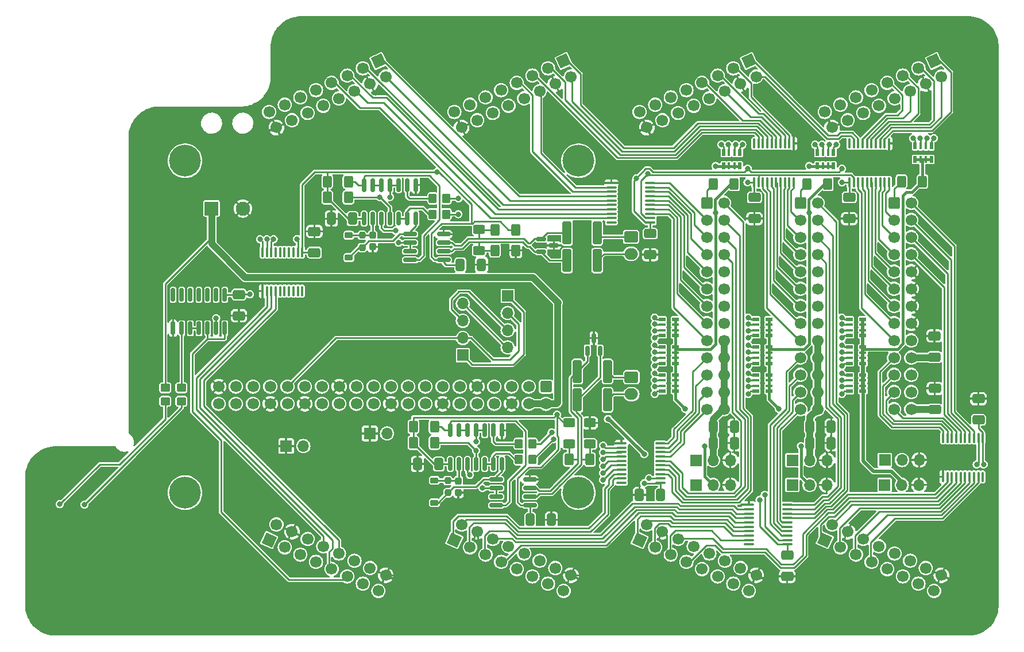
<source format=gbr>
%TF.GenerationSoftware,KiCad,Pcbnew,7.0.9*%
%TF.CreationDate,2024-01-13T22:18:07+01:00*%
%TF.ProjectId,HUB75HAT,48554237-3548-4415-942e-6b696361645f,rev?*%
%TF.SameCoordinates,Original*%
%TF.FileFunction,Copper,L2,Bot*%
%TF.FilePolarity,Positive*%
%FSLAX46Y46*%
G04 Gerber Fmt 4.6, Leading zero omitted, Abs format (unit mm)*
G04 Created by KiCad (PCBNEW 7.0.9) date 2024-01-13 22:18:07*
%MOMM*%
%LPD*%
G01*
G04 APERTURE LIST*
G04 Aperture macros list*
%AMRoundRect*
0 Rectangle with rounded corners*
0 $1 Rounding radius*
0 $2 $3 $4 $5 $6 $7 $8 $9 X,Y pos of 4 corners*
0 Add a 4 corners polygon primitive as box body*
4,1,4,$2,$3,$4,$5,$6,$7,$8,$9,$2,$3,0*
0 Add four circle primitives for the rounded corners*
1,1,$1+$1,$2,$3*
1,1,$1+$1,$4,$5*
1,1,$1+$1,$6,$7*
1,1,$1+$1,$8,$9*
0 Add four rect primitives between the rounded corners*
20,1,$1+$1,$2,$3,$4,$5,0*
20,1,$1+$1,$4,$5,$6,$7,0*
20,1,$1+$1,$6,$7,$8,$9,0*
20,1,$1+$1,$8,$9,$2,$3,0*%
%AMHorizOval*
0 Thick line with rounded ends*
0 $1 width*
0 $2 $3 position (X,Y) of the first rounded end (center of the circle)*
0 $4 $5 position (X,Y) of the second rounded end (center of the circle)*
0 Add line between two ends*
20,1,$1,$2,$3,$4,$5,0*
0 Add two circle primitives to create the rounded ends*
1,1,$1,$2,$3*
1,1,$1,$4,$5*%
%AMRotRect*
0 Rectangle, with rotation*
0 The origin of the aperture is its center*
0 $1 length*
0 $2 width*
0 $3 Rotation angle, in degrees counterclockwise*
0 Add horizontal line*
21,1,$1,$2,0,0,$3*%
G04 Aperture macros list end*
%TA.AperFunction,ComponentPad*%
%ADD10RoundRect,0.250000X-0.600000X0.600000X-0.600000X-0.600000X0.600000X-0.600000X0.600000X0.600000X0*%
%TD*%
%TA.AperFunction,ComponentPad*%
%ADD11C,1.700000*%
%TD*%
%TA.AperFunction,ComponentPad*%
%ADD12RoundRect,0.250000X-0.600000X-0.600000X0.600000X-0.600000X0.600000X0.600000X-0.600000X0.600000X0*%
%TD*%
%TA.AperFunction,ComponentPad*%
%ADD13R,1.700000X1.700000*%
%TD*%
%TA.AperFunction,ComponentPad*%
%ADD14O,1.700000X1.700000*%
%TD*%
%TA.AperFunction,ComponentPad*%
%ADD15RoundRect,0.250000X-0.750000X0.600000X-0.750000X-0.600000X0.750000X-0.600000X0.750000X0.600000X0*%
%TD*%
%TA.AperFunction,ComponentPad*%
%ADD16O,2.000000X1.700000*%
%TD*%
%TA.AperFunction,ComponentPad*%
%ADD17C,3.100000*%
%TD*%
%TA.AperFunction,ConnectorPad*%
%ADD18C,4.700000*%
%TD*%
%TA.AperFunction,SMDPad,CuDef*%
%ADD19R,1.000000X0.500000*%
%TD*%
%TA.AperFunction,SMDPad,CuDef*%
%ADD20R,1.000000X0.400000*%
%TD*%
%TA.AperFunction,SMDPad,CuDef*%
%ADD21RoundRect,0.250000X-0.400000X-1.450000X0.400000X-1.450000X0.400000X1.450000X-0.400000X1.450000X0*%
%TD*%
%TA.AperFunction,SMDPad,CuDef*%
%ADD22R,0.500000X1.000000*%
%TD*%
%TA.AperFunction,SMDPad,CuDef*%
%ADD23R,0.400000X1.000000*%
%TD*%
%TA.AperFunction,SMDPad,CuDef*%
%ADD24RoundRect,0.250000X-0.650000X0.412500X-0.650000X-0.412500X0.650000X-0.412500X0.650000X0.412500X0*%
%TD*%
%TA.AperFunction,SMDPad,CuDef*%
%ADD25RoundRect,0.225000X0.375000X-0.225000X0.375000X0.225000X-0.375000X0.225000X-0.375000X-0.225000X0*%
%TD*%
%TA.AperFunction,SMDPad,CuDef*%
%ADD26RoundRect,0.250000X0.625000X-0.400000X0.625000X0.400000X-0.625000X0.400000X-0.625000X-0.400000X0*%
%TD*%
%TA.AperFunction,SMDPad,CuDef*%
%ADD27RoundRect,0.150000X0.150000X-0.825000X0.150000X0.825000X-0.150000X0.825000X-0.150000X-0.825000X0*%
%TD*%
%TA.AperFunction,SMDPad,CuDef*%
%ADD28RoundRect,0.250000X-0.400000X-0.625000X0.400000X-0.625000X0.400000X0.625000X-0.400000X0.625000X0*%
%TD*%
%TA.AperFunction,SMDPad,CuDef*%
%ADD29RoundRect,0.250000X0.412500X0.650000X-0.412500X0.650000X-0.412500X-0.650000X0.412500X-0.650000X0*%
%TD*%
%TA.AperFunction,SMDPad,CuDef*%
%ADD30RoundRect,0.250000X-0.412500X-0.650000X0.412500X-0.650000X0.412500X0.650000X-0.412500X0.650000X0*%
%TD*%
%TA.AperFunction,ComponentPad*%
%ADD31RotRect,1.700000X1.700000X115.000000*%
%TD*%
%TA.AperFunction,ComponentPad*%
%ADD32HorizOval,1.700000X0.000000X0.000000X0.000000X0.000000X0*%
%TD*%
%TA.AperFunction,SMDPad,CuDef*%
%ADD33RoundRect,0.250000X-0.350000X-0.450000X0.350000X-0.450000X0.350000X0.450000X-0.350000X0.450000X0*%
%TD*%
%TA.AperFunction,ComponentPad*%
%ADD34RotRect,1.700000X1.700000X245.000000*%
%TD*%
%TA.AperFunction,ComponentPad*%
%ADD35HorizOval,1.700000X0.000000X0.000000X0.000000X0.000000X0*%
%TD*%
%TA.AperFunction,SMDPad,CuDef*%
%ADD36RoundRect,0.250000X-0.625000X0.400000X-0.625000X-0.400000X0.625000X-0.400000X0.625000X0.400000X0*%
%TD*%
%TA.AperFunction,SMDPad,CuDef*%
%ADD37RoundRect,0.237500X0.237500X-0.250000X0.237500X0.250000X-0.237500X0.250000X-0.237500X-0.250000X0*%
%TD*%
%TA.AperFunction,SMDPad,CuDef*%
%ADD38RoundRect,0.250000X0.650000X-0.412500X0.650000X0.412500X-0.650000X0.412500X-0.650000X-0.412500X0*%
%TD*%
%TA.AperFunction,SMDPad,CuDef*%
%ADD39RoundRect,0.100000X-0.637500X-0.100000X0.637500X-0.100000X0.637500X0.100000X-0.637500X0.100000X0*%
%TD*%
%TA.AperFunction,SMDPad,CuDef*%
%ADD40RoundRect,0.250000X0.400000X0.625000X-0.400000X0.625000X-0.400000X-0.625000X0.400000X-0.625000X0*%
%TD*%
%TA.AperFunction,SMDPad,CuDef*%
%ADD41RoundRect,0.250000X0.400000X1.450000X-0.400000X1.450000X-0.400000X-1.450000X0.400000X-1.450000X0*%
%TD*%
%TA.AperFunction,SMDPad,CuDef*%
%ADD42RoundRect,0.237500X-0.237500X0.300000X-0.237500X-0.300000X0.237500X-0.300000X0.237500X0.300000X0*%
%TD*%
%TA.AperFunction,SMDPad,CuDef*%
%ADD43RoundRect,0.150000X-0.150000X0.825000X-0.150000X-0.825000X0.150000X-0.825000X0.150000X0.825000X0*%
%TD*%
%TA.AperFunction,SMDPad,CuDef*%
%ADD44RoundRect,0.150000X0.150000X-0.587500X0.150000X0.587500X-0.150000X0.587500X-0.150000X-0.587500X0*%
%TD*%
%TA.AperFunction,SMDPad,CuDef*%
%ADD45RoundRect,0.100000X-0.100000X0.637500X-0.100000X-0.637500X0.100000X-0.637500X0.100000X0.637500X0*%
%TD*%
%TA.AperFunction,SMDPad,CuDef*%
%ADD46RoundRect,0.100000X0.100000X-0.637500X0.100000X0.637500X-0.100000X0.637500X-0.100000X-0.637500X0*%
%TD*%
%TA.AperFunction,SMDPad,CuDef*%
%ADD47RoundRect,0.250000X-0.450000X0.350000X-0.450000X-0.350000X0.450000X-0.350000X0.450000X0.350000X0*%
%TD*%
%TA.AperFunction,SMDPad,CuDef*%
%ADD48RoundRect,0.150000X-0.587500X-0.150000X0.587500X-0.150000X0.587500X0.150000X-0.587500X0.150000X0*%
%TD*%
%TA.AperFunction,ComponentPad*%
%ADD49RoundRect,0.250001X-0.799999X-0.799999X0.799999X-0.799999X0.799999X0.799999X-0.799999X0.799999X0*%
%TD*%
%TA.AperFunction,ComponentPad*%
%ADD50C,2.100000*%
%TD*%
%TA.AperFunction,SMDPad,CuDef*%
%ADD51RoundRect,0.150000X-0.825000X-0.150000X0.825000X-0.150000X0.825000X0.150000X-0.825000X0.150000X0*%
%TD*%
%TA.AperFunction,ViaPad*%
%ADD52C,0.800000*%
%TD*%
%TA.AperFunction,Conductor*%
%ADD53C,0.250000*%
%TD*%
%TA.AperFunction,Conductor*%
%ADD54C,0.500000*%
%TD*%
%TA.AperFunction,Conductor*%
%ADD55C,1.000000*%
%TD*%
%TA.AperFunction,Conductor*%
%ADD56C,0.400000*%
%TD*%
G04 APERTURE END LIST*
D10*
%TO.P,J17,1,Pin_1*%
%TO.N,+3.3V*%
X76768000Y36772800D03*
D11*
%TO.P,J17,2,Pin_2*%
%TO.N,+5V*%
X76768000Y34232800D03*
%TO.P,J17,3,Pin_3*%
%TO.N,unconnected-(J17-Pin_3-Pad3)*%
X74228000Y36772800D03*
%TO.P,J17,4,Pin_4*%
%TO.N,+5V*%
X74228000Y34232800D03*
%TO.P,J17,5,Pin_5*%
%TO.N,unconnected-(J17-Pin_5-Pad5)*%
X71688000Y36772800D03*
%TO.P,J17,6,Pin_6*%
%TO.N,GND*%
X71688000Y34232800D03*
%TO.P,J17,7,Pin_7*%
%TO.N,unconnected-(J17-Pin_7-Pad7)*%
X69148000Y36772800D03*
%TO.P,J17,8,Pin_8*%
%TO.N,TXD1*%
X69148000Y34232800D03*
%TO.P,J17,9,Pin_9*%
%TO.N,GND*%
X66608000Y36772800D03*
%TO.P,J17,10,Pin_10*%
%TO.N,RXD1*%
X66608000Y34232800D03*
%TO.P,J17,11,Pin_11*%
%TO.N,unconnected-(J17-Pin_11-Pad11)*%
X64068000Y36772800D03*
%TO.P,J17,12,Pin_12*%
%TO.N,unconnected-(J17-Pin_12-Pad12)*%
X64068000Y34232800D03*
%TO.P,J17,13,Pin_13*%
%TO.N,unconnected-(J17-Pin_13-Pad13)*%
X61528000Y36772800D03*
%TO.P,J17,14,Pin_14*%
%TO.N,GND*%
X61528000Y34232800D03*
%TO.P,J17,15,Pin_15*%
%TO.N,unconnected-(J17-Pin_15-Pad15)*%
X58988000Y36772800D03*
%TO.P,J17,16,Pin_16*%
%TO.N,unconnected-(J17-Pin_16-Pad16)*%
X58988000Y34232800D03*
%TO.P,J17,17,Pin_17*%
%TO.N,unconnected-(J17-Pin_17-Pad17)*%
X56448000Y36772800D03*
%TO.P,J17,18,Pin_18*%
%TO.N,unconnected-(J17-Pin_18-Pad18)*%
X56448000Y34232800D03*
%TO.P,J17,19,Pin_19*%
%TO.N,SPI_MOSI*%
X53908000Y36772800D03*
%TO.P,J17,20,Pin_20*%
%TO.N,GND*%
X53908000Y34232800D03*
%TO.P,J17,21,Pin_21*%
%TO.N,SPI_MISO*%
X51368000Y36772800D03*
%TO.P,J17,22,Pin_22*%
%TO.N,unconnected-(J17-Pin_22-Pad22)*%
X51368000Y34232800D03*
%TO.P,J17,23,Pin_23*%
%TO.N,SPI_CLCK*%
X48828000Y36772800D03*
%TO.P,J17,24,Pin_24*%
%TO.N,SPI_CE0*%
X48828000Y34232800D03*
%TO.P,J17,25,Pin_25*%
%TO.N,GND*%
X46288000Y36772800D03*
%TO.P,J17,26,Pin_26*%
%TO.N,SPI_CE1*%
X46288000Y34232800D03*
%TO.P,J17,27,Pin_27*%
%TO.N,unconnected-(J17-Pin_27-Pad27)*%
X43748000Y36772800D03*
%TO.P,J17,28,Pin_28*%
%TO.N,unconnected-(J17-Pin_28-Pad28)*%
X43748000Y34232800D03*
%TO.P,J17,29,Pin_29*%
%TO.N,unconnected-(J17-Pin_29-Pad29)*%
X41208000Y36772800D03*
%TO.P,J17,30,Pin_30*%
%TO.N,GND*%
X41208000Y34232800D03*
%TO.P,J17,31,Pin_31*%
%TO.N,/JTAG.TMS*%
X38668000Y36772800D03*
%TO.P,J17,32,Pin_32*%
%TO.N,TXD5*%
X38668000Y34232800D03*
%TO.P,J17,33,Pin_33*%
%TO.N,RXD5*%
X36128000Y36772800D03*
%TO.P,J17,34,Pin_34*%
%TO.N,GND*%
X36128000Y34232800D03*
%TO.P,J17,35,Pin_35*%
%TO.N,/JTAG.TDI*%
X33588000Y36772800D03*
%TO.P,J17,36,Pin_36*%
%TO.N,/JTAG.TCK*%
X33588000Y34232800D03*
%TO.P,J17,37,Pin_37*%
%TO.N,/JTAG.TDO*%
X31048000Y36772800D03*
%TO.P,J17,38,Pin_38*%
%TO.N,unconnected-(J17-Pin_38-Pad38)*%
X31048000Y34232800D03*
%TO.P,J17,39,Pin_39*%
%TO.N,GND*%
X28508000Y36772800D03*
%TO.P,J17,40,Pin_40*%
%TO.N,unconnected-(J17-Pin_40-Pad40)*%
X28508000Y34232800D03*
%TD*%
D12*
%TO.P,J2,1,Pin_1*%
%TO.N,PORTB1*%
X114270000Y63900000D03*
D11*
%TO.P,J2,2,Pin_2*%
%TO.N,PORTB14*%
X116810000Y63900000D03*
%TO.P,J2,3,Pin_3*%
%TO.N,PORTB2*%
X114270000Y61360000D03*
%TO.P,J2,4,Pin_4*%
%TO.N,PORTB15*%
X116810000Y61360000D03*
%TO.P,J2,5,Pin_5*%
%TO.N,PORTB3*%
X114270000Y58820000D03*
%TO.P,J2,6,Pin_6*%
%TO.N,PORTB16*%
X116810000Y58820000D03*
%TO.P,J2,7,Pin_7*%
%TO.N,PORTB4*%
X114270000Y56280000D03*
%TO.P,J2,8,Pin_8*%
%TO.N,PORTB17*%
X116810000Y56280000D03*
%TO.P,J2,9,Pin_9*%
%TO.N,PORTB5*%
X114270000Y53740000D03*
%TO.P,J2,10,Pin_10*%
%TO.N,GND*%
X116810000Y53740000D03*
%TO.P,J2,11,Pin_11*%
%TO.N,PORTB6*%
X114270000Y51200000D03*
%TO.P,J2,12,Pin_12*%
%TO.N,GND*%
X116810000Y51200000D03*
%TO.P,J2,13,Pin_13*%
%TO.N,PORTB7*%
X114270000Y48660000D03*
%TO.P,J2,14,Pin_14*%
%TO.N,GND*%
X116810000Y48660000D03*
%TO.P,J2,15,Pin_15*%
%TO.N,PORTB8*%
X114270000Y46120000D03*
%TO.P,J2,16,Pin_16*%
%TO.N,GND*%
X116810000Y46120000D03*
%TO.P,J2,17,Pin_17*%
%TO.N,PORTB9*%
X114270000Y43580000D03*
%TO.P,J2,18,Pin_18*%
%TO.N,POWOPB*%
X116810000Y43580000D03*
%TO.P,J2,19,Pin_19*%
%TO.N,PORTB10*%
X114270000Y41040000D03*
%TO.P,J2,20,Pin_20*%
%TO.N,POWOPB*%
X116810000Y41040000D03*
%TO.P,J2,21,Pin_21*%
%TO.N,PORTB11*%
X114270000Y38500000D03*
%TO.P,J2,22,Pin_22*%
%TO.N,POWOPB*%
X116810000Y38500000D03*
%TO.P,J2,23,Pin_23*%
%TO.N,PORTB12*%
X114270000Y35960000D03*
%TO.P,J2,24,Pin_24*%
%TO.N,POWOPB*%
X116810000Y35960000D03*
%TO.P,J2,25,Pin_25*%
%TO.N,PORTB13*%
X114270000Y33420000D03*
%TO.P,J2,26,Pin_26*%
%TO.N,POWOPB*%
X116810000Y33420000D03*
%TD*%
D13*
%TO.P,JP6,1,A*%
%TO.N,+5V*%
X98866000Y22244000D03*
D14*
%TO.P,JP6,2,C*%
%TO.N,Net-(JP6-C)*%
X101406000Y22244000D03*
%TO.P,JP6,3,B*%
%TO.N,GND*%
X103946000Y22244000D03*
%TD*%
D13*
%TO.P,JP4,1,A*%
%TO.N,+5V*%
X126679000Y22244000D03*
D14*
%TO.P,JP4,2,C*%
%TO.N,Net-(JP4-C)*%
X129219000Y22244000D03*
%TO.P,JP4,3,B*%
%TO.N,GND*%
X131759000Y22244000D03*
%TD*%
D13*
%TO.P,JP1,1,A*%
%TO.N,Net-(JP1-A)*%
X126716000Y25927000D03*
D14*
%TO.P,JP1,2,C*%
%TO.N,POWOPA*%
X129256000Y25927000D03*
%TO.P,JP1,3,B*%
%TO.N,GND*%
X131796000Y25927000D03*
%TD*%
D15*
%TO.P,RS485-5,1,Pin_1*%
%TO.N,Net-(J20-Pin_1)*%
X89315600Y58881600D03*
D16*
%TO.P,RS485-5,2,Pin_2*%
%TO.N,Net-(J20-Pin_2)*%
X89315600Y56381600D03*
%TD*%
D13*
%TO.P,JP3,1,A*%
%TO.N,Net-(JP3-A)*%
X98866000Y25901600D03*
D14*
%TO.P,JP3,2,C*%
%TO.N,POWOPC*%
X101406000Y25901600D03*
%TO.P,JP3,3,B*%
%TO.N,GND*%
X103946000Y25901600D03*
%TD*%
D15*
%TO.P,RS485-1,1,Pin_1*%
%TO.N,Net-(J21-Pin_1)*%
X89366400Y38155200D03*
D16*
%TO.P,RS485-1,2,Pin_2*%
%TO.N,Net-(J21-Pin_2)*%
X89366400Y35655200D03*
%TD*%
D13*
%TO.P,JP5,1,A*%
%TO.N,+5V*%
X113090000Y22244000D03*
D14*
%TO.P,JP5,2,C*%
%TO.N,Net-(JP5-C)*%
X115630000Y22244000D03*
%TO.P,JP5,3,B*%
%TO.N,GND*%
X118170000Y22244000D03*
%TD*%
D17*
%TO.P,REF\u002A\u002A,1*%
%TO.N,N/C*%
X23560000Y70112000D03*
D18*
X23560000Y70112000D03*
%TD*%
D17*
%TO.P,REF\u002A\u002A,1*%
%TO.N,N/C*%
X81560000Y21112000D03*
D18*
X81560000Y21112000D03*
%TD*%
D17*
%TO.P,REF\u002A\u002A,1*%
%TO.N,N/C*%
X23560000Y21112000D03*
D18*
X23560000Y21112000D03*
%TD*%
D13*
%TO.P,JP2,1,A*%
%TO.N,Net-(JP2-A)*%
X113105000Y25901600D03*
D14*
%TO.P,JP2,2,C*%
%TO.N,POWOPB*%
X115645000Y25901600D03*
%TO.P,JP2,3,B*%
%TO.N,GND*%
X118185000Y25901600D03*
%TD*%
D12*
%TO.P,J3,1,Pin_1*%
%TO.N,PORTC1*%
X100464000Y63900000D03*
D11*
%TO.P,J3,2,Pin_2*%
%TO.N,PORTC14*%
X103004000Y63900000D03*
%TO.P,J3,3,Pin_3*%
%TO.N,PORTC2*%
X100464000Y61360000D03*
%TO.P,J3,4,Pin_4*%
%TO.N,PORTC15*%
X103004000Y61360000D03*
%TO.P,J3,5,Pin_5*%
%TO.N,PORTC3*%
X100464000Y58820000D03*
%TO.P,J3,6,Pin_6*%
%TO.N,PORTC16*%
X103004000Y58820000D03*
%TO.P,J3,7,Pin_7*%
%TO.N,PORTC4*%
X100464000Y56280000D03*
%TO.P,J3,8,Pin_8*%
%TO.N,PORTC17*%
X103004000Y56280000D03*
%TO.P,J3,9,Pin_9*%
%TO.N,PORTC5*%
X100464000Y53740000D03*
%TO.P,J3,10,Pin_10*%
%TO.N,GND*%
X103004000Y53740000D03*
%TO.P,J3,11,Pin_11*%
%TO.N,PORTC6*%
X100464000Y51200000D03*
%TO.P,J3,12,Pin_12*%
%TO.N,GND*%
X103004000Y51200000D03*
%TO.P,J3,13,Pin_13*%
%TO.N,PORTC7*%
X100464000Y48660000D03*
%TO.P,J3,14,Pin_14*%
%TO.N,GND*%
X103004000Y48660000D03*
%TO.P,J3,15,Pin_15*%
%TO.N,PORTC8*%
X100464000Y46120000D03*
%TO.P,J3,16,Pin_16*%
%TO.N,GND*%
X103004000Y46120000D03*
%TO.P,J3,17,Pin_17*%
%TO.N,PORTC9*%
X100464000Y43580000D03*
%TO.P,J3,18,Pin_18*%
%TO.N,POWOPC*%
X103004000Y43580000D03*
%TO.P,J3,19,Pin_19*%
%TO.N,PORTC10*%
X100464000Y41040000D03*
%TO.P,J3,20,Pin_20*%
%TO.N,POWOPC*%
X103004000Y41040000D03*
%TO.P,J3,21,Pin_21*%
%TO.N,PORTC11*%
X100464000Y38500000D03*
%TO.P,J3,22,Pin_22*%
%TO.N,POWOPC*%
X103004000Y38500000D03*
%TO.P,J3,23,Pin_23*%
%TO.N,PORTC12*%
X100464000Y35960000D03*
%TO.P,J3,24,Pin_24*%
%TO.N,POWOPC*%
X103004000Y35960000D03*
%TO.P,J3,25,Pin_25*%
%TO.N,PORTC13*%
X100464000Y33420000D03*
%TO.P,J3,26,Pin_26*%
%TO.N,POWOPC*%
X103004000Y33420000D03*
%TD*%
D17*
%TO.P,REF\u002A\u002A,1*%
%TO.N,N/C*%
X81560000Y70112000D03*
D18*
X81560000Y70112000D03*
%TD*%
D12*
%TO.P,J1,1,Pin_1*%
%TO.N,PORTA1*%
X128076000Y63900000D03*
D11*
%TO.P,J1,2,Pin_2*%
%TO.N,PORTA14*%
X130616000Y63900000D03*
%TO.P,J1,3,Pin_3*%
%TO.N,PORTA2*%
X128076000Y61360000D03*
%TO.P,J1,4,Pin_4*%
%TO.N,PORTA15*%
X130616000Y61360000D03*
%TO.P,J1,5,Pin_5*%
%TO.N,PORTA3*%
X128076000Y58820000D03*
%TO.P,J1,6,Pin_6*%
%TO.N,PORTA16*%
X130616000Y58820000D03*
%TO.P,J1,7,Pin_7*%
%TO.N,PORTA4*%
X128076000Y56280000D03*
%TO.P,J1,8,Pin_8*%
%TO.N,PORTA17*%
X130616000Y56280000D03*
%TO.P,J1,9,Pin_9*%
%TO.N,PORTA5*%
X128076000Y53740000D03*
%TO.P,J1,10,Pin_10*%
%TO.N,GND*%
X130616000Y53740000D03*
%TO.P,J1,11,Pin_11*%
%TO.N,PORTA6*%
X128076000Y51200000D03*
%TO.P,J1,12,Pin_12*%
%TO.N,GND*%
X130616000Y51200000D03*
%TO.P,J1,13,Pin_13*%
%TO.N,PORTA7*%
X128076000Y48660000D03*
%TO.P,J1,14,Pin_14*%
%TO.N,GND*%
X130616000Y48660000D03*
%TO.P,J1,15,Pin_15*%
%TO.N,PORTA8*%
X128076000Y46120000D03*
%TO.P,J1,16,Pin_16*%
%TO.N,GND*%
X130616000Y46120000D03*
%TO.P,J1,17,Pin_17*%
%TO.N,PORTA9*%
X128076000Y43580000D03*
%TO.P,J1,18,Pin_18*%
%TO.N,POWOPA*%
X130616000Y43580000D03*
%TO.P,J1,19,Pin_19*%
%TO.N,PORTA10*%
X128076000Y41040000D03*
%TO.P,J1,20,Pin_20*%
%TO.N,POWOPA*%
X130616000Y41040000D03*
%TO.P,J1,21,Pin_21*%
%TO.N,PORTA11*%
X128076000Y38500000D03*
%TO.P,J1,22,Pin_22*%
%TO.N,POWOPA*%
X130616000Y38500000D03*
%TO.P,J1,23,Pin_23*%
%TO.N,PORTA12*%
X128076000Y35960000D03*
%TO.P,J1,24,Pin_24*%
%TO.N,POWOPA*%
X130616000Y35960000D03*
%TO.P,J1,25,Pin_25*%
%TO.N,PORTA13*%
X128076000Y33420000D03*
%TO.P,J1,26,Pin_26*%
%TO.N,POWOPA*%
X130616000Y33420000D03*
%TD*%
D19*
%TO.P,RN9,1,R1.1*%
%TO.N,Net-(JP6-C)*%
X95877000Y46710400D03*
D20*
%TO.P,RN9,2,R2.1*%
X95877000Y45910400D03*
%TO.P,RN9,3,R3.1*%
X95877000Y45110400D03*
D19*
%TO.P,RN9,4,R4.1*%
X95877000Y44310400D03*
%TO.P,RN9,5,R4.2*%
%TO.N,PORTC5*%
X93877000Y44310400D03*
D20*
%TO.P,RN9,6,R3.2*%
%TO.N,PORTC4*%
X93877000Y45110400D03*
%TO.P,RN9,7,R2.2*%
%TO.N,PORTC3*%
X93877000Y45910400D03*
D19*
%TO.P,RN9,8,R1.2*%
%TO.N,PORTC2*%
X93877000Y46710400D03*
%TD*%
D21*
%TO.P,F3,1*%
%TO.N,Net-(D11-A1)*%
X81401000Y34817000D03*
%TO.P,F3,2*%
%TO.N,Net-(J21-Pin_2)*%
X85851000Y34817000D03*
%TD*%
D22*
%TO.P,RN4,1,R1.1*%
%TO.N,Net-(JP4-C)*%
X133594000Y70316800D03*
D23*
%TO.P,RN4,2,R2.1*%
X132794000Y70316800D03*
%TO.P,RN4,3,R3.1*%
X131994000Y70316800D03*
D22*
%TO.P,RN4,4,R4.1*%
X131194000Y70316800D03*
%TO.P,RN4,5,R4.2*%
%TO.N,PORTA14*%
X131194000Y72316800D03*
D23*
%TO.P,RN4,6,R3.2*%
%TO.N,PORTA15*%
X131994000Y72316800D03*
%TO.P,RN4,7,R2.2*%
%TO.N,PORTA16*%
X132794000Y72316800D03*
D22*
%TO.P,RN4,8,R1.2*%
%TO.N,PORTA17*%
X133594000Y72316800D03*
%TD*%
D24*
%TO.P,C16,1*%
%TO.N,+3.3V*%
X112328000Y11868500D03*
%TO.P,C16,2*%
%TO.N,GND*%
X112328000Y8743500D03*
%TD*%
D25*
%TO.P,D4,1,K*%
%TO.N,Net-(D4-K)*%
X47710400Y55824800D03*
%TO.P,D4,2,A*%
%TO.N,Net-(D4-A)*%
X47710400Y59124800D03*
%TD*%
D21*
%TO.P,F1,1*%
%TO.N,Net-(D5-A1)*%
X79877000Y55376400D03*
%TO.P,F1,2*%
%TO.N,Net-(J20-Pin_2)*%
X84327000Y55376400D03*
%TD*%
D19*
%TO.P,RN11,1,R1.1*%
%TO.N,Net-(JP6-C)*%
X95877000Y38480800D03*
D20*
%TO.P,RN11,2,R2.1*%
X95877000Y37680800D03*
%TO.P,RN11,3,R3.1*%
X95877000Y36880800D03*
D19*
%TO.P,RN11,4,R4.1*%
X95877000Y36080800D03*
%TO.P,RN11,5,R4.2*%
%TO.N,PORTC13*%
X93877000Y36080800D03*
D20*
%TO.P,RN11,6,R3.2*%
%TO.N,PORTC12*%
X93877000Y36880800D03*
%TO.P,RN11,7,R2.2*%
%TO.N,PORTC11*%
X93877000Y37680800D03*
D19*
%TO.P,RN11,8,R1.2*%
%TO.N,PORTC10*%
X93877000Y38480800D03*
%TD*%
D13*
%TO.P,J14,1,Pin_1*%
%TO.N,GND*%
X38460000Y28000000D03*
D14*
%TO.P,J14,2,Pin_2*%
%TO.N,unconnected-(J14-Pin_2-Pad2)*%
X41000000Y28000000D03*
%TD*%
D26*
%TO.P,R11,1*%
%TO.N,Net-(D5-A1)*%
X66912800Y56863600D03*
%TO.P,R11,2*%
%TO.N,Net-(D5-A2)*%
X66912800Y59963600D03*
%TD*%
D24*
%TO.P,C20,1*%
%TO.N,+3.3V*%
X121472000Y64700500D03*
%TO.P,C20,2*%
%TO.N,GND*%
X121472000Y61575500D03*
%TD*%
D27*
%TO.P,U7,1*%
%TO.N,ENA_IN*%
X29422400Y45386400D03*
%TO.P,U7,2*%
%TO.N,ENA*%
X28152400Y45386400D03*
%TO.P,U7,3*%
%TO.N,ENA_IN*%
X26882400Y45386400D03*
%TO.P,U7,4*%
%TO.N,Net-(U7-Pad4)*%
X25612400Y45386400D03*
%TO.P,U7,5*%
X24342400Y45386400D03*
%TO.P,U7,6*%
%TO.N,ENA-LED*%
X23072400Y45386400D03*
%TO.P,U7,7,GND*%
%TO.N,GND*%
X21802400Y45386400D03*
%TO.P,U7,8*%
%TO.N,unconnected-(U7-Pad8)*%
X21802400Y50336400D03*
%TO.P,U7,9*%
%TO.N,unconnected-(U7-Pad9)*%
X23072400Y50336400D03*
%TO.P,U7,10*%
%TO.N,unconnected-(U7-Pad10)*%
X24342400Y50336400D03*
%TO.P,U7,11*%
%TO.N,unconnected-(U7-Pad11)*%
X25612400Y50336400D03*
%TO.P,U7,12*%
%TO.N,unconnected-(U7-Pad12)*%
X26882400Y50336400D03*
%TO.P,U7,13*%
%TO.N,unconnected-(U7-Pad13)*%
X28152400Y50336400D03*
%TO.P,U7,14,VCC*%
%TO.N,+3.3V*%
X29422400Y50336400D03*
%TD*%
D13*
%TO.P,J8,1,Pin_1*%
%TO.N,/JTAG.TCK*%
X71120000Y50165000D03*
D14*
%TO.P,J8,2,Pin_2*%
%TO.N,/JTAG.TMS*%
X71120000Y47625000D03*
%TO.P,J8,3,Pin_3*%
%TO.N,/JTAG.TDI*%
X71120000Y45085000D03*
%TO.P,J8,4,Pin_4*%
%TO.N,/JTAG.TDO*%
X71120000Y42545000D03*
%TD*%
D22*
%TO.P,RN12,1,R1.1*%
%TO.N,Net-(JP6-C)*%
X105360800Y69351600D03*
D23*
%TO.P,RN12,2,R2.1*%
X104560800Y69351600D03*
%TO.P,RN12,3,R3.1*%
X103760800Y69351600D03*
D22*
%TO.P,RN12,4,R4.1*%
X102960800Y69351600D03*
%TO.P,RN12,5,R4.2*%
%TO.N,PORTC14*%
X102960800Y71351600D03*
D23*
%TO.P,RN12,6,R3.2*%
%TO.N,PORTC15*%
X103760800Y71351600D03*
%TO.P,RN12,7,R2.2*%
%TO.N,PORTC16*%
X104560800Y71351600D03*
D22*
%TO.P,RN12,8,R1.2*%
%TO.N,PORTC17*%
X105360800Y71351600D03*
%TD*%
D28*
%TO.P,R6,1*%
%TO.N,+3.3V*%
X44534800Y64712800D03*
%TO.P,R6,2*%
%TO.N,TXD5*%
X47634800Y64712800D03*
%TD*%
D29*
%TO.P,C13,1*%
%TO.N,+3.3V*%
X60956900Y25342800D03*
%TO.P,C13,2*%
%TO.N,GND*%
X57831900Y25342800D03*
%TD*%
D30*
%TO.P,C14,1*%
%TO.N,+3.3V*%
X74443500Y17113200D03*
%TO.P,C14,2*%
%TO.N,GND*%
X77568500Y17113200D03*
%TD*%
D31*
%TO.P,J4,1,Pin_1*%
%TO.N,J5:0*%
X52070000Y84836000D03*
D32*
%TO.P,J4,2,Pin_2*%
%TO.N,J5:1*%
X53143450Y82533978D03*
%TO.P,J4,3,Pin_3*%
%TO.N,J5:2*%
X49767978Y83762550D03*
%TO.P,J4,4,Pin_4*%
%TO.N,GND*%
X50841429Y81460528D03*
%TO.P,J4,5,Pin_5*%
%TO.N,J5:4*%
X47465956Y82689099D03*
%TO.P,J4,6,Pin_6*%
%TO.N,J5:5*%
X48539407Y80387077D03*
%TO.P,J4,7,Pin_7*%
%TO.N,J5:6*%
X45163935Y81615649D03*
%TO.P,J4,8,Pin_8*%
%TO.N,unconnected-(J4-Pin_8-Pad8)*%
X46237385Y79313627D03*
%TO.P,J4,9,Pin_9*%
%TO.N,unconnected-(J4-Pin_9-Pad9)*%
X42861913Y80542198D03*
%TO.P,J4,10,Pin_10*%
%TO.N,unconnected-(J4-Pin_10-Pad10)*%
X43935363Y78240177D03*
%TO.P,J4,11,Pin_11*%
%TO.N,unconnected-(J4-Pin_11-Pad11)*%
X40559891Y79468748D03*
%TO.P,J4,12,Pin_12*%
%TO.N,unconnected-(J4-Pin_12-Pad12)*%
X41633341Y77166726D03*
%TO.P,J4,13,Pin_13*%
%TO.N,unconnected-(J4-Pin_13-Pad13)*%
X38257869Y78395298D03*
%TO.P,J4,14,Pin_14*%
%TO.N,unconnected-(J4-Pin_14-Pad14)*%
X39331320Y76093276D03*
%TO.P,J4,15,Pin_15*%
%TO.N,unconnected-(J4-Pin_15-Pad15)*%
X35955848Y77321847D03*
%TO.P,J4,16,Pin_16*%
%TO.N,GND*%
X37029298Y75019826D03*
%TD*%
D13*
%TO.P,J13,1,Pin_1*%
%TO.N,GND*%
X50800000Y29845000D03*
D14*
%TO.P,J13,2,Pin_2*%
%TO.N,unconnected-(J13-Pin_2-Pad2)*%
X53340000Y29845000D03*
%TD*%
D19*
%TO.P,RN5,1,R1.1*%
%TO.N,Net-(JP5-C)*%
X109683000Y46710400D03*
D20*
%TO.P,RN5,2,R2.1*%
X109683000Y45910400D03*
%TO.P,RN5,3,R3.1*%
X109683000Y45110400D03*
D19*
%TO.P,RN5,4,R4.1*%
X109683000Y44310400D03*
%TO.P,RN5,5,R4.2*%
%TO.N,PORTB5*%
X107683000Y44310400D03*
D20*
%TO.P,RN5,6,R3.2*%
%TO.N,PORTB4*%
X107683000Y45110400D03*
%TO.P,RN5,7,R2.2*%
%TO.N,PORTB3*%
X107683000Y45910400D03*
D19*
%TO.P,RN5,8,R1.2*%
%TO.N,PORTB2*%
X107683000Y46710400D03*
%TD*%
D28*
%TO.P,R16,1*%
%TO.N,+3.3V*%
X57234800Y28492400D03*
%TO.P,R16,2*%
%TO.N,TXD1*%
X60334800Y28492400D03*
%TD*%
D33*
%TO.P,R14,1*%
%TO.N,Net-(R14-Pad1)*%
X72770800Y28340000D03*
%TO.P,R14,2*%
%TO.N,Net-(D8-A)*%
X74770800Y28340000D03*
%TD*%
D34*
%TO.P,J12,1,Pin_1*%
%TO.N,J2:0*%
X90565848Y14118153D03*
D35*
%TO.P,J12,2,Pin_2*%
%TO.N,J2:1*%
X91639298Y16420175D03*
%TO.P,J12,3,Pin_3*%
%TO.N,J2:2*%
X92867870Y13044703D03*
%TO.P,J12,4,Pin_4*%
%TO.N,GND*%
X93941320Y15346724D03*
%TO.P,J12,5,Pin_5*%
%TO.N,J2:4*%
X95169892Y11971252D03*
%TO.P,J12,6,Pin_6*%
%TO.N,J2:5*%
X96243342Y14273274D03*
%TO.P,J12,7,Pin_7*%
%TO.N,J2:6*%
X97471913Y10897802D03*
%TO.P,J12,8,Pin_8*%
%TO.N,unconnected-(J12-Pin_8-Pad8)*%
X98545364Y13199824D03*
%TO.P,J12,9,Pin_9*%
%TO.N,unconnected-(J12-Pin_9-Pad9)*%
X99773935Y9824351D03*
%TO.P,J12,10,Pin_10*%
%TO.N,unconnected-(J12-Pin_10-Pad10)*%
X100847386Y12126373D03*
%TO.P,J12,11,Pin_11*%
%TO.N,unconnected-(J12-Pin_11-Pad11)*%
X102075957Y8750901D03*
%TO.P,J12,12,Pin_12*%
%TO.N,unconnected-(J12-Pin_12-Pad12)*%
X103149407Y11052923D03*
%TO.P,J12,13,Pin_13*%
%TO.N,unconnected-(J12-Pin_13-Pad13)*%
X104377979Y7677451D03*
%TO.P,J12,14,Pin_14*%
%TO.N,unconnected-(J12-Pin_14-Pad14)*%
X105451429Y9979472D03*
%TO.P,J12,15,Pin_15*%
%TO.N,unconnected-(J12-Pin_15-Pad15)*%
X106680000Y6604000D03*
%TO.P,J12,16,Pin_16*%
%TO.N,GND*%
X107753451Y8906022D03*
%TD*%
D28*
%TO.P,R5,1*%
%TO.N,PORTC1*%
X101417600Y66694000D03*
%TO.P,R5,2*%
%TO.N,Net-(JP6-C)*%
X104517600Y66694000D03*
%TD*%
D36*
%TO.P,R19,1*%
%TO.N,+3.3V*%
X80171600Y31414000D03*
%TO.P,R19,2*%
%TO.N,Net-(D11-A2)*%
X80171600Y28314000D03*
%TD*%
D30*
%TO.P,C6,1*%
%TO.N,POWOPC*%
X101418300Y30829200D03*
%TO.P,C6,2*%
%TO.N,GND*%
X104543300Y30829200D03*
%TD*%
D24*
%TO.P,C7,1*%
%TO.N,+3.3V*%
X31505200Y50362600D03*
%TO.P,C7,2*%
%TO.N,GND*%
X31505200Y47237600D03*
%TD*%
D37*
%TO.P,R8,1*%
%TO.N,Net-(D4-K)*%
X49691600Y57296000D03*
%TO.P,R8,2*%
%TO.N,Net-(D4-A)*%
X49691600Y59121000D03*
%TD*%
D34*
%TO.P,J11,1,Pin_1*%
%TO.N,J1:0*%
X117870848Y14118153D03*
D35*
%TO.P,J11,2,Pin_2*%
%TO.N,J1:1*%
X118944298Y16420175D03*
%TO.P,J11,3,Pin_3*%
%TO.N,J1:2*%
X120172870Y13044703D03*
%TO.P,J11,4,Pin_4*%
%TO.N,GND*%
X121246320Y15346724D03*
%TO.P,J11,5,Pin_5*%
%TO.N,J1:4*%
X122474892Y11971252D03*
%TO.P,J11,6,Pin_6*%
%TO.N,J1:5*%
X123548342Y14273274D03*
%TO.P,J11,7,Pin_7*%
%TO.N,J1:6*%
X124776913Y10897802D03*
%TO.P,J11,8,Pin_8*%
%TO.N,unconnected-(J11-Pin_8-Pad8)*%
X125850364Y13199824D03*
%TO.P,J11,9,Pin_9*%
%TO.N,unconnected-(J11-Pin_9-Pad9)*%
X127078935Y9824351D03*
%TO.P,J11,10,Pin_10*%
%TO.N,unconnected-(J11-Pin_10-Pad10)*%
X128152386Y12126373D03*
%TO.P,J11,11,Pin_11*%
%TO.N,unconnected-(J11-Pin_11-Pad11)*%
X129380957Y8750901D03*
%TO.P,J11,12,Pin_12*%
%TO.N,unconnected-(J11-Pin_12-Pad12)*%
X130454407Y11052923D03*
%TO.P,J11,13,Pin_13*%
%TO.N,unconnected-(J11-Pin_13-Pad13)*%
X131682979Y7677451D03*
%TO.P,J11,14,Pin_14*%
%TO.N,unconnected-(J11-Pin_14-Pad14)*%
X132756429Y9979472D03*
%TO.P,J11,15,Pin_15*%
%TO.N,unconnected-(J11-Pin_15-Pad15)*%
X133985000Y6604000D03*
%TO.P,J11,16,Pin_16*%
%TO.N,GND*%
X135058451Y8906022D03*
%TD*%
D38*
%TO.P,C1,1*%
%TO.N,POWOPA*%
X134045000Y41128500D03*
%TO.P,C1,2*%
%TO.N,GND*%
X134045000Y44253500D03*
%TD*%
D30*
%TO.P,C3,1*%
%TO.N,POWOPB*%
X115680800Y28441600D03*
%TO.P,C3,2*%
%TO.N,GND*%
X118805800Y28441600D03*
%TD*%
D39*
%TO.P,U5,1,NC*%
%TO.N,unconnected-(U5-NC-Pad1)*%
X86420000Y60986000D03*
%TO.P,U5,2,A0*%
%TO.N,J5:6*%
X86420000Y61636000D03*
%TO.P,U5,3,A1*%
%TO.N,J5:5*%
X86420000Y62286000D03*
%TO.P,U5,4,A2*%
%TO.N,J5:4*%
X86420000Y62936000D03*
%TO.P,U5,5,A3*%
%TO.N,J5:2*%
X86420000Y63586000D03*
%TO.P,U5,6,A4*%
%TO.N,J5:1*%
X86420000Y64236000D03*
%TO.P,U5,7,A5*%
%TO.N,J5:0*%
X86420000Y64886000D03*
%TO.P,U5,8,A6*%
%TO.N,J6:6*%
X86420000Y65536000D03*
%TO.P,U5,9,A7*%
%TO.N,J6:5*%
X86420000Y66186000D03*
%TO.P,U5,10,GND*%
%TO.N,GND*%
X86420000Y66836000D03*
%TO.P,U5,11,B7*%
%TO.N,PORTC2*%
X92145000Y66836000D03*
%TO.P,U5,12,B6*%
%TO.N,PORTC3*%
X92145000Y66186000D03*
%TO.P,U5,13,B5*%
%TO.N,PORTC4*%
X92145000Y65536000D03*
%TO.P,U5,14,B4*%
%TO.N,PORTC5*%
X92145000Y64886000D03*
%TO.P,U5,15,B3*%
%TO.N,PORTC6*%
X92145000Y64236000D03*
%TO.P,U5,16,B2*%
%TO.N,PORTC7*%
X92145000Y63586000D03*
%TO.P,U5,17,B1*%
%TO.N,PORTC8*%
X92145000Y62936000D03*
%TO.P,U5,18,B0*%
%TO.N,PORTC9*%
X92145000Y62286000D03*
%TO.P,U5,19,CE*%
%TO.N,ENA*%
X92145000Y61636000D03*
%TO.P,U5,20,VCC*%
%TO.N,+3.3V*%
X92145000Y60986000D03*
%TD*%
D19*
%TO.P,RN10,1,R1.1*%
%TO.N,Net-(JP6-C)*%
X95877000Y42595600D03*
D20*
%TO.P,RN10,2,R2.1*%
X95877000Y41795600D03*
%TO.P,RN10,3,R3.1*%
X95877000Y40995600D03*
D19*
%TO.P,RN10,4,R4.1*%
X95877000Y40195600D03*
%TO.P,RN10,5,R4.2*%
%TO.N,PORTC9*%
X93877000Y40195600D03*
D20*
%TO.P,RN10,6,R3.2*%
%TO.N,PORTC8*%
X93877000Y40995600D03*
%TO.P,RN10,7,R2.2*%
%TO.N,PORTC7*%
X93877000Y41795600D03*
D19*
%TO.P,RN10,8,R1.2*%
%TO.N,PORTC6*%
X93877000Y42595600D03*
%TD*%
D22*
%TO.P,RN8,1,R1.1*%
%TO.N,Net-(JP5-C)*%
X119166800Y69351600D03*
D23*
%TO.P,RN8,2,R2.1*%
X118366800Y69351600D03*
%TO.P,RN8,3,R3.1*%
X117566800Y69351600D03*
D22*
%TO.P,RN8,4,R4.1*%
X116766800Y69351600D03*
%TO.P,RN8,5,R4.2*%
%TO.N,PORTB14*%
X116766800Y71351600D03*
D23*
%TO.P,RN8,6,R3.2*%
%TO.N,PORTB15*%
X117566800Y71351600D03*
%TO.P,RN8,7,R2.2*%
%TO.N,PORTB16*%
X118366800Y71351600D03*
D22*
%TO.P,RN8,8,R1.2*%
%TO.N,PORTB17*%
X119166800Y71351600D03*
%TD*%
D40*
%TO.P,R10,1*%
%TO.N,+3.3V*%
X72323600Y59937600D03*
%TO.P,R10,2*%
%TO.N,Net-(D5-A2)*%
X69223600Y59937600D03*
%TD*%
%TO.P,R21,1*%
%TO.N,Net-(D11-A1)*%
X83245600Y26003200D03*
%TO.P,R21,2*%
%TO.N,Net-(D11-A2)*%
X80145600Y26003200D03*
%TD*%
D28*
%TO.P,R18,1*%
%TO.N,+3.3V*%
X57234800Y30829200D03*
%TO.P,R18,2*%
%TO.N,Net-(U12-RO)*%
X60334800Y30829200D03*
%TD*%
D41*
%TO.P,F4,1*%
%TO.N,Net-(J21-Pin_1)*%
X85851000Y39008000D03*
%TO.P,F4,2*%
%TO.N,Net-(D11-A2)*%
X81401000Y39008000D03*
%TD*%
D42*
%TO.P,C15,1*%
%TO.N,Net-(D10-A)*%
X63864800Y22853600D03*
%TO.P,C15,2*%
%TO.N,GND*%
X63864800Y21128600D03*
%TD*%
D30*
%TO.P,C12,1*%
%TO.N,+3.3V*%
X64131100Y54756000D03*
%TO.P,C12,2*%
%TO.N,GND*%
X67256100Y54756000D03*
%TD*%
D43*
%TO.P,U9,1*%
%TO.N,Net-(U10-RO)*%
X49945600Y66527400D03*
%TO.P,U9,2*%
%TO.N,Net-(U9-Pad2)*%
X51215600Y66527400D03*
%TO.P,U9,3*%
X52485600Y66527400D03*
%TO.P,U9,4*%
%TO.N,RXD5*%
X53755600Y66527400D03*
%TO.P,U9,5*%
X55025600Y66527400D03*
%TO.P,U9,6*%
%TO.N,Net-(R12-Pad1)*%
X56295600Y66527400D03*
%TO.P,U9,7,GND*%
%TO.N,GND*%
X57565600Y66527400D03*
%TO.P,U9,8*%
%TO.N,Net-(D4-K)*%
X57565600Y61577400D03*
%TO.P,U9,9*%
%TO.N,Net-(R13-Pad1)*%
X56295600Y61577400D03*
%TO.P,U9,10*%
X55025600Y61577400D03*
%TO.P,U9,11*%
%TO.N,TXD5*%
X53755600Y61577400D03*
%TO.P,U9,12*%
%TO.N,Net-(U10-DE)*%
X52485600Y61577400D03*
%TO.P,U9,13*%
%TO.N,Net-(D4-A)*%
X51215600Y61577400D03*
%TO.P,U9,14,VCC*%
%TO.N,+3.3V*%
X49945600Y61577400D03*
%TD*%
D24*
%TO.P,C19,1*%
%TO.N,+3.3V*%
X107502000Y64700500D03*
%TO.P,C19,2*%
%TO.N,GND*%
X107502000Y61575500D03*
%TD*%
D33*
%TO.P,R13,1*%
%TO.N,Net-(R13-Pad1)*%
X60070800Y62223600D03*
%TO.P,R13,2*%
%TO.N,Net-(D7-A)*%
X62070800Y62223600D03*
%TD*%
D41*
%TO.P,F2,1*%
%TO.N,Net-(J20-Pin_1)*%
X84327000Y59455000D03*
%TO.P,F2,2*%
%TO.N,Net-(D5-A2)*%
X79877000Y59455000D03*
%TD*%
D38*
%TO.P,C2,1*%
%TO.N,POWOPA*%
X134082000Y33381500D03*
%TO.P,C2,2*%
%TO.N,GND*%
X134082000Y36506500D03*
%TD*%
D43*
%TO.P,U11,1*%
%TO.N,Net-(U12-RO)*%
X62645600Y30307000D03*
%TO.P,U11,2*%
%TO.N,Net-(U11-Pad2)*%
X63915600Y30307000D03*
%TO.P,U11,3*%
X65185600Y30307000D03*
%TO.P,U11,4*%
%TO.N,RXD1*%
X66455600Y30307000D03*
%TO.P,U11,5*%
X67725600Y30307000D03*
%TO.P,U11,6*%
%TO.N,Net-(R14-Pad1)*%
X68995600Y30307000D03*
%TO.P,U11,7,GND*%
%TO.N,GND*%
X70265600Y30307000D03*
%TO.P,U11,8*%
%TO.N,Net-(D10-K)*%
X70265600Y25357000D03*
%TO.P,U11,9*%
%TO.N,Net-(R15-Pad1)*%
X68995600Y25357000D03*
%TO.P,U11,10*%
X67725600Y25357000D03*
%TO.P,U11,11*%
%TO.N,TXD1*%
X66455600Y25357000D03*
%TO.P,U11,12*%
%TO.N,Net-(U12-DE)*%
X65185600Y25357000D03*
%TO.P,U11,13*%
%TO.N,Net-(D10-A)*%
X63915600Y25357000D03*
%TO.P,U11,14,VCC*%
%TO.N,+3.3V*%
X62645600Y25357000D03*
%TD*%
D37*
%TO.P,R17,1*%
%TO.N,Net-(D10-K)*%
X62290000Y21079400D03*
%TO.P,R17,2*%
%TO.N,Net-(D10-A)*%
X62290000Y22904400D03*
%TD*%
D19*
%TO.P,RN1,1,R1.1*%
%TO.N,Net-(JP4-C)*%
X123488000Y46710400D03*
D20*
%TO.P,RN1,2,R2.1*%
X123488000Y45910400D03*
%TO.P,RN1,3,R3.1*%
X123488000Y45110400D03*
D19*
%TO.P,RN1,4,R4.1*%
X123488000Y44310400D03*
%TO.P,RN1,5,R4.2*%
%TO.N,PORTA5*%
X121488000Y44310400D03*
D20*
%TO.P,RN1,6,R3.2*%
%TO.N,PORTA4*%
X121488000Y45110400D03*
%TO.P,RN1,7,R2.2*%
%TO.N,PORTA3*%
X121488000Y45910400D03*
D19*
%TO.P,RN1,8,R1.2*%
%TO.N,PORTA2*%
X121488000Y46710400D03*
%TD*%
D25*
%TO.P,D10,1,K*%
%TO.N,Net-(D10-K)*%
X60308800Y19628800D03*
%TO.P,D10,2,A*%
%TO.N,Net-(D10-A)*%
X60308800Y22928800D03*
%TD*%
D31*
%TO.P,J6,1,Pin_1*%
%TO.N,J7:0*%
X106680000Y84836000D03*
D32*
%TO.P,J6,2,Pin_2*%
%TO.N,J7:1*%
X107753450Y82533978D03*
%TO.P,J6,3,Pin_3*%
%TO.N,J7:2*%
X104377978Y83762550D03*
%TO.P,J6,4,Pin_4*%
%TO.N,GND*%
X105451429Y81460528D03*
%TO.P,J6,5,Pin_5*%
%TO.N,J7:4*%
X102075956Y82689099D03*
%TO.P,J6,6,Pin_6*%
%TO.N,J7:5*%
X103149407Y80387077D03*
%TO.P,J6,7,Pin_7*%
%TO.N,J7:6*%
X99773935Y81615649D03*
%TO.P,J6,8,Pin_8*%
%TO.N,unconnected-(J6-Pin_8-Pad8)*%
X100847385Y79313627D03*
%TO.P,J6,9,Pin_9*%
%TO.N,unconnected-(J6-Pin_9-Pad9)*%
X97471913Y80542198D03*
%TO.P,J6,10,Pin_10*%
%TO.N,unconnected-(J6-Pin_10-Pad10)*%
X98545363Y78240177D03*
%TO.P,J6,11,Pin_11*%
%TO.N,unconnected-(J6-Pin_11-Pad11)*%
X95169891Y79468748D03*
%TO.P,J6,12,Pin_12*%
%TO.N,unconnected-(J6-Pin_12-Pad12)*%
X96243341Y77166726D03*
%TO.P,J6,13,Pin_13*%
%TO.N,unconnected-(J6-Pin_13-Pad13)*%
X92867869Y78395298D03*
%TO.P,J6,14,Pin_14*%
%TO.N,unconnected-(J6-Pin_14-Pad14)*%
X93941320Y76093276D03*
%TO.P,J6,15,Pin_15*%
%TO.N,unconnected-(J6-Pin_15-Pad15)*%
X90565848Y77321847D03*
%TO.P,J6,16,Pin_16*%
%TO.N,GND*%
X91639298Y75019826D03*
%TD*%
D44*
%TO.P,D11,1,A1*%
%TO.N,Net-(D11-A1)*%
X84764000Y42056000D03*
%TO.P,D11,2,A2*%
%TO.N,Net-(D11-A2)*%
X82864000Y42056000D03*
%TO.P,D11,3,common*%
%TO.N,GND*%
X83814000Y43931000D03*
%TD*%
D39*
%TO.P,U6,1,NC*%
%TO.N,unconnected-(U6-NC-Pad1)*%
X87893200Y22559200D03*
%TO.P,U6,2,A0*%
%TO.N,J3:1*%
X87893200Y23209200D03*
%TO.P,U6,3,A1*%
%TO.N,J3:0*%
X87893200Y23859200D03*
%TO.P,U6,4,A2*%
%TO.N,J4:6*%
X87893200Y24509200D03*
%TO.P,U6,5,A3*%
%TO.N,J4:5*%
X87893200Y25159200D03*
%TO.P,U6,6,A4*%
%TO.N,J4:4*%
X87893200Y25809200D03*
%TO.P,U6,7,A5*%
%TO.N,J4:2*%
X87893200Y26459200D03*
%TO.P,U6,8,A6*%
%TO.N,J4:1*%
X87893200Y27109200D03*
%TO.P,U6,9,A7*%
%TO.N,J4:0*%
X87893200Y27759200D03*
%TO.P,U6,10,GND*%
%TO.N,GND*%
X87893200Y28409200D03*
%TO.P,U6,11,B7*%
%TO.N,PORTC10*%
X93618200Y28409200D03*
%TO.P,U6,12,B6*%
%TO.N,PORTC11*%
X93618200Y27759200D03*
%TO.P,U6,13,B5*%
%TO.N,PORTC12*%
X93618200Y27109200D03*
%TO.P,U6,14,B4*%
%TO.N,PORTC13*%
X93618200Y26459200D03*
%TO.P,U6,15,B3*%
%TO.N,PORTC17*%
X93618200Y25809200D03*
%TO.P,U6,16,B2*%
%TO.N,PORTC16*%
X93618200Y25159200D03*
%TO.P,U6,17,B1*%
%TO.N,PORTC15*%
X93618200Y24509200D03*
%TO.P,U6,18,B0*%
%TO.N,PORTC14*%
X93618200Y23859200D03*
%TO.P,U6,19,CE*%
%TO.N,ENA*%
X93618200Y23209200D03*
%TO.P,U6,20,VCC*%
%TO.N,+3.3V*%
X93618200Y22559200D03*
%TD*%
D34*
%TO.P,J15,1,Pin_1*%
%TO.N,J3:0*%
X63260848Y14118153D03*
D35*
%TO.P,J15,2,Pin_2*%
%TO.N,J3:1*%
X64334298Y16420175D03*
%TO.P,J15,3,Pin_3*%
%TO.N,J3:2*%
X65562870Y13044703D03*
%TO.P,J15,4,Pin_4*%
%TO.N,GND*%
X66636320Y15346724D03*
%TO.P,J15,5,Pin_5*%
%TO.N,J3:4*%
X67864892Y11971252D03*
%TO.P,J15,6,Pin_6*%
%TO.N,J3:5*%
X68938342Y14273274D03*
%TO.P,J15,7,Pin_7*%
%TO.N,J3:6*%
X70166913Y10897802D03*
%TO.P,J15,8,Pin_8*%
%TO.N,unconnected-(J15-Pin_8-Pad8)*%
X71240364Y13199824D03*
%TO.P,J15,9,Pin_9*%
%TO.N,unconnected-(J15-Pin_9-Pad9)*%
X72468935Y9824351D03*
%TO.P,J15,10,Pin_10*%
%TO.N,unconnected-(J15-Pin_10-Pad10)*%
X73542386Y12126373D03*
%TO.P,J15,11,Pin_11*%
%TO.N,unconnected-(J15-Pin_11-Pad11)*%
X74770957Y8750901D03*
%TO.P,J15,12,Pin_12*%
%TO.N,unconnected-(J15-Pin_12-Pad12)*%
X75844407Y11052923D03*
%TO.P,J15,13,Pin_13*%
%TO.N,unconnected-(J15-Pin_13-Pad13)*%
X77072979Y7677451D03*
%TO.P,J15,14,Pin_14*%
%TO.N,unconnected-(J15-Pin_14-Pad14)*%
X78146429Y9979472D03*
%TO.P,J15,15,Pin_15*%
%TO.N,unconnected-(J15-Pin_15-Pad15)*%
X79375000Y6604000D03*
%TO.P,J15,16,Pin_16*%
%TO.N,GND*%
X80448451Y8906022D03*
%TD*%
D39*
%TO.P,U4,1,NC*%
%TO.N,unconnected-(U4-NC-Pad1)*%
X106671500Y13477000D03*
%TO.P,U4,2,A0*%
%TO.N,J2:4*%
X106671500Y14127000D03*
%TO.P,U4,3,A1*%
%TO.N,J2:2*%
X106671500Y14777000D03*
%TO.P,U4,4,A2*%
%TO.N,J2:1*%
X106671500Y15427000D03*
%TO.P,U4,5,A3*%
%TO.N,J2:0*%
X106671500Y16077000D03*
%TO.P,U4,6,A4*%
%TO.N,J3:6*%
X106671500Y16727000D03*
%TO.P,U4,7,A5*%
%TO.N,J3:5*%
X106671500Y17377000D03*
%TO.P,U4,8,A6*%
%TO.N,J3:4*%
X106671500Y18027000D03*
%TO.P,U4,9,A7*%
%TO.N,J3:2*%
X106671500Y18677000D03*
%TO.P,U4,10,GND*%
%TO.N,GND*%
X106671500Y19327000D03*
%TO.P,U4,11,B7*%
%TO.N,PORTB17*%
X112396500Y19327000D03*
%TO.P,U4,12,B6*%
%TO.N,PORTB16*%
X112396500Y18677000D03*
%TO.P,U4,13,B5*%
%TO.N,PORTB15*%
X112396500Y18027000D03*
%TO.P,U4,14,B4*%
%TO.N,PORTB14*%
X112396500Y17377000D03*
%TO.P,U4,15,B3*%
%TO.N,PORTB13*%
X112396500Y16727000D03*
%TO.P,U4,16,B2*%
%TO.N,PORTB12*%
X112396500Y16077000D03*
%TO.P,U4,17,B1*%
%TO.N,PORTB11*%
X112396500Y15427000D03*
%TO.P,U4,18,B0*%
%TO.N,PORTB10*%
X112396500Y14777000D03*
%TO.P,U4,19,CE*%
%TO.N,ENA*%
X112396500Y14127000D03*
%TO.P,U4,20,VCC*%
%TO.N,+3.3V*%
X112396500Y13477000D03*
%TD*%
D33*
%TO.P,R12,1*%
%TO.N,Net-(R12-Pad1)*%
X60070800Y64560400D03*
%TO.P,R12,2*%
%TO.N,Net-(D6-A)*%
X62070800Y64560400D03*
%TD*%
D28*
%TO.P,R7,1*%
%TO.N,+3.3V*%
X44534800Y67049600D03*
%TO.P,R7,2*%
%TO.N,Net-(U10-RO)*%
X47634800Y67049600D03*
%TD*%
D24*
%TO.P,C9,1*%
%TO.N,+3.3V*%
X92135000Y59366500D03*
%TO.P,C9,2*%
%TO.N,GND*%
X92135000Y56241500D03*
%TD*%
D45*
%TO.P,U3,1,NC*%
%TO.N,unconnected-(U3-NC-Pad1)*%
X107442000Y72673000D03*
%TO.P,U3,2,A0*%
%TO.N,J6:4*%
X108092000Y72673000D03*
%TO.P,U3,3,A1*%
%TO.N,J6:2*%
X108742000Y72673000D03*
%TO.P,U3,4,A2*%
%TO.N,J6:1*%
X109392000Y72673000D03*
%TO.P,U3,5,A3*%
%TO.N,J6:0*%
X110042000Y72673000D03*
%TO.P,U3,6,A4*%
%TO.N,J7:6*%
X110692000Y72673000D03*
%TO.P,U3,7,A5*%
%TO.N,J7:5*%
X111342000Y72673000D03*
%TO.P,U3,8,A6*%
%TO.N,J7:4*%
X111992000Y72673000D03*
%TO.P,U3,9,A7*%
%TO.N,J7:2*%
X112642000Y72673000D03*
%TO.P,U3,10,GND*%
%TO.N,GND*%
X113292000Y72673000D03*
%TO.P,U3,11,B7*%
%TO.N,PORTB2*%
X113292000Y66948000D03*
%TO.P,U3,12,B6*%
%TO.N,PORTB3*%
X112642000Y66948000D03*
%TO.P,U3,13,B5*%
%TO.N,PORTB4*%
X111992000Y66948000D03*
%TO.P,U3,14,B4*%
%TO.N,PORTB5*%
X111342000Y66948000D03*
%TO.P,U3,15,B3*%
%TO.N,PORTB6*%
X110692000Y66948000D03*
%TO.P,U3,16,B2*%
%TO.N,PORTB7*%
X110042000Y66948000D03*
%TO.P,U3,17,B1*%
%TO.N,PORTB8*%
X109392000Y66948000D03*
%TO.P,U3,18,B0*%
%TO.N,PORTB9*%
X108742000Y66948000D03*
%TO.P,U3,19,CE*%
%TO.N,ENA*%
X108092000Y66948000D03*
%TO.P,U3,20,VCC*%
%TO.N,+3.3V*%
X107442000Y66948000D03*
%TD*%
D13*
%TO.P,J7,1,Pin_1*%
%TO.N,/JTAG.TCK*%
X64516000Y41402000D03*
D14*
%TO.P,J7,2,Pin_2*%
%TO.N,/JTAG.TMS*%
X64516000Y43942000D03*
%TO.P,J7,3,Pin_3*%
%TO.N,/JTAG.TDI*%
X64516000Y46482000D03*
%TO.P,J7,4,Pin_4*%
%TO.N,/JTAG.TDO*%
X64516000Y49022000D03*
%TD*%
D45*
%TO.P,U2,1,NC*%
%TO.N,unconnected-(U2-NC-Pad1)*%
X121494000Y72673000D03*
%TO.P,U2,2,A0*%
%TO.N,J7:1*%
X122144000Y72673000D03*
%TO.P,U2,3,A1*%
%TO.N,J7:0*%
X122794000Y72673000D03*
%TO.P,U2,4,A2*%
%TO.N,J8:6*%
X123444000Y72673000D03*
%TO.P,U2,5,A3*%
%TO.N,J8:5*%
X124094000Y72673000D03*
%TO.P,U2,6,A4*%
%TO.N,J8:4*%
X124744000Y72673000D03*
%TO.P,U2,7,A5*%
%TO.N,J8:2*%
X125394000Y72673000D03*
%TO.P,U2,8,A6*%
%TO.N,J8:1*%
X126044000Y72673000D03*
%TO.P,U2,9,A7*%
%TO.N,J8:0*%
X126694000Y72673000D03*
%TO.P,U2,10,GND*%
%TO.N,GND*%
X127344000Y72673000D03*
%TO.P,U2,11,B7*%
%TO.N,PORTA2*%
X127344000Y66948000D03*
%TO.P,U2,12,B6*%
%TO.N,PORTA3*%
X126694000Y66948000D03*
%TO.P,U2,13,B5*%
%TO.N,PORTA4*%
X126044000Y66948000D03*
%TO.P,U2,14,B4*%
%TO.N,PORTA5*%
X125394000Y66948000D03*
%TO.P,U2,15,B3*%
%TO.N,PORTA6*%
X124744000Y66948000D03*
%TO.P,U2,16,B2*%
%TO.N,PORTA7*%
X124094000Y66948000D03*
%TO.P,U2,17,B1*%
%TO.N,PORTA8*%
X123444000Y66948000D03*
%TO.P,U2,18,B0*%
%TO.N,PORTA9*%
X122794000Y66948000D03*
%TO.P,U2,19,CE*%
%TO.N,ENA*%
X122144000Y66948000D03*
%TO.P,U2,20,VCC*%
%TO.N,+3.3V*%
X121494000Y66948000D03*
%TD*%
D38*
%TO.P,C18,1*%
%TO.N,+3.3V*%
X42630400Y56546300D03*
%TO.P,C18,2*%
%TO.N,GND*%
X42630400Y59671300D03*
%TD*%
D46*
%TO.P,U1,1,NC*%
%TO.N,unconnected-(U1-NC-Pad1)*%
X141161000Y23445500D03*
%TO.P,U1,2,A0*%
%TO.N,J1:6*%
X140511000Y23445500D03*
%TO.P,U1,3,A1*%
%TO.N,J1:5*%
X139861000Y23445500D03*
%TO.P,U1,4,A2*%
%TO.N,J1:4*%
X139211000Y23445500D03*
%TO.P,U1,5,A3*%
%TO.N,J1:2*%
X138561000Y23445500D03*
%TO.P,U1,6,A4*%
%TO.N,J1:1*%
X137911000Y23445500D03*
%TO.P,U1,7,A5*%
%TO.N,J1:0*%
X137261000Y23445500D03*
%TO.P,U1,8,A6*%
%TO.N,J2:6*%
X136611000Y23445500D03*
%TO.P,U1,9,A7*%
%TO.N,J2:5*%
X135961000Y23445500D03*
%TO.P,U1,10,GND*%
%TO.N,GND*%
X135311000Y23445500D03*
%TO.P,U1,11,B7*%
%TO.N,PORTA10*%
X135311000Y29170500D03*
%TO.P,U1,12,B6*%
%TO.N,PORTA11*%
X135961000Y29170500D03*
%TO.P,U1,13,B5*%
%TO.N,PORTA12*%
X136611000Y29170500D03*
%TO.P,U1,14,B4*%
%TO.N,PORTA13*%
X137261000Y29170500D03*
%TO.P,U1,15,B3*%
%TO.N,PORTA17*%
X137911000Y29170500D03*
%TO.P,U1,16,B2*%
%TO.N,PORTA16*%
X138561000Y29170500D03*
%TO.P,U1,17,B1*%
%TO.N,PORTA15*%
X139211000Y29170500D03*
%TO.P,U1,18,B0*%
%TO.N,PORTA14*%
X139861000Y29170500D03*
%TO.P,U1,19,CE*%
%TO.N,ENA*%
X140511000Y29170500D03*
%TO.P,U1,20,VCC*%
%TO.N,+3.3V*%
X141161000Y29170500D03*
%TD*%
D47*
%TO.P,R2,1*%
%TO.N,ENA-LED*%
X23021600Y36604400D03*
%TO.P,R2,2*%
%TO.N,Net-(D2-A)*%
X23021600Y34604400D03*
%TD*%
D19*
%TO.P,RN6,1,R1.1*%
%TO.N,Net-(JP5-C)*%
X109683000Y42595600D03*
D20*
%TO.P,RN6,2,R2.1*%
X109683000Y41795600D03*
%TO.P,RN6,3,R3.1*%
X109683000Y40995600D03*
D19*
%TO.P,RN6,4,R4.1*%
X109683000Y40195600D03*
%TO.P,RN6,5,R4.2*%
%TO.N,PORTB9*%
X107683000Y40195600D03*
D20*
%TO.P,RN6,6,R3.2*%
%TO.N,PORTB8*%
X107683000Y40995600D03*
%TO.P,RN6,7,R2.2*%
%TO.N,PORTB7*%
X107683000Y41795600D03*
D19*
%TO.P,RN6,8,R1.2*%
%TO.N,PORTB6*%
X107683000Y42595600D03*
%TD*%
%TO.P,RN2,1,R1.1*%
%TO.N,Net-(JP4-C)*%
X123488000Y42595600D03*
D20*
%TO.P,RN2,2,R2.1*%
X123488000Y41795600D03*
%TO.P,RN2,3,R3.1*%
X123488000Y40995600D03*
D19*
%TO.P,RN2,4,R4.1*%
X123488000Y40195600D03*
%TO.P,RN2,5,R4.2*%
%TO.N,PORTA9*%
X121488000Y40195600D03*
D20*
%TO.P,RN2,6,R3.2*%
%TO.N,PORTA8*%
X121488000Y40995600D03*
%TO.P,RN2,7,R2.2*%
%TO.N,PORTA7*%
X121488000Y41795600D03*
D19*
%TO.P,RN2,8,R1.2*%
%TO.N,PORTA6*%
X121488000Y42595600D03*
%TD*%
D29*
%TO.P,C17,1*%
%TO.N,+3.3V*%
X93672100Y20770800D03*
%TO.P,C17,2*%
%TO.N,GND*%
X90547100Y20770800D03*
%TD*%
D19*
%TO.P,RN7,1,R1.1*%
%TO.N,Net-(JP5-C)*%
X109683000Y38480800D03*
D20*
%TO.P,RN7,2,R2.1*%
X109683000Y37680800D03*
%TO.P,RN7,3,R3.1*%
X109683000Y36880800D03*
D19*
%TO.P,RN7,4,R4.1*%
X109683000Y36080800D03*
%TO.P,RN7,5,R4.2*%
%TO.N,PORTB13*%
X107683000Y36080800D03*
D20*
%TO.P,RN7,6,R3.2*%
%TO.N,PORTB12*%
X107683000Y36880800D03*
%TO.P,RN7,7,R2.2*%
%TO.N,PORTB11*%
X107683000Y37680800D03*
D19*
%TO.P,RN7,8,R1.2*%
%TO.N,PORTB10*%
X107683000Y38480800D03*
%TD*%
D34*
%TO.P,J16,1,Pin_1*%
%TO.N,J4:0*%
X35955848Y14118153D03*
D35*
%TO.P,J16,2,Pin_2*%
%TO.N,J4:1*%
X37029298Y16420175D03*
%TO.P,J16,3,Pin_3*%
%TO.N,J4:2*%
X38257870Y13044703D03*
%TO.P,J16,4,Pin_4*%
%TO.N,GND*%
X39331320Y15346724D03*
%TO.P,J16,5,Pin_5*%
%TO.N,J4:4*%
X40559892Y11971252D03*
%TO.P,J16,6,Pin_6*%
%TO.N,J4:5*%
X41633342Y14273274D03*
%TO.P,J16,7,Pin_7*%
%TO.N,J4:6*%
X42861913Y10897802D03*
%TO.P,J16,8,Pin_8*%
%TO.N,J4:7*%
X43935364Y13199824D03*
%TO.P,J16,9,Pin_9*%
%TO.N,J4:8*%
X45163935Y9824351D03*
%TO.P,J16,10,Pin_10*%
%TO.N,J4:9*%
X46237386Y12126373D03*
%TO.P,J16,11,Pin_11*%
%TO.N,ENA_IN*%
X47465957Y8750901D03*
%TO.P,J16,12,Pin_12*%
%TO.N,SPI_CS*%
X48539407Y11052923D03*
%TO.P,J16,13,Pin_13*%
%TO.N,SPI_MISO*%
X49767979Y7677451D03*
%TO.P,J16,14,Pin_14*%
%TO.N,SPI_CLCK*%
X50841429Y9979472D03*
%TO.P,J16,15,Pin_15*%
%TO.N,SPI_MOSI*%
X52070000Y6604000D03*
%TO.P,J16,16,Pin_16*%
%TO.N,GND*%
X53143451Y8906022D03*
%TD*%
D33*
%TO.P,R15,1*%
%TO.N,Net-(R15-Pad1)*%
X72770800Y26003200D03*
%TO.P,R15,2*%
%TO.N,Net-(D9-A)*%
X74770800Y26003200D03*
%TD*%
D28*
%TO.P,R3,1*%
%TO.N,PORTA1*%
X129167600Y67049600D03*
%TO.P,R3,2*%
%TO.N,Net-(JP4-C)*%
X132267600Y67049600D03*
%TD*%
D19*
%TO.P,RN3,1,R1.1*%
%TO.N,Net-(JP4-C)*%
X123488000Y38480800D03*
D20*
%TO.P,RN3,2,R2.1*%
X123488000Y37680800D03*
%TO.P,RN3,3,R3.1*%
X123488000Y36880800D03*
D19*
%TO.P,RN3,4,R4.1*%
X123488000Y36080800D03*
%TO.P,RN3,5,R4.2*%
%TO.N,PORTA13*%
X121488000Y36080800D03*
D20*
%TO.P,RN3,6,R3.2*%
%TO.N,PORTA12*%
X121488000Y36880800D03*
%TO.P,RN3,7,R2.2*%
%TO.N,PORTA11*%
X121488000Y37680800D03*
D19*
%TO.P,RN3,8,R1.2*%
%TO.N,PORTA10*%
X121488000Y38480800D03*
%TD*%
D47*
%TO.P,R1,1*%
%TO.N,+5V*%
X20634000Y36604400D03*
%TO.P,R1,2*%
%TO.N,Net-(D1-A)*%
X20634000Y34604400D03*
%TD*%
D48*
%TO.P,D5,1,A1*%
%TO.N,Net-(D5-A1)*%
X76053700Y56661600D03*
%TO.P,D5,2,A2*%
%TO.N,Net-(D5-A2)*%
X76053700Y58561600D03*
%TO.P,D5,3,common*%
%TO.N,GND*%
X77928700Y57611600D03*
%TD*%
D49*
%TO.P,J10,1,Pin_1*%
%TO.N,+5V*%
X27478000Y63063000D03*
D50*
%TO.P,J10,2,Pin_2*%
%TO.N,GND*%
X32078000Y63063000D03*
%TD*%
D30*
%TO.P,C5,1*%
%TO.N,POWOPC*%
X101418300Y28441600D03*
%TO.P,C5,2*%
%TO.N,GND*%
X104543300Y28441600D03*
%TD*%
D31*
%TO.P,J5,1,Pin_1*%
%TO.N,J6:0*%
X79375000Y84836000D03*
D32*
%TO.P,J5,2,Pin_2*%
%TO.N,J6:1*%
X80448450Y82533978D03*
%TO.P,J5,3,Pin_3*%
%TO.N,J6:2*%
X77072978Y83762550D03*
%TO.P,J5,4,Pin_4*%
%TO.N,GND*%
X78146429Y81460528D03*
%TO.P,J5,5,Pin_5*%
%TO.N,J6:4*%
X74770956Y82689099D03*
%TO.P,J5,6,Pin_6*%
%TO.N,J6:5*%
X75844407Y80387077D03*
%TO.P,J5,7,Pin_7*%
%TO.N,J6:6*%
X72468935Y81615649D03*
%TO.P,J5,8,Pin_8*%
%TO.N,unconnected-(J5-Pin_8-Pad8)*%
X73542385Y79313627D03*
%TO.P,J5,9,Pin_9*%
%TO.N,unconnected-(J5-Pin_9-Pad9)*%
X70166913Y80542198D03*
%TO.P,J5,10,Pin_10*%
%TO.N,unconnected-(J5-Pin_10-Pad10)*%
X71240363Y78240177D03*
%TO.P,J5,11,Pin_11*%
%TO.N,unconnected-(J5-Pin_11-Pad11)*%
X67864891Y79468748D03*
%TO.P,J5,12,Pin_12*%
%TO.N,unconnected-(J5-Pin_12-Pad12)*%
X68938341Y77166726D03*
%TO.P,J5,13,Pin_13*%
%TO.N,unconnected-(J5-Pin_13-Pad13)*%
X65562869Y78395298D03*
%TO.P,J5,14,Pin_14*%
%TO.N,unconnected-(J5-Pin_14-Pad14)*%
X66636320Y76093276D03*
%TO.P,J5,15,Pin_15*%
%TO.N,unconnected-(J5-Pin_15-Pad15)*%
X63260848Y77321847D03*
%TO.P,J5,16,Pin_16*%
%TO.N,GND*%
X64334298Y75019826D03*
%TD*%
D30*
%TO.P,C4,1*%
%TO.N,POWOPB*%
X115693100Y30829200D03*
%TO.P,C4,2*%
%TO.N,GND*%
X118818100Y30829200D03*
%TD*%
D42*
%TO.P,C10,1*%
%TO.N,Net-(D4-A)*%
X51215600Y59124800D03*
%TO.P,C10,2*%
%TO.N,GND*%
X51215600Y57399800D03*
%TD*%
D38*
%TO.P,C21,1*%
%TO.N,+3.3V*%
X140522000Y31857500D03*
%TO.P,C21,2*%
%TO.N,GND*%
X140522000Y34982500D03*
%TD*%
D28*
%TO.P,R9,1*%
%TO.N,Net-(D5-A1)*%
X69223600Y56889600D03*
%TO.P,R9,2*%
%TO.N,GND*%
X72323600Y56889600D03*
%TD*%
%TO.P,R4,1*%
%TO.N,PORTB1*%
X115223600Y66694000D03*
%TO.P,R4,2*%
%TO.N,Net-(JP5-C)*%
X118323600Y66694000D03*
%TD*%
D26*
%TO.P,R20,1*%
%TO.N,Net-(D11-A1)*%
X83219600Y28314000D03*
%TO.P,R20,2*%
%TO.N,GND*%
X83219600Y31414000D03*
%TD*%
D51*
%TO.P,U12,1,RO*%
%TO.N,Net-(U12-RO)*%
X69452800Y19246800D03*
%TO.P,U12,2,~{RE}*%
%TO.N,Net-(U12-DE)*%
X69452800Y20516800D03*
%TO.P,U12,3,DE*%
X69452800Y21786800D03*
%TO.P,U12,4,DI*%
%TO.N,Net-(D10-K)*%
X69452800Y23056800D03*
%TO.P,U12,5,GND*%
%TO.N,GND*%
X74402800Y23056800D03*
%TO.P,U12,6,A*%
%TO.N,Net-(D11-A2)*%
X74402800Y21786800D03*
%TO.P,U12,7,B*%
%TO.N,Net-(D11-A1)*%
X74402800Y20516800D03*
%TO.P,U12,8,VCC*%
%TO.N,+3.3V*%
X74402800Y19246800D03*
%TD*%
D31*
%TO.P,J9,1,Pin_1*%
%TO.N,J8:0*%
X133985000Y84836000D03*
D32*
%TO.P,J9,2,Pin_2*%
%TO.N,J8:1*%
X135058450Y82533978D03*
%TO.P,J9,3,Pin_3*%
%TO.N,J8:2*%
X131682978Y83762550D03*
%TO.P,J9,4,Pin_4*%
%TO.N,GND*%
X132756429Y81460528D03*
%TO.P,J9,5,Pin_5*%
%TO.N,J8:4*%
X129380956Y82689099D03*
%TO.P,J9,6,Pin_6*%
%TO.N,J8:5*%
X130454407Y80387077D03*
%TO.P,J9,7,Pin_7*%
%TO.N,J8:6*%
X127078935Y81615649D03*
%TO.P,J9,8,Pin_8*%
%TO.N,unconnected-(J9-Pin_8-Pad8)*%
X128152385Y79313627D03*
%TO.P,J9,9,Pin_9*%
%TO.N,unconnected-(J9-Pin_9-Pad9)*%
X124776913Y80542198D03*
%TO.P,J9,10,Pin_10*%
%TO.N,unconnected-(J9-Pin_10-Pad10)*%
X125850363Y78240177D03*
%TO.P,J9,11,Pin_11*%
%TO.N,unconnected-(J9-Pin_11-Pad11)*%
X122474891Y79468748D03*
%TO.P,J9,12,Pin_12*%
%TO.N,unconnected-(J9-Pin_12-Pad12)*%
X123548341Y77166726D03*
%TO.P,J9,13,Pin_13*%
%TO.N,unconnected-(J9-Pin_13-Pad13)*%
X120172869Y78395298D03*
%TO.P,J9,14,Pin_14*%
%TO.N,unconnected-(J9-Pin_14-Pad14)*%
X121246320Y76093276D03*
%TO.P,J9,15,Pin_15*%
%TO.N,unconnected-(J9-Pin_15-Pad15)*%
X117870848Y77321847D03*
%TO.P,J9,16,Pin_16*%
%TO.N,GND*%
X118944298Y75019826D03*
%TD*%
D46*
%TO.P,U8,1,NC*%
%TO.N,unconnected-(U8-NC-Pad1)*%
X40831000Y50877500D03*
%TO.P,U8,2,A0*%
%TO.N,unconnected-(U8-A0-Pad2)*%
X40181000Y50877500D03*
%TO.P,U8,3,A1*%
%TO.N,unconnected-(U8-A1-Pad3)*%
X39531000Y50877500D03*
%TO.P,U8,4,A2*%
%TO.N,unconnected-(U8-A2-Pad4)*%
X38881000Y50877500D03*
%TO.P,U8,5,A3*%
%TO.N,unconnected-(U8-A3-Pad5)*%
X38231000Y50877500D03*
%TO.P,U8,6,A4*%
%TO.N,unconnected-(U8-A4-Pad6)*%
X37581000Y50877500D03*
%TO.P,U8,7,A5*%
%TO.N,J4:9*%
X36931000Y50877500D03*
%TO.P,U8,8,A6*%
%TO.N,J4:8*%
X36281000Y50877500D03*
%TO.P,U8,9,A7*%
%TO.N,J4:7*%
X35631000Y50877500D03*
%TO.P,U8,10,GND*%
%TO.N,GND*%
X34981000Y50877500D03*
%TO.P,U8,11,B7*%
%TO.N,PORTA1*%
X34981000Y56602500D03*
%TO.P,U8,12,B6*%
%TO.N,PORTB1*%
X35631000Y56602500D03*
%TO.P,U8,13,B5*%
%TO.N,PORTC1*%
X36281000Y56602500D03*
%TO.P,U8,14,B4*%
%TO.N,unconnected-(U8-B4-Pad14)*%
X36931000Y56602500D03*
%TO.P,U8,15,B3*%
%TO.N,unconnected-(U8-B3-Pad15)*%
X37581000Y56602500D03*
%TO.P,U8,16,B2*%
%TO.N,unconnected-(U8-B2-Pad16)*%
X38231000Y56602500D03*
%TO.P,U8,17,B1*%
%TO.N,unconnected-(U8-B1-Pad17)*%
X38881000Y56602500D03*
%TO.P,U8,18,B0*%
%TO.N,unconnected-(U8-B0-Pad18)*%
X39531000Y56602500D03*
%TO.P,U8,19,CE*%
%TO.N,ENA*%
X40181000Y56602500D03*
%TO.P,U8,20,VCC*%
%TO.N,+3.3V*%
X40831000Y56602500D03*
%TD*%
D29*
%TO.P,C11,1*%
%TO.N,+3.3V*%
X48256900Y61563200D03*
%TO.P,C11,2*%
%TO.N,GND*%
X45131900Y61563200D03*
%TD*%
D51*
%TO.P,U10,1,RO*%
%TO.N,Net-(U10-RO)*%
X56752800Y55467200D03*
%TO.P,U10,2,~{RE}*%
%TO.N,Net-(U10-DE)*%
X56752800Y56737200D03*
%TO.P,U10,3,DE*%
X56752800Y58007200D03*
%TO.P,U10,4,DI*%
%TO.N,Net-(D4-K)*%
X56752800Y59277200D03*
%TO.P,U10,5,GND*%
%TO.N,GND*%
X61702800Y59277200D03*
%TO.P,U10,6,A*%
%TO.N,Net-(D5-A2)*%
X61702800Y58007200D03*
%TO.P,U10,7,B*%
%TO.N,Net-(D5-A1)*%
X61702800Y56737200D03*
%TO.P,U10,8,VCC*%
%TO.N,+3.3V*%
X61702800Y55467200D03*
%TD*%
D52*
%TO.N,PORTA1*%
X34620497Y58515200D03*
%TO.N,PORTA14*%
X130886497Y73450400D03*
%TO.N,PORTA2*%
X120389200Y46969806D03*
%TO.N,PORTA15*%
X131886000Y73450400D03*
%TO.N,PORTA3*%
X120389200Y45970303D03*
%TO.N,PORTA16*%
X132952800Y73450400D03*
%TO.N,PORTA4*%
X120389200Y44970800D03*
%TO.N,PORTA17*%
X133952303Y73450400D03*
%TO.N,PORTA5*%
X120406133Y43937867D03*
%TO.N,PORTA6*%
X120389200Y42855006D03*
%TO.N,PORTA7*%
X120389200Y41855503D03*
%TO.N,PORTA8*%
X120389200Y40856000D03*
%TO.N,PORTA9*%
X120406133Y39823067D03*
%TO.N,PORTA10*%
X120389200Y38740206D03*
%TO.N,PORTA11*%
X120389200Y37740703D03*
%TO.N,PORTA12*%
X120389200Y36741200D03*
%TO.N,PORTA13*%
X120406133Y35708267D03*
%TO.N,GND*%
X71688000Y24377600D03*
X121370400Y59683600D03*
X117255600Y30778400D03*
X68284400Y27425600D03*
X88960000Y65678000D03*
X49844000Y13354000D03*
X42274800Y65830400D03*
X88096400Y69488000D03*
X63712400Y59531200D03*
X57718000Y47898000D03*
X51622000Y80156000D03*
X97810800Y52368400D03*
X75853600Y30778400D03*
X115579200Y39871600D03*
X134045000Y46374000D03*
X59191200Y66744800D03*
X106232000Y80156000D03*
X89874400Y24885600D03*
X112785200Y58769200D03*
X11693200Y24174400D03*
X134172000Y22625000D03*
X134172000Y29102000D03*
X63440605Y63247467D03*
X122234000Y16656000D03*
X67065200Y23717200D03*
X30692400Y22345600D03*
X35874000Y69742000D03*
X11896400Y26714400D03*
X97861600Y54959200D03*
X18906800Y47136000D03*
X57210000Y40278000D03*
X35772400Y43326000D03*
X111616800Y52368400D03*
X117255600Y28390800D03*
X111667600Y54959200D03*
X111718400Y49828400D03*
X97912400Y49828400D03*
X125586800Y49879200D03*
X77377600Y27425600D03*
X112785200Y56178400D03*
X88960000Y63138000D03*
X21751600Y41192400D03*
X72043600Y30321200D03*
X77911000Y58693000D03*
X17382800Y26257200D03*
X126602800Y56280000D03*
X134324400Y58769200D03*
X24545600Y43224400D03*
X77911000Y56534000D03*
X78800000Y80156000D03*
X58835600Y60750400D03*
X107502000Y59582000D03*
X16722400Y30626000D03*
X74736000Y66440000D03*
X26222000Y41141600D03*
X134045000Y38627000D03*
X133359200Y54806800D03*
X133562400Y57092800D03*
X27746000Y13862000D03*
X53908000Y11576000D03*
X77733200Y71774000D03*
X33994400Y48812400D03*
X125586800Y55010000D03*
X125586800Y52520800D03*
X57464000Y51454000D03*
X38261600Y61766400D03*
X25510800Y47796400D03*
X133156000Y79902000D03*
X66608000Y20212000D03*
X63407600Y27527200D03*
X78139600Y25342800D03*
X94294000Y32505600D03*
%TO.N,ENA*%
X40039600Y58566000D03*
X140268000Y25292000D03*
X109017867Y20784100D03*
X28152400Y46882000D03*
X91758299Y68213701D03*
X91970500Y23209200D03*
%TO.N,+3.3V*%
X78393600Y32658000D03*
X33130800Y50387200D03*
X106486000Y68980000D03*
X60710901Y68467701D03*
X120405200Y68929200D03*
X85912000Y31997600D03*
X120405200Y66948000D03*
X141284000Y25292000D03*
X91246000Y26816000D03*
X106486000Y66948000D03*
X90078770Y67493929D03*
X91246000Y22510112D03*
X108264000Y20059600D03*
%TO.N,PORTB8*%
X106584200Y40856000D03*
%TO.N,PORTB7*%
X106584200Y41855503D03*
%TO.N,PORTB6*%
X106584200Y42855006D03*
%TO.N,PORTB5*%
X106601133Y43937867D03*
%TO.N,PORTB4*%
X106584200Y44970800D03*
%TO.N,PORTB3*%
X106584200Y45970303D03*
%TO.N,PORTB2*%
X106584200Y46969806D03*
%TO.N,PORTB14*%
X116459297Y72485200D03*
%TO.N,PORTB13*%
X106601133Y35708267D03*
%TO.N,PORTB12*%
X106584200Y36741200D03*
%TO.N,PORTB11*%
X106584200Y37740703D03*
%TO.N,PORTB10*%
X106584200Y38740206D03*
%TO.N,PORTB17*%
X119525103Y72485200D03*
%TO.N,PORTB16*%
X118525600Y72485200D03*
%TO.N,PORTB15*%
X117458800Y72485200D03*
%TO.N,PORTC9*%
X92795133Y39823067D03*
%TO.N,PORTC8*%
X92778200Y40856000D03*
%TO.N,PORTC7*%
X92778200Y41855503D03*
%TO.N,PORTC6*%
X92778200Y42855006D03*
%TO.N,PORTC5*%
X92795133Y43937867D03*
%TO.N,PORTC4*%
X92778200Y44970800D03*
%TO.N,PORTC3*%
X92778200Y45970303D03*
%TO.N,PORTC2*%
X92778200Y46969806D03*
%TO.N,PORTC17*%
X105719103Y72485200D03*
%TO.N,PORTC16*%
X104719600Y72485200D03*
%TO.N,PORTC15*%
X103652800Y72485200D03*
%TO.N,PORTC14*%
X102653297Y72485200D03*
%TO.N,PORTC13*%
X92795133Y35708267D03*
%TO.N,PORTC12*%
X92778200Y36741200D03*
%TO.N,PORTC11*%
X92778200Y37740703D03*
%TO.N,PORTC10*%
X92778200Y38740206D03*
%TO.N,Net-(D1-A)*%
X5089200Y19399200D03*
%TO.N,PORTB9*%
X106601133Y39823067D03*
%TO.N,PORTB1*%
X35620000Y58515200D03*
%TO.N,Net-(JP5-C)*%
X114360000Y27984400D03*
X111108800Y33470800D03*
X115579200Y62477600D03*
X115579200Y69335600D03*
%TO.N,Net-(JP6-C)*%
X101773200Y69335600D03*
X100136000Y27984400D03*
X101773200Y62477600D03*
X97302800Y33470800D03*
%TO.N,J4:0*%
X85200800Y28069503D03*
%TO.N,J4:1*%
X85200800Y27070000D03*
%TO.N,J4:2*%
X85200800Y26054000D03*
%TO.N,J4:4*%
X85200800Y25038000D03*
%TO.N,J4:5*%
X85200800Y24022000D03*
%TO.N,J4:6*%
X85200800Y23006000D03*
%TO.N,PORTC1*%
X36619503Y58515200D03*
%TO.N,Net-(D6-A)*%
X63864800Y64560400D03*
%TO.N,Net-(D2-A)*%
X8746800Y19348400D03*
%TO.N,Net-(D7-A)*%
X63864800Y62223600D03*
%TO.N,Net-(D8-A)*%
X77605833Y29992394D03*
%TO.N,Net-(D9-A)*%
X77860200Y29025800D03*
%TO.N,TXD1*%
X66455600Y27324000D03*
%TO.N,RXD1*%
X66455600Y28644800D03*
%TO.N,Net-(U10-DE)*%
X55076400Y58007200D03*
X54619200Y59785200D03*
%TO.N,Net-(U12-DE)*%
X65541200Y23717200D03*
X67420800Y21786800D03*
%TO.N,TXD5*%
X52282400Y64712800D03*
%TO.N,RXD5*%
X53755600Y64763600D03*
%TD*%
D53*
%TO.N,PORTA1*%
X34981000Y58154697D02*
X34620497Y58515200D01*
X34981000Y56602500D02*
X34981000Y58154697D01*
X128076000Y65958000D02*
X129167600Y67049600D01*
X128076000Y63900000D02*
X128076000Y65958000D01*
%TO.N,PORTA14*%
X130886497Y73450400D02*
X131194000Y73142897D01*
X131194000Y73142897D02*
X131194000Y72316800D01*
X130616000Y63900000D02*
X136966000Y57550000D01*
X136966000Y33048772D02*
X139861000Y30153772D01*
X139861000Y30153772D02*
X139861000Y29170500D01*
X136966000Y57550000D02*
X136966000Y33048772D01*
%TO.N,PORTA2*%
X120389200Y46969806D02*
X120422194Y47002800D01*
X120422194Y47002800D02*
X120440000Y47002800D01*
X128076000Y61360000D02*
X126806000Y62630000D01*
X127344000Y65846000D02*
X126806000Y65308000D01*
X120574594Y46969806D02*
X120834000Y46710400D01*
X120834000Y46710400D02*
X121488000Y46710400D01*
X127344000Y66948000D02*
X127344000Y65846000D01*
X126806000Y62630000D02*
X126806000Y65308000D01*
X120389200Y46969806D02*
X120574594Y46969806D01*
%TO.N,PORTA15*%
X130616000Y61360000D02*
X136458000Y55518000D01*
X131994000Y72316800D02*
X131994000Y73342400D01*
X136458000Y32920376D02*
X139211000Y30167376D01*
X131994000Y73342400D02*
X131886000Y73450400D01*
X136458000Y55518000D02*
X136458000Y32920376D01*
X139211000Y30167376D02*
X139211000Y29170500D01*
%TO.N,PORTA3*%
X126298000Y65436396D02*
X126298000Y60598000D01*
X120449103Y45910400D02*
X120389200Y45970303D01*
X121488000Y45910400D02*
X120449103Y45910400D01*
X126694000Y66948000D02*
X126694000Y65832396D01*
X126694000Y65832396D02*
X126298000Y65436396D01*
X126298000Y60598000D02*
X128076000Y58820000D01*
%TO.N,PORTA16*%
X132794000Y72316800D02*
X132794000Y73291600D01*
X132794000Y73291600D02*
X132952800Y73450400D01*
X135950000Y53486000D02*
X135950000Y32791980D01*
X135950000Y32791980D02*
X138561000Y30180980D01*
X130616000Y58820000D02*
X135950000Y53486000D01*
X138561000Y30180980D02*
X138561000Y29170500D01*
%TO.N,PORTA4*%
X121488000Y45110400D02*
X120528800Y45110400D01*
X126044000Y65840198D02*
X125790000Y65586198D01*
X125790000Y65586198D02*
X125790000Y58566000D01*
X125790000Y58566000D02*
X128076000Y56280000D01*
X120528800Y45110400D02*
X120389200Y44970800D01*
X126044000Y66948000D02*
X126044000Y65840198D01*
%TO.N,PORTA17*%
X135500000Y32605584D02*
X137911000Y30194584D01*
X130616000Y56280000D02*
X135500000Y51396000D01*
X135500000Y51396000D02*
X135500000Y32605584D01*
X133594000Y73092097D02*
X133594000Y72316800D01*
X137911000Y30194584D02*
X137911000Y29170500D01*
X133952303Y73450400D02*
X133594000Y73092097D01*
%TO.N,PORTA5*%
X125394000Y66044000D02*
X125282000Y65932000D01*
X120778666Y44310400D02*
X121488000Y44310400D01*
X120406133Y43937867D02*
X120778666Y44310400D01*
X120406133Y43937867D02*
X120338400Y43870134D01*
X125282000Y56534000D02*
X128076000Y53740000D01*
X125282000Y65932000D02*
X125282000Y56534000D01*
X125394000Y66948000D02*
X125394000Y66044000D01*
X120338400Y43870134D02*
X120338400Y43802400D01*
%TO.N,PORTA6*%
X120422194Y42888000D02*
X120440000Y42888000D01*
X124774000Y54502000D02*
X128076000Y51200000D01*
X120389200Y42855006D02*
X120574594Y42855006D01*
X120834000Y42595600D02*
X121488000Y42595600D01*
X124774000Y66918000D02*
X124774000Y54502000D01*
X120574594Y42855006D02*
X120834000Y42595600D01*
X120389200Y42855006D02*
X120422194Y42888000D01*
%TO.N,PORTA7*%
X124266000Y65932000D02*
X124266000Y52470000D01*
X120449103Y41795600D02*
X120389200Y41855503D01*
X121488000Y41795600D02*
X120449103Y41795600D01*
X124094000Y66104000D02*
X124266000Y65932000D01*
X124094000Y66948000D02*
X124094000Y66104000D01*
X124266000Y52470000D02*
X128076000Y48660000D01*
%TO.N,PORTA8*%
X123758000Y65552396D02*
X123758000Y50438000D01*
X120528800Y40995600D02*
X120389200Y40856000D01*
X123444000Y66948000D02*
X123444000Y65866396D01*
X123444000Y65866396D02*
X123758000Y65552396D01*
X121488000Y40995600D02*
X120528800Y40995600D01*
X123758000Y50438000D02*
X128076000Y46120000D01*
%TO.N,PORTA9*%
X123250000Y48406000D02*
X123250000Y65424000D01*
X120338400Y39755334D02*
X120338400Y39687600D01*
X122794000Y65880000D02*
X123250000Y65424000D01*
X120406133Y39823067D02*
X120778666Y40195600D01*
X120406133Y39823067D02*
X120338400Y39755334D01*
X122794000Y66948000D02*
X122794000Y65880000D01*
X128076000Y43580000D02*
X123250000Y48406000D01*
X120778666Y40195600D02*
X121488000Y40195600D01*
%TO.N,PORTA10*%
X120574594Y38740206D02*
X120834000Y38480800D01*
X134760000Y30800000D02*
X135311000Y30249000D01*
X135311000Y30249000D02*
X135311000Y29170500D01*
X120834000Y38480800D02*
X121488000Y38480800D01*
X126001000Y32560507D02*
X127761507Y30800000D01*
X120389200Y38740206D02*
X120422194Y38773200D01*
X120389200Y38740206D02*
X120574594Y38740206D01*
X126001000Y38965000D02*
X126001000Y32560507D01*
X120422194Y38773200D02*
X120440000Y38773200D01*
X128076000Y41040000D02*
X126001000Y38965000D01*
X127761507Y30800000D02*
X134760000Y30800000D01*
%TO.N,PORTA11*%
X126451000Y36875000D02*
X126451000Y32746903D01*
X126451000Y32746903D02*
X127947903Y31250000D01*
X135961000Y30235396D02*
X135961000Y29170500D01*
X128076000Y38500000D02*
X126451000Y36875000D01*
X121488000Y37680800D02*
X120449103Y37680800D01*
X120449103Y37680800D02*
X120389200Y37740703D01*
X127947903Y31250000D02*
X134946396Y31250000D01*
X134946396Y31250000D02*
X135961000Y30235396D01*
%TO.N,PORTA12*%
X120528800Y36880800D02*
X120389200Y36741200D01*
X128134299Y31700000D02*
X135132792Y31700000D01*
X135132792Y31700000D02*
X136611000Y30221792D01*
X126901000Y34785000D02*
X126901000Y32933299D01*
X121488000Y36880800D02*
X120528800Y36880800D01*
X128076000Y35960000D02*
X126901000Y34785000D01*
X126901000Y32933299D02*
X128134299Y31700000D01*
X136611000Y30221792D02*
X136611000Y29170500D01*
%TO.N,PORTA13*%
X128076000Y33420000D02*
X129346000Y32150000D01*
X129346000Y32150000D02*
X135319188Y32150000D01*
X120338400Y35640534D02*
X120338400Y35572800D01*
X137261000Y30208188D02*
X137261000Y29170500D01*
X120406133Y35708267D02*
X120778666Y36080800D01*
X135319188Y32150000D02*
X137261000Y30208188D01*
X120406133Y35708267D02*
X120338400Y35640534D01*
X120778666Y36080800D02*
X121488000Y36080800D01*
%TO.N,J5:0*%
X52856423Y84836000D02*
X72806422Y64886000D01*
X86420000Y64886000D02*
X72806422Y64886000D01*
%TO.N,J5:1*%
X53143450Y82533978D02*
X71441428Y64236000D01*
X86420000Y64236000D02*
X71441428Y64236000D01*
%TO.N,GND*%
X93941320Y15346724D02*
X94079276Y15346724D01*
X90442961Y8906022D02*
X80448451Y8906022D01*
X94548000Y13011061D02*
X90442961Y8906022D01*
X66636320Y15346724D02*
X66737870Y15245174D01*
X63176022Y8906022D02*
X53143451Y8906022D01*
X66737870Y12467870D02*
X63176022Y8906022D01*
X94079276Y15346724D02*
X94548000Y14878000D01*
X66737870Y15245174D02*
X66737870Y12467870D01*
X94548000Y14878000D02*
X94548000Y13011061D01*
%TO.N,ENA*%
X40181000Y56602500D02*
X40181000Y58424600D01*
X90738000Y62354459D02*
X91456459Y61636000D01*
X140511000Y25535000D02*
X140511000Y29170500D01*
X91456459Y61636000D02*
X92145000Y61636000D01*
X122144000Y67636541D02*
X122144000Y66948000D01*
X91957200Y68014800D02*
X108876659Y68014800D01*
X108092000Y66948000D02*
X108092000Y67995200D01*
X109026000Y20775967D02*
X109026000Y16148000D01*
X108876659Y68014800D02*
X121765741Y68014800D01*
X109017867Y20784100D02*
X109026000Y20775967D01*
X111047000Y14127000D02*
X112396500Y14127000D01*
X121765741Y68014800D02*
X122144000Y67636541D01*
X28152400Y45386400D02*
X28152400Y46882000D01*
X140268000Y25292000D02*
X140511000Y25535000D01*
X91970500Y23209200D02*
X93618200Y23209200D01*
X28152400Y46882000D02*
X28152400Y47136000D01*
X91758299Y68213701D02*
X90738000Y67193402D01*
X109026000Y16148000D02*
X111047000Y14127000D01*
X91758299Y68213701D02*
X91957200Y68014800D01*
X40181000Y58424600D02*
X40039600Y58566000D01*
X90738000Y67193402D02*
X90738000Y62354459D01*
%TO.N,+3.3V*%
X59902400Y59378800D02*
X59902400Y55924400D01*
X110935000Y13477000D02*
X112396500Y13477000D01*
X91456459Y60986000D02*
X92145000Y60986000D01*
X65758200Y63692305D02*
X65758200Y60889000D01*
X121494000Y66948000D02*
X120405200Y66948000D01*
X107442000Y66948000D02*
X107442000Y64760500D01*
X141161000Y29987000D02*
X140522000Y30626000D01*
X44534800Y64637200D02*
X47594600Y61577400D01*
X90078770Y67493929D02*
X89722000Y67137159D01*
X105970800Y68464800D02*
X106486000Y68980000D01*
X74443500Y19206100D02*
X74402800Y19246800D01*
X78393600Y32658000D02*
X78393600Y29517705D01*
X90078770Y67558770D02*
X91458701Y68938701D01*
X78393600Y32658000D02*
X78393600Y32404000D01*
X40831000Y56602500D02*
X42574200Y56602500D01*
X108264000Y20059600D02*
X108264000Y16148000D01*
X71230800Y59937600D02*
X72323600Y59937600D01*
X92532505Y68464800D02*
X105970800Y68464800D01*
X141161000Y29170500D02*
X141161000Y29987000D01*
X112396500Y13477000D02*
X112396500Y11937000D01*
X91246000Y22510112D02*
X91271912Y22484200D01*
X61702800Y55038400D02*
X62036000Y54705200D01*
X89722000Y62720459D02*
X91456459Y60986000D01*
X44534800Y64712800D02*
X44534800Y64637200D01*
X108264000Y16148000D02*
X110935000Y13477000D01*
X107001200Y68464800D02*
X106486000Y68980000D01*
X47594600Y61577400D02*
X49945600Y61577400D01*
X31529800Y50387200D02*
X31505200Y50362600D01*
X72602400Y23260000D02*
X72602400Y19704000D01*
X44534800Y64611200D02*
X44534800Y68446000D01*
X78393600Y32404000D02*
X79383600Y31414000D01*
X60710901Y68467701D02*
X60982804Y68467701D01*
X91271912Y22484200D02*
X93543200Y22484200D01*
X120405200Y68929200D02*
X119940800Y68464800D01*
X78393600Y32658000D02*
X77936400Y32200800D01*
X61375600Y60852000D02*
X65963027Y60852000D01*
X59902400Y55924400D02*
X60359600Y55467200D01*
X76006000Y24885600D02*
X74228000Y24885600D01*
X78393600Y29517705D02*
X78585200Y29326105D01*
X60359600Y55467200D02*
X61702800Y55467200D01*
X79383600Y31414000D02*
X80171600Y31414000D01*
X92094200Y61012900D02*
X92084200Y61002900D01*
X141161000Y25415000D02*
X141284000Y25292000D01*
X57234800Y28416800D02*
X60294600Y25357000D01*
X91458701Y68938701D02*
X92058604Y68938701D01*
X61702800Y55467200D02*
X61702800Y55038400D01*
X92058604Y68938701D02*
X92532505Y68464800D01*
X89722000Y67137159D02*
X89722000Y62720459D01*
X57259600Y32200800D02*
X57234800Y32225600D01*
X31479000Y50336400D02*
X31505200Y50362600D01*
X42681200Y68472000D02*
X44560800Y68472000D01*
X74228000Y24885600D02*
X72602400Y23260000D01*
X70030800Y61137600D02*
X71230800Y59937600D01*
X40831000Y56602500D02*
X40831000Y66621800D01*
X33130800Y50387200D02*
X31529800Y50387200D01*
X57234800Y32225600D02*
X57234800Y28390800D01*
X107442000Y66948000D02*
X106486000Y66948000D01*
X64080300Y54705200D02*
X64131100Y54756000D01*
X93543200Y22484200D02*
X93618200Y22559200D01*
X60294600Y25357000D02*
X62645600Y25357000D01*
X78585200Y29326105D02*
X78585200Y27464800D01*
X42574200Y56602500D02*
X42630400Y56546300D01*
X77936400Y32200800D02*
X77682400Y32200800D01*
X44534800Y68446000D02*
X44560800Y68472000D01*
X40831000Y66621800D02*
X42681200Y68472000D01*
X107442000Y64760500D02*
X107502000Y64700500D01*
X60982804Y68467701D02*
X65758200Y63692305D01*
X112396500Y11937000D02*
X112328000Y11868500D01*
X77682400Y32200800D02*
X57259600Y32200800D01*
X141161000Y29170500D02*
X141161000Y25415000D01*
X78585200Y27464800D02*
X76006000Y24885600D01*
X93618200Y20824700D02*
X93672100Y20770800D01*
X65963027Y60852000D02*
X66248627Y61137600D01*
X93618200Y22559200D02*
X93618200Y20824700D01*
X29422400Y50336400D02*
X31479000Y50336400D01*
X73059600Y19246800D02*
X74402800Y19246800D01*
X74443500Y17113200D02*
X74443500Y19206100D01*
X121494000Y64722500D02*
X121472000Y64700500D01*
X66248627Y61137600D02*
X70030800Y61137600D01*
X62036000Y54705200D02*
X64080300Y54705200D01*
X61375600Y60852000D02*
X59902400Y59378800D01*
X72602400Y19704000D02*
X73059600Y19246800D01*
X119940800Y68464800D02*
X107001200Y68464800D01*
D54*
X86064400Y31997600D02*
X85912000Y31997600D01*
D53*
X92145000Y60986000D02*
X92145000Y59376500D01*
X121494000Y66948000D02*
X121494000Y64722500D01*
X60706602Y68472000D02*
X60710901Y68467701D01*
X44560800Y68472000D02*
X60706602Y68472000D01*
X140522000Y30626000D02*
X140522000Y31857500D01*
X90078770Y67493929D02*
X90078770Y67558770D01*
D54*
X91246000Y26816000D02*
X86064400Y31997600D01*
D53*
%TO.N,PORTB8*%
X109788000Y50438000D02*
X114106000Y46120000D01*
X109788000Y65552396D02*
X109788000Y50438000D01*
X106723800Y40995600D02*
X106584200Y40856000D01*
X107683000Y40995600D02*
X106723800Y40995600D01*
X109392000Y66948000D02*
X109392000Y65948396D01*
X109392000Y65948396D02*
X109788000Y65552396D01*
%TO.N,PORTB7*%
X110296000Y52470000D02*
X114106000Y48660000D01*
X107683000Y41795600D02*
X106644103Y41795600D01*
X110042000Y66239500D02*
X110296000Y65985500D01*
X106644103Y41795600D02*
X106584200Y41855503D01*
X110296000Y65985500D02*
X110296000Y52470000D01*
X110042000Y66948000D02*
X110042000Y66239500D01*
%TO.N,PORTB6*%
X106584200Y42855006D02*
X106769594Y42855006D01*
X106617194Y42888000D02*
X106635000Y42888000D01*
X106584200Y42855006D02*
X106617194Y42888000D01*
X110804000Y54502000D02*
X114106000Y51200000D01*
X107029000Y42595600D02*
X107683000Y42595600D01*
X106769594Y42855006D02*
X107029000Y42595600D01*
X110804000Y66836000D02*
X110804000Y54502000D01*
%TO.N,PORTB5*%
X111342000Y65454000D02*
X111312000Y65424000D01*
X106973666Y44310400D02*
X107683000Y44310400D01*
X106601133Y43937867D02*
X106533400Y43870134D01*
X111312000Y56534000D02*
X111312000Y65424000D01*
X106601133Y43937867D02*
X106973666Y44310400D01*
X106533400Y43870134D02*
X106533400Y43802400D01*
X114106000Y53740000D02*
X111312000Y56534000D01*
X111342000Y66948000D02*
X111342000Y65454000D01*
%TO.N,PORTB4*%
X111820000Y65932000D02*
X111992000Y66104000D01*
X111992000Y66104000D02*
X111992000Y66948000D01*
X106723800Y45110400D02*
X106584200Y44970800D01*
X107683000Y45110400D02*
X106723800Y45110400D01*
X111820000Y58566000D02*
X111820000Y65932000D01*
X114106000Y56280000D02*
X111820000Y58566000D01*
%TO.N,PORTB3*%
X107683000Y45910400D02*
X106644103Y45910400D01*
X106644103Y45910400D02*
X106584200Y45970303D01*
X112328000Y65803604D02*
X112642000Y66117604D01*
X114106000Y58820000D02*
X112328000Y60598000D01*
X112328000Y60598000D02*
X112328000Y65803604D01*
X112642000Y66117604D02*
X112642000Y66948000D01*
%TO.N,PORTB2*%
X112836000Y62630000D02*
X112836000Y65675208D01*
X114106000Y61360000D02*
X112836000Y62630000D01*
X106617194Y47002800D02*
X106635000Y47002800D01*
X106769594Y46969806D02*
X107029000Y46710400D01*
X113292000Y66131208D02*
X113292000Y66948000D01*
X107029000Y46710400D02*
X107683000Y46710400D01*
X112836000Y65675208D02*
X113292000Y66131208D01*
X106584200Y46969806D02*
X106769594Y46969806D01*
X106584200Y46969806D02*
X106617194Y47002800D01*
%TO.N,PORTB14*%
X116810000Y63900000D02*
X119592400Y61117600D01*
X116459297Y72485200D02*
X116766800Y72177697D01*
X118765200Y19080000D02*
X118033234Y19080000D01*
X121167200Y32759600D02*
X121167200Y21482000D01*
X119592400Y61117600D02*
X119592400Y34334400D01*
X121167200Y21482000D02*
X118765200Y19080000D01*
X118033234Y19080000D02*
X116330234Y17377000D01*
X119592400Y34334400D02*
X121167200Y32759600D01*
X116330234Y17377000D02*
X112396500Y17377000D01*
X116766800Y72177697D02*
X116766800Y71351600D01*
%TO.N,PORTB13*%
X106601133Y35708267D02*
X106533400Y35640534D01*
X106533400Y35640534D02*
X106533400Y35572800D01*
X106973666Y36080800D02*
X107683000Y36080800D01*
X111601480Y16727000D02*
X111254000Y17074480D01*
X106601133Y35708267D02*
X106973666Y36080800D01*
X112396500Y16727000D02*
X111601480Y16727000D01*
X111254000Y17074480D02*
X111254000Y30404000D01*
X111254000Y30404000D02*
X114270000Y33420000D01*
%TO.N,PORTB12*%
X110804000Y16888084D02*
X110804000Y30727600D01*
X113095000Y34785000D02*
X114270000Y35960000D01*
X107683000Y36880800D02*
X106723800Y36880800D01*
X111615084Y16077000D02*
X110804000Y16888084D01*
X106723800Y36880800D02*
X106584200Y36741200D01*
X112396500Y16077000D02*
X111615084Y16077000D01*
X113095000Y33018600D02*
X113095000Y34785000D01*
X110804000Y30727600D02*
X113095000Y33018600D01*
%TO.N,PORTB11*%
X110296000Y16656000D02*
X110296000Y30880000D01*
X112645000Y36875000D02*
X114270000Y38500000D01*
X107683000Y37680800D02*
X106644103Y37680800D01*
X111525000Y15427000D02*
X110296000Y16656000D01*
X112396500Y15427000D02*
X111525000Y15427000D01*
X112645000Y33229000D02*
X112645000Y36875000D01*
X106644103Y37680800D02*
X106584200Y37740703D01*
X110296000Y30880000D02*
X112645000Y33229000D01*
%TO.N,PORTB10*%
X106584200Y38740206D02*
X106769594Y38740206D01*
X107029000Y38480800D02*
X107683000Y38480800D01*
X109788000Y16527604D02*
X109788000Y31083200D01*
X109788000Y31083200D02*
X112195000Y33490200D01*
X112396500Y14777000D02*
X111538604Y14777000D01*
X106617194Y38773200D02*
X106635000Y38773200D01*
X112195000Y38965000D02*
X114270000Y41040000D01*
X111538604Y14777000D02*
X109788000Y16527604D01*
X112195000Y33490200D02*
X112195000Y38965000D01*
X106584200Y38740206D02*
X106617194Y38773200D01*
X106769594Y38740206D02*
X107029000Y38480800D01*
%TO.N,PORTB17*%
X119805600Y32011604D02*
X119805600Y29941027D01*
X119795600Y29931027D02*
X119795600Y22019588D01*
X119525103Y72485200D02*
X119166800Y72126897D01*
X118068400Y33748804D02*
X119805600Y32011604D01*
X116810000Y56280000D02*
X118068400Y55021600D01*
X118292812Y20516800D02*
X117560846Y20516800D01*
X119166800Y72126897D02*
X119166800Y71351600D01*
X117560846Y20516800D02*
X116371046Y19327000D01*
X119805600Y29941027D02*
X119795600Y29931027D01*
X119795600Y22019588D02*
X118292812Y20516800D01*
X116371046Y19327000D02*
X112396500Y19327000D01*
X118068400Y55021600D02*
X118068400Y33748804D01*
%TO.N,PORTB16*%
X116357442Y18677000D02*
X112396500Y18677000D01*
X118392408Y19980000D02*
X117660442Y19980000D01*
X120267200Y32186400D02*
X120267200Y21854792D01*
X118576400Y57053600D02*
X118576400Y33877200D01*
X120267200Y21854792D02*
X118392408Y19980000D01*
X116810000Y58820000D02*
X118576400Y57053600D01*
X118576400Y33877200D02*
X120267200Y32186400D01*
X117660442Y19980000D02*
X116357442Y18677000D01*
X118366800Y71351600D02*
X118366800Y72326400D01*
X118366800Y72326400D02*
X118525600Y72485200D01*
%TO.N,PORTB15*%
X119084400Y59085600D02*
X119084400Y34206004D01*
X120717200Y21668396D02*
X118578804Y19530000D01*
X116810000Y61360000D02*
X119084400Y59085600D01*
X116343838Y18027000D02*
X112396500Y18027000D01*
X117566800Y71351600D02*
X117566800Y72377200D01*
X117846838Y19530000D02*
X116343838Y18027000D01*
X118578804Y19530000D02*
X117846838Y19530000D01*
X119084400Y34206004D02*
X120717200Y32573204D01*
X120717200Y32573204D02*
X120717200Y21668396D01*
X117566800Y72377200D02*
X117458800Y72485200D01*
%TO.N,PORTC9*%
X93877000Y40195600D02*
X93167666Y40195600D01*
X94886416Y62286000D02*
X92145000Y62286000D01*
X95564000Y61608416D02*
X94886416Y62286000D01*
X100464000Y43580000D02*
X95564000Y48480000D01*
X95564000Y48480000D02*
X95564000Y61608416D01*
X93167666Y40195600D02*
X92795133Y39823067D01*
%TO.N,PORTC8*%
X100300000Y46565600D02*
X100018400Y46565600D01*
X96072000Y50512000D02*
X96072000Y61736812D01*
X94872812Y62936000D02*
X92145000Y62936000D01*
X93877000Y40995600D02*
X92917800Y40995600D01*
X100018400Y46565600D02*
X96072000Y50512000D01*
X92917800Y40995600D02*
X92778200Y40856000D01*
X96072000Y61736812D02*
X94872812Y62936000D01*
%TO.N,PORTC7*%
X92838103Y41795600D02*
X92778200Y41855503D01*
X93877000Y41795600D02*
X92838103Y41795600D01*
X94859208Y63586000D02*
X92145000Y63586000D01*
X100464000Y48660000D02*
X96580000Y52544000D01*
X96580000Y61865208D02*
X94859208Y63586000D01*
X96580000Y52544000D02*
X96580000Y61865208D01*
%TO.N,PORTC6*%
X93037606Y42595600D02*
X92778200Y42855006D01*
X97088000Y61993604D02*
X94845604Y64236000D01*
X97088000Y54412000D02*
X97088000Y61993604D01*
X93877000Y42595600D02*
X93037606Y42595600D01*
X100300000Y51200000D02*
X97088000Y54412000D01*
X94845604Y64236000D02*
X92145000Y64236000D01*
%TO.N,PORTC5*%
X93877000Y44310400D02*
X93167666Y44310400D01*
X97596000Y56608000D02*
X97596000Y62122000D01*
X93167666Y44310400D02*
X92795133Y43937867D01*
X94832000Y64886000D02*
X92145000Y64886000D01*
X100464000Y53740000D02*
X97596000Y56608000D01*
X97596000Y62122000D02*
X94832000Y64886000D01*
%TO.N,PORTC4*%
X98104000Y58640000D02*
X98104000Y62283208D01*
X93877000Y45110400D02*
X92917800Y45110400D01*
X94851208Y65536000D02*
X92145000Y65536000D01*
X92917800Y45110400D02*
X92778200Y44970800D01*
X98104000Y62283208D02*
X94851208Y65536000D01*
X100464000Y56280000D02*
X98104000Y58640000D01*
%TO.N,PORTC3*%
X92838103Y45910400D02*
X92778200Y45970303D01*
X93877000Y45910400D02*
X92838103Y45910400D01*
X98612000Y60672000D02*
X98612000Y62411604D01*
X98612000Y62411604D02*
X94837604Y66186000D01*
X100464000Y58820000D02*
X98612000Y60672000D01*
X94837604Y66186000D02*
X92145000Y66186000D01*
%TO.N,PORTC2*%
X93877000Y46710400D02*
X93037606Y46710400D01*
X92145000Y66836000D02*
X94988000Y66836000D01*
X93037606Y46710400D02*
X92778200Y46969806D01*
X94988000Y66836000D02*
X100464000Y61360000D01*
%TO.N,PORTC17*%
X105360800Y72126897D02*
X105360800Y71351600D01*
X105530800Y22152400D02*
X104447400Y21069000D01*
X105719103Y72485200D02*
X105360800Y72126897D01*
X105530800Y31717373D02*
X105530800Y22152400D01*
X95097600Y25809200D02*
X93618200Y25809200D01*
X103004000Y56280000D02*
X104250800Y55033200D01*
X97691000Y21069000D02*
X96884800Y21875200D01*
X104250800Y55033200D02*
X104250800Y32997373D01*
X96884800Y24022000D02*
X95097600Y25809200D01*
X96884800Y21875200D02*
X96884800Y24022000D01*
X104447400Y21069000D02*
X97691000Y21069000D01*
X104250800Y32997373D02*
X105530800Y31717373D01*
%TO.N,PORTC16*%
X104606400Y20567600D02*
X97443600Y20567600D01*
X94934800Y25159200D02*
X93618200Y25159200D01*
X104758800Y33272884D02*
X106079600Y31952084D01*
X96376800Y21634400D02*
X96376800Y23717200D01*
X103004000Y58820000D02*
X104758800Y57065200D01*
X96376800Y23717200D02*
X94934800Y25159200D01*
X106079600Y31952084D02*
X106079600Y22040800D01*
X104560800Y72326400D02*
X104719600Y72485200D01*
X104560800Y71351600D02*
X104560800Y72326400D01*
X97443600Y20567600D02*
X96376800Y21634400D01*
X106079600Y22040800D02*
X104606400Y20567600D01*
X104758800Y57065200D02*
X104758800Y33272884D01*
%TO.N,PORTC15*%
X104904000Y20103200D02*
X97146000Y20103200D01*
X94822800Y24509200D02*
X93618200Y24509200D01*
X97146000Y20103200D02*
X95818000Y21431200D01*
X103760800Y72377200D02*
X103652800Y72485200D01*
X106529600Y32208000D02*
X106529600Y21728800D01*
X102840000Y61360000D02*
X103004000Y61360000D01*
X95818000Y21431200D02*
X95818000Y23514000D01*
X103004000Y61360000D02*
X105317600Y59046400D01*
X95818000Y23514000D02*
X94822800Y24509200D01*
X106529600Y21728800D02*
X104904000Y20103200D01*
X105317600Y59046400D02*
X105317600Y33420000D01*
X103760800Y71351600D02*
X103760800Y72377200D01*
X105317600Y33420000D02*
X106529600Y32208000D01*
%TO.N,PORTC14*%
X105216000Y19653200D02*
X96884800Y19653200D01*
X95310000Y21228000D02*
X95310000Y23260000D01*
X106979600Y32394396D02*
X106979600Y21416800D01*
X105825600Y33548396D02*
X106979600Y32394396D01*
X95310000Y23260000D02*
X94710800Y23859200D01*
X106979600Y21416800D02*
X105216000Y19653200D01*
X102653297Y72485200D02*
X102960800Y72177697D01*
X96884800Y19653200D02*
X95310000Y21228000D01*
X103004000Y63900000D02*
X105825600Y61078400D01*
X102960800Y72177697D02*
X102960800Y71351600D01*
X105825600Y61078400D02*
X105825600Y33548396D01*
X94710800Y23859200D02*
X93618200Y23859200D01*
%TO.N,PORTC13*%
X93618200Y26459200D02*
X95105600Y26459200D01*
X97088000Y28441600D02*
X97088000Y30044000D01*
X95105600Y26459200D02*
X97088000Y28441600D01*
X97088000Y30044000D02*
X100464000Y33420000D01*
X93167666Y36080800D02*
X92795133Y35708267D01*
X93877000Y36080800D02*
X93167666Y36080800D01*
%TO.N,PORTC12*%
X95002845Y27109200D02*
X96580000Y28686355D01*
X93618200Y27109200D02*
X95002845Y27109200D01*
X99289000Y32881396D02*
X99289000Y34785000D01*
X92917800Y36880800D02*
X92778200Y36741200D01*
X99289000Y34785000D02*
X100464000Y35960000D01*
X96580000Y30172396D02*
X99289000Y32881396D01*
X96580000Y28686355D02*
X96580000Y30172396D01*
X93877000Y36880800D02*
X92917800Y36880800D01*
%TO.N,PORTC11*%
X93877000Y37680800D02*
X92838103Y37680800D01*
X98839000Y36875000D02*
X100464000Y38500000D01*
X92838103Y37680800D02*
X92778200Y37740703D01*
X93618200Y27759200D02*
X94857596Y27759200D01*
X98839000Y33067792D02*
X98839000Y36875000D01*
X94857596Y27759200D02*
X96072000Y28973604D01*
X96072000Y30300792D02*
X98839000Y33067792D01*
X96072000Y28973604D02*
X96072000Y30300792D01*
%TO.N,PORTC10*%
X93037606Y38480800D02*
X92778200Y38740206D01*
X95622000Y29312400D02*
X95622000Y30487188D01*
X98389000Y33254188D02*
X98389000Y38965000D01*
X93877000Y38480800D02*
X93037606Y38480800D01*
X93618200Y28409200D02*
X94718800Y28409200D01*
X98389000Y38965000D02*
X100464000Y41040000D01*
X94718800Y28409200D02*
X95622000Y29312400D01*
X95622000Y30487188D02*
X98389000Y33254188D01*
D55*
%TO.N,POWOPA*%
X130616000Y41040000D02*
X133956500Y41040000D01*
D53*
X133956500Y41040000D02*
X134045000Y41128500D01*
D55*
X134043500Y33420000D02*
X134082000Y33381500D01*
X130616000Y33420000D02*
X134043500Y33420000D01*
%TO.N,POWOPB*%
X116810000Y33420000D02*
X115680800Y32290800D01*
X116810000Y40024000D02*
X116810000Y43580000D01*
X116810000Y33420000D02*
X116810000Y40024000D01*
X115680800Y32290800D02*
X115680800Y25937400D01*
%TO.N,POWOPC*%
X103004000Y33584000D02*
X103004000Y43580000D01*
X101406000Y31986000D02*
X103004000Y33584000D01*
X101406000Y25901600D02*
X101406000Y31986000D01*
D53*
%TO.N,Net-(D1-A)*%
X5089200Y19399200D02*
X10982000Y25292000D01*
X20634000Y31997600D02*
X20634000Y34054400D01*
X10982000Y25292000D02*
X13928400Y25292000D01*
X13928400Y25292000D02*
X20634000Y31997600D01*
%TO.N,PORTB9*%
X106973666Y40195600D02*
X107683000Y40195600D01*
X106601133Y39823067D02*
X106973666Y40195600D01*
X114106000Y43580000D02*
X109280000Y48406000D01*
X109280000Y48406000D02*
X109280000Y65424000D01*
X106601133Y39823067D02*
X106533400Y39755334D01*
X106533400Y39755334D02*
X106533400Y39687600D01*
X108742000Y65962000D02*
X109280000Y65424000D01*
X108742000Y66948000D02*
X108742000Y65962000D01*
%TO.N,PORTB1*%
X114270000Y63900000D02*
X114270000Y65740400D01*
X35631000Y56602500D02*
X35631000Y58097800D01*
X35631000Y58097800D02*
X35620000Y58515200D01*
X35620000Y58515200D02*
X35620000Y58108800D01*
X114270000Y65740400D02*
X115223600Y66694000D01*
D55*
%TO.N,+5V*%
X74837600Y52876400D02*
X32470400Y52876400D01*
X32470400Y52876400D02*
X27492000Y57854800D01*
X78510000Y34450800D02*
X78510000Y49132000D01*
X78292000Y34232800D02*
X78510000Y34450800D01*
X76768000Y34232800D02*
X74228000Y34232800D01*
D53*
X20634000Y37154400D02*
X20634000Y51944000D01*
D55*
X78510000Y49132000D02*
X78546000Y49168000D01*
X27492000Y57854800D02*
X27492000Y63049000D01*
D53*
X20634000Y51944000D02*
X27764000Y59074000D01*
D55*
X78546000Y49168000D02*
X74837600Y52876400D01*
X76768000Y34232800D02*
X78292000Y34232800D01*
D56*
%TO.N,Net-(JP4-C)*%
X131194000Y70316800D02*
X133594000Y70316800D01*
D54*
X123488000Y42259200D02*
X123488000Y46710400D01*
D56*
X129366000Y65000100D02*
X129366000Y43102233D01*
X130743600Y65525600D02*
X129891500Y65525600D01*
D54*
X123488000Y36080800D02*
X123488000Y38480800D01*
D56*
X132267600Y67049600D02*
X132254600Y67036600D01*
X128573767Y42310000D02*
X123538800Y42310000D01*
D54*
X123488000Y38480800D02*
X123488000Y42259200D01*
D56*
X123538800Y42310000D02*
X123488000Y42259200D01*
X129891500Y65525600D02*
X129366000Y65000100D01*
D53*
X132241600Y70316800D02*
X133594000Y70316800D01*
D56*
X131962800Y70285600D02*
X131994000Y70316800D01*
X129366000Y43102233D02*
X128573767Y42310000D01*
X132267600Y67049600D02*
X130743600Y65525600D01*
X132267600Y70290800D02*
X132241600Y70316800D01*
D54*
X127710000Y24276000D02*
X129234000Y22752000D01*
X123504000Y25800000D02*
X125028000Y24276000D01*
D53*
X131194000Y70316800D02*
X132241600Y70316800D01*
D54*
X123488000Y40195600D02*
X123504000Y40179600D01*
D56*
X132267600Y67049600D02*
X132267600Y70290800D01*
D54*
X123504000Y40179600D02*
X123504000Y25800000D01*
X125028000Y24276000D02*
X127710000Y24276000D01*
D56*
%TO.N,Net-(JP5-C)*%
X115520000Y62418400D02*
X115579200Y62477600D01*
X115579200Y62477600D02*
X115560000Y62458400D01*
X111108800Y33470800D02*
X109683000Y34896600D01*
X114360000Y27984400D02*
X114309200Y27984400D01*
X114355000Y23519000D02*
X114355000Y27938600D01*
X114355000Y27938600D02*
X114360000Y27933600D01*
X109683000Y36080800D02*
X109683000Y42360800D01*
X109733800Y42310000D02*
X109683000Y42360800D01*
X115579200Y62477600D02*
X115520000Y62536800D01*
X115560000Y62458400D02*
X115560000Y43062233D01*
X115520000Y64377767D02*
X118141033Y66998800D01*
X109683000Y34896600D02*
X109683000Y36080800D01*
X118141033Y66998800D02*
X118323600Y66998800D01*
X115520000Y62536800D02*
X115520000Y64377767D01*
X115579200Y69335600D02*
X119150800Y69335600D01*
X114807767Y42310000D02*
X109733800Y42310000D01*
X114309200Y27984400D02*
X114309200Y27984400D01*
X115560000Y43062233D02*
X114807767Y42310000D01*
X109683000Y42360800D02*
X109683000Y46710400D01*
X115630000Y22244000D02*
X114355000Y23519000D01*
X119150800Y69335600D02*
X119166800Y69351600D01*
X115520000Y62367600D02*
X115520000Y62418400D01*
X114360000Y27933600D02*
X114360000Y27984400D01*
%TO.N,Net-(JP6-C)*%
X95877000Y36080800D02*
X95877000Y42360800D01*
X101754000Y43062233D02*
X101001767Y42310000D01*
X101754000Y62458400D02*
X101754000Y43062233D01*
X101406000Y22244000D02*
X100131000Y23519000D01*
X101714000Y62536800D02*
X101714000Y64377767D01*
X101001767Y42310000D02*
X95927800Y42310000D01*
X100131000Y23519000D02*
X100131000Y27938600D01*
X101773200Y69335600D02*
X105344800Y69335600D01*
X101714000Y62418400D02*
X101773200Y62477600D01*
X95877000Y34896600D02*
X95877000Y36080800D01*
X105344800Y69335600D02*
X105360800Y69351600D01*
X101773200Y62477600D02*
X101714000Y62536800D01*
X101714000Y64377767D02*
X104335033Y66998800D01*
X104335033Y66998800D02*
X104517600Y66998800D01*
X97302800Y33470800D02*
X95877000Y34896600D01*
X95877000Y42360800D02*
X95877000Y46710400D01*
X101773200Y62477600D02*
X101754000Y62458400D01*
X101714000Y62367600D02*
X101714000Y62418400D01*
D53*
%TO.N,J5:2*%
X50253177Y83762550D02*
X70429726Y63586000D01*
X86420000Y63586000D02*
X70429726Y63586000D01*
%TO.N,J5:4*%
X47951157Y82689099D02*
X51209256Y79431000D01*
X69756400Y62936000D02*
X86420000Y62936000D01*
X53261400Y79431000D02*
X69756400Y62936000D01*
X51209256Y79431000D02*
X53261400Y79431000D01*
%TO.N,J5:5*%
X50453600Y78682800D02*
X52841200Y78682800D01*
X69238000Y62286000D02*
X86420000Y62286000D01*
X48539407Y80387077D02*
X48749323Y80387077D01*
X52841200Y78682800D02*
X69238000Y62286000D01*
X48749323Y80387077D02*
X50453600Y78682800D01*
%TO.N,J5:6*%
X45649134Y81615649D02*
X49343983Y77920800D01*
X52282400Y77920800D02*
X68567200Y61636000D01*
X49343983Y77920800D02*
X52282400Y77920800D01*
X45597064Y81615649D02*
X45649134Y81615649D01*
X68567200Y61636000D02*
X86420000Y61636000D01*
%TO.N,J6:0*%
X110042000Y73683188D02*
X108083188Y75642000D01*
X110042000Y72673000D02*
X110042000Y73683188D01*
X108083188Y75642000D02*
X99178000Y75642000D01*
X81848000Y78378000D02*
X81848000Y82950000D01*
X81848000Y82950000D02*
X79962000Y84836000D01*
X88198000Y72028000D02*
X81848000Y78378000D01*
X99178000Y75642000D02*
X95564000Y72028000D01*
X95564000Y72028000D02*
X88198000Y72028000D01*
%TO.N,J6:1*%
X87944000Y71520000D02*
X80578000Y78886000D01*
X109392000Y73696792D02*
X107896792Y75192000D01*
X99364396Y75192000D02*
X95692396Y71520000D01*
X109392000Y72673000D02*
X109392000Y73696792D01*
X95692396Y71520000D02*
X87944000Y71520000D01*
X80578000Y78886000D02*
X80578000Y82404428D01*
X107896792Y75192000D02*
X99364396Y75192000D01*
%TO.N,J6:2*%
X108742000Y73710396D02*
X107710396Y74742000D01*
X79562000Y79140000D02*
X79562000Y81758727D01*
X87690000Y71012000D02*
X79562000Y79140000D01*
X79562000Y81758727D02*
X77558177Y83762550D01*
X108742000Y72673000D02*
X108742000Y73710396D01*
X107710396Y74742000D02*
X99550792Y74742000D01*
X99550792Y74742000D02*
X95820792Y71012000D01*
X95820792Y71012000D02*
X87690000Y71012000D01*
%TO.N,J6:4*%
X87331185Y70562000D02*
X75204086Y82689099D01*
X108092000Y72673000D02*
X108092000Y73724000D01*
X99737188Y74292000D02*
X96007188Y70562000D01*
X107524000Y74292000D02*
X99737188Y74292000D01*
X96007188Y70562000D02*
X87331185Y70562000D01*
X108092000Y73724000D02*
X107524000Y74292000D01*
%TO.N,J6:5*%
X76006000Y71266000D02*
X76006000Y80225484D01*
X76006000Y71266000D02*
X81086000Y66186000D01*
X86420000Y66186000D02*
X81086000Y66186000D01*
%TO.N,J6:6*%
X74736000Y79833783D02*
X72954134Y81615649D01*
X86420000Y65536000D02*
X80720000Y65536000D01*
X74736000Y71520000D02*
X80720000Y65536000D01*
X74736000Y71520000D02*
X74736000Y79833783D01*
%TO.N,J7:0*%
X121899541Y74256000D02*
X120144000Y74256000D01*
X122794000Y73361541D02*
X121899541Y74256000D01*
X122794000Y72673000D02*
X122794000Y73361541D01*
X120144000Y74256000D02*
X119732826Y73844826D01*
X119732826Y73844826D02*
X118385174Y73844826D01*
X118385174Y73844826D02*
X107394000Y84836000D01*
%TO.N,J7:1*%
X109059626Y82533978D02*
X107753450Y82533978D01*
X122144000Y72673000D02*
X122144000Y73375145D01*
X121713145Y73806000D02*
X120330396Y73806000D01*
X122144000Y73375145D02*
X121713145Y73806000D01*
X119919222Y73394826D02*
X118198778Y73394826D01*
X120330396Y73806000D02*
X119919222Y73394826D01*
X118198778Y73394826D02*
X109059626Y82533978D01*
%TO.N,J7:2*%
X106994000Y79522396D02*
X106994000Y81579658D01*
X112642000Y72673000D02*
X112642000Y73874396D01*
X106994000Y81579658D02*
X104811108Y83762550D01*
X112642000Y73874396D02*
X106994000Y79522396D01*
%TO.N,J7:4*%
X108148185Y77050000D02*
X108830000Y77050000D01*
X102509086Y82689099D02*
X108148185Y77050000D01*
X111992000Y73888000D02*
X111992000Y72673000D01*
X108830000Y77050000D02*
X111992000Y73888000D01*
%TO.N,J7:5*%
X108518000Y76600000D02*
X111342000Y73776000D01*
X106936484Y76600000D02*
X108518000Y76600000D01*
X103149407Y80387077D02*
X106936484Y76600000D01*
X111342000Y73776000D02*
X111342000Y72673000D01*
%TO.N,J7:6*%
X108269584Y76092000D02*
X110692000Y73669584D01*
X110692000Y73669584D02*
X110692000Y72673000D01*
X100207064Y81615649D02*
X105730713Y76092000D01*
X105730713Y76092000D02*
X108269584Y76092000D01*
%TO.N,J8:0*%
X136458000Y83204000D02*
X136458000Y77362000D01*
X133985000Y84836000D02*
X134826000Y84836000D01*
X133664000Y74568000D02*
X127900459Y74568000D01*
X126694000Y73361541D02*
X126694000Y72673000D01*
X136458000Y77362000D02*
X133664000Y74568000D01*
X134826000Y84836000D02*
X136458000Y83204000D01*
X127900459Y74568000D02*
X126694000Y73361541D01*
%TO.N,J8:1*%
X127700459Y75018000D02*
X126044000Y73361541D01*
X135058450Y76598846D02*
X133477604Y75018000D01*
X133477604Y75018000D02*
X127700459Y75018000D01*
X126044000Y73361541D02*
X126044000Y72673000D01*
X135058450Y82533978D02*
X135058450Y76598846D01*
%TO.N,J8:2*%
X133931429Y76108221D02*
X133291208Y75468000D01*
X133291208Y75468000D02*
X127500459Y75468000D01*
X133931429Y81947229D02*
X133931429Y76108221D01*
X127500459Y75468000D02*
X125394000Y73361541D01*
X125394000Y73361541D02*
X125394000Y72673000D01*
X132116108Y83762550D02*
X133931429Y81947229D01*
%TO.N,J8:4*%
X129814086Y82689099D02*
X131632000Y80871185D01*
X130442000Y75918000D02*
X127300459Y75918000D01*
X127300459Y75918000D02*
X124744000Y73361541D01*
X124744000Y73361541D02*
X124744000Y72673000D01*
X131632000Y80871185D02*
X131632000Y77108000D01*
X131632000Y77108000D02*
X130442000Y75918000D01*
%TO.N,J8:5*%
X130454407Y80387077D02*
X130454407Y77454407D01*
X130454407Y77454407D02*
X129368000Y76368000D01*
X129368000Y76368000D02*
X127100459Y76368000D01*
X127100459Y76368000D02*
X124094000Y73361541D01*
X124094000Y73361541D02*
X124094000Y72673000D01*
%TO.N,J8:6*%
X123444000Y73361541D02*
X123444000Y72673000D01*
X129327385Y77597385D02*
X128584000Y76854000D01*
X128584000Y76854000D02*
X126936459Y76854000D01*
X129327385Y79800328D02*
X129327385Y77597385D01*
X127512064Y81615649D02*
X129327385Y79800328D01*
X126936459Y76854000D02*
X123444000Y73361541D01*
%TO.N,J1:0*%
X117231234Y16368812D02*
X117231234Y14757767D01*
X137261000Y22539000D02*
X134553000Y19831000D01*
X118457597Y17595175D02*
X117231234Y16368812D01*
X134553000Y19831000D02*
X121548200Y19831000D01*
X137261000Y23445500D02*
X137261000Y22539000D01*
X119312375Y17595175D02*
X118457597Y17595175D01*
X121548200Y19831000D02*
X119312375Y17595175D01*
X117231234Y14757767D02*
X117870848Y14118153D01*
%TO.N,J1:1*%
X134681396Y19323000D02*
X121847123Y19323000D01*
X121847123Y19323000D02*
X118944298Y16420175D01*
X137911000Y23445500D02*
X137911000Y22552604D01*
X137911000Y22552604D02*
X134681396Y19323000D01*
%TO.N,J1:2*%
X134809792Y18815000D02*
X123052895Y18815000D01*
X120071320Y15833425D02*
X120071320Y13146253D01*
X138561000Y22566208D02*
X134809792Y18815000D01*
X123052895Y18815000D02*
X120071320Y15833425D01*
X138561000Y23445500D02*
X138561000Y22566208D01*
%TO.N,J1:4*%
X122373342Y14759975D02*
X122373342Y12072802D01*
X125920367Y18307000D02*
X122373342Y14759975D01*
X139211000Y23445500D02*
X139211000Y22579812D01*
X139211000Y22579812D02*
X134938188Y18307000D01*
X134938188Y18307000D02*
X125920367Y18307000D01*
%TO.N,J1:5*%
X139861000Y22593416D02*
X135066584Y17799000D01*
X135066584Y17799000D02*
X127074068Y17799000D01*
X127074068Y17799000D02*
X123548342Y14273274D01*
X139861000Y23445500D02*
X139861000Y22593416D01*
%TO.N,J1:6*%
X128203000Y17291000D02*
X124675364Y13763364D01*
X140511000Y22607020D02*
X135194980Y17291000D01*
X124675364Y13763364D02*
X124675364Y10999351D01*
X135194980Y17291000D02*
X128203000Y17291000D01*
X140511000Y23445500D02*
X140511000Y22607020D01*
%TO.N,J4:0*%
X85200800Y28069503D02*
X85511103Y27759200D01*
X85511103Y27759200D02*
X87893200Y27759200D01*
%TO.N,J4:1*%
X87854000Y27070000D02*
X87893200Y27109200D01*
X85200800Y27070000D02*
X87854000Y27070000D01*
%TO.N,J4:2*%
X85200800Y26054000D02*
X85606000Y26459200D01*
X85606000Y26459200D02*
X87893200Y26459200D01*
%TO.N,J4:4*%
X85501105Y25329000D02*
X85925800Y25753695D01*
X85972000Y25809200D02*
X87893200Y25809200D01*
X85491800Y25329000D02*
X85501105Y25329000D01*
X85200800Y25038000D02*
X85491800Y25329000D01*
X85925800Y25763000D02*
X85972000Y25809200D01*
X85925800Y25753695D02*
X85925800Y25763000D01*
%TO.N,J4:5*%
X85925800Y24737695D02*
X85925800Y24747000D01*
X85925800Y24747000D02*
X86338000Y25159200D01*
X85491800Y24313000D02*
X85501105Y24313000D01*
X85200800Y24022000D02*
X85491800Y24313000D01*
X86338000Y25159200D02*
X87893200Y25159200D01*
X85501105Y24313000D02*
X85925800Y24737695D01*
%TO.N,J4:6*%
X85491800Y23297000D02*
X85501105Y23297000D01*
X85925800Y23721695D02*
X85925800Y23731000D01*
X85925800Y23731000D02*
X86704000Y24509200D01*
X85200800Y23006000D02*
X85491800Y23297000D01*
X86704000Y24509200D02*
X87893200Y24509200D01*
X85501105Y23297000D02*
X85925800Y23721695D01*
D56*
%TO.N,PORTC1*%
X101761600Y66466000D02*
X101533600Y66694000D01*
D53*
X100464000Y63900000D02*
X100464000Y65740400D01*
X36619503Y58515200D02*
X36281000Y58176697D01*
X100464000Y65740400D02*
X101417600Y66694000D01*
X36281000Y58176697D02*
X36281000Y56602500D01*
%TO.N,J4:9*%
X46237386Y12126373D02*
X45752185Y12126373D01*
X26374400Y33928000D02*
X26374400Y37687200D01*
X26374400Y37687200D02*
X36931000Y48243800D01*
X46237386Y12126373D02*
X46237386Y14065014D01*
X36931000Y48243800D02*
X36931000Y50877500D01*
X46237386Y14065014D02*
X26374400Y33928000D01*
%TO.N,J4:8*%
X45163935Y9824351D02*
X44764000Y10224286D01*
X44764000Y12338000D02*
X45322800Y12896800D01*
X44764000Y10224286D02*
X44764000Y12338000D01*
X45322800Y12896800D02*
X45322800Y14065200D01*
X25764800Y33623200D02*
X25764800Y37890400D01*
X36281000Y48406600D02*
X36281000Y50877500D01*
X45322800Y14065200D02*
X25764800Y33623200D01*
X25764800Y37890400D02*
X36281000Y48406600D01*
%TO.N,J4:7*%
X35631000Y48518600D02*
X35631000Y50877500D01*
X43935364Y14690636D02*
X25206000Y33420000D01*
X43935364Y13199824D02*
X43502234Y13199824D01*
X25206000Y33420000D02*
X25206000Y38093600D01*
X43935364Y13199824D02*
X43935364Y14690636D01*
X25206000Y38093600D02*
X35631000Y48518600D01*
%TO.N,J2:6*%
X100413312Y13354000D02*
X101704714Y13354000D01*
X121395800Y20339000D02*
X134299000Y20339000D01*
X118406026Y18180000D02*
X119236800Y18180000D01*
X111312000Y10052000D02*
X113373586Y10052000D01*
X109026000Y12338000D02*
X111312000Y10052000D01*
X115122000Y11800414D02*
X115122000Y14895974D01*
X97957114Y10897802D02*
X100413312Y13354000D01*
X136611000Y22651000D02*
X136611000Y23445500D01*
X102720714Y12338000D02*
X109026000Y12338000D01*
X101704714Y13354000D02*
X102720714Y12338000D01*
X134299000Y20339000D02*
X136611000Y22651000D01*
X113373586Y10052000D02*
X115122000Y11800414D01*
X119236800Y18180000D02*
X121395800Y20339000D01*
X115122000Y14895974D02*
X118406026Y18180000D01*
%TO.N,J2:5*%
X114614000Y15024370D02*
X114614000Y11928810D01*
X102907110Y12788000D02*
X101320286Y14374824D01*
X118219630Y18630000D02*
X114614000Y15024370D01*
X134100000Y20847000D02*
X121243400Y20847000D01*
X114614000Y11928810D02*
X113245190Y10560000D01*
X111440396Y10560000D02*
X109212396Y12788000D01*
X119026400Y18630000D02*
X118219630Y18630000D01*
X109212396Y12788000D02*
X102907110Y12788000D01*
X135961000Y23445500D02*
X135961000Y22708000D01*
X101320286Y14374824D02*
X96344892Y14374824D01*
X121243400Y20847000D02*
X119026400Y18630000D01*
X113245190Y10560000D02*
X111440396Y10560000D01*
X135961000Y22708000D02*
X134100000Y20847000D01*
%TO.N,J2:0*%
X104525000Y16077000D02*
X103488800Y17113200D01*
X90230000Y17164000D02*
X90230000Y14454001D01*
X103488800Y17113200D02*
X95614800Y17113200D01*
X90687200Y17621200D02*
X90230000Y17164000D01*
X106671500Y16077000D02*
X104525000Y16077000D01*
X95614800Y17113200D02*
X95106800Y17621200D01*
X95106800Y17621200D02*
X90687200Y17621200D01*
%TO.N,J2:1*%
X104413000Y15427000D02*
X103234800Y16605200D01*
X92190847Y16971724D02*
X91639298Y16420175D01*
X106671500Y15427000D02*
X104413000Y15427000D01*
X95411600Y16605200D02*
X95045076Y16971724D01*
X103234800Y16605200D02*
X95411600Y16605200D01*
X95045076Y16971724D02*
X92190847Y16971724D01*
%TO.N,J2:2*%
X106671500Y14777000D02*
X104301000Y14777000D01*
X92766320Y15833425D02*
X92766320Y13146253D01*
X94733076Y16521724D02*
X93454619Y16521724D01*
X104301000Y14777000D02*
X102980800Y16097200D01*
X93454619Y16521724D02*
X92766320Y15833425D01*
X95157600Y16097200D02*
X94733076Y16521724D01*
X102980800Y16097200D02*
X95157600Y16097200D01*
%TO.N,J2:4*%
X106671500Y14127000D02*
X102563400Y14127000D01*
X102563400Y14127000D02*
X101152000Y15538400D01*
X95056000Y14747633D02*
X95056000Y12085144D01*
X95846767Y15538400D02*
X95056000Y14747633D01*
X101152000Y15538400D02*
X95846767Y15538400D01*
%TO.N,J3:6*%
X95844796Y17621200D02*
X95336796Y18129200D01*
X73108312Y13354000D02*
X70652114Y10897802D01*
X90433200Y18129200D02*
X85658000Y13354000D01*
X95336796Y18129200D02*
X90433200Y18129200D01*
X85658000Y13354000D02*
X73108312Y13354000D01*
X104637000Y16727000D02*
X103742800Y17621200D01*
X103742800Y17621200D02*
X95844796Y17621200D01*
X106671500Y16727000D02*
X104637000Y16727000D01*
%TO.N,J3:5*%
X90128400Y18586400D02*
X85353200Y13811200D01*
X71727065Y14374824D02*
X69039892Y14374824D01*
X85353200Y13811200D02*
X72290689Y13811200D01*
X103996800Y18129200D02*
X96173600Y18129200D01*
X104749000Y17377000D02*
X103996800Y18129200D01*
X96173600Y18129200D02*
X95716400Y18586400D01*
X95716400Y18586400D02*
X90128400Y18586400D01*
X106671500Y17377000D02*
X104749000Y17377000D01*
X72290689Y13811200D02*
X71727065Y14374824D01*
%TO.N,J3:4*%
X67763342Y14759975D02*
X67763342Y12072802D01*
X89823600Y19043600D02*
X85099200Y14319200D01*
X96034598Y19043600D02*
X89823600Y19043600D01*
X106671500Y18027000D02*
X104861000Y18027000D01*
X72419085Y14319200D02*
X71290011Y15448274D01*
X96440998Y18637200D02*
X96034598Y19043600D01*
X71290011Y15448274D02*
X68451641Y15448274D01*
X85099200Y14319200D02*
X72419085Y14319200D01*
X104250800Y18637200D02*
X96440998Y18637200D01*
X104861000Y18027000D02*
X104250800Y18637200D01*
X68451641Y15448274D02*
X67763342Y14759975D01*
%TO.N,J3:2*%
X89511600Y19493600D02*
X84845200Y14827200D01*
X65461320Y16017320D02*
X65461320Y13146253D01*
X84845200Y14827200D02*
X72547481Y14827200D01*
X70718681Y16656000D02*
X66100000Y16656000D01*
X96220994Y19493600D02*
X89511600Y19493600D01*
X96569394Y19145200D02*
X96220994Y19493600D01*
X104973000Y18677000D02*
X104504800Y19145200D01*
X66100000Y16656000D02*
X65461320Y16017320D01*
X72547481Y14827200D02*
X70718681Y16656000D01*
X106671500Y18677000D02*
X104973000Y18677000D01*
X104504800Y19145200D02*
X96569394Y19145200D01*
%TO.N,J3:0*%
X70975473Y17672000D02*
X63814000Y17672000D01*
X63052000Y16910000D02*
X63052000Y14327001D01*
X85404000Y21726695D02*
X85404000Y18180000D01*
X86013600Y22336295D02*
X85404000Y21726695D01*
X72804273Y15843200D02*
X70975473Y17672000D01*
X87893200Y23859200D02*
X86765200Y23859200D01*
X85404000Y18180000D02*
X83067200Y15843200D01*
X83067200Y15843200D02*
X72804273Y15843200D01*
X86765200Y23859200D02*
X86013600Y23107600D01*
X86013600Y23107600D02*
X86013600Y22336295D01*
X63814000Y17672000D02*
X63052000Y16910000D01*
%TO.N,J3:1*%
X86623200Y22294800D02*
X85912000Y21583600D01*
X70905077Y17106000D02*
X65020123Y17106000D01*
X87893200Y23209200D02*
X86877200Y23209200D01*
X85912000Y17926000D02*
X83321200Y15335200D01*
X72675877Y15335200D02*
X70905077Y17106000D01*
X65020123Y17106000D02*
X64334298Y16420175D01*
X85912000Y21583600D02*
X85912000Y17926000D01*
X83321200Y15335200D02*
X72675877Y15335200D01*
X86623200Y22955200D02*
X86623200Y22294800D01*
X86877200Y23209200D02*
X86623200Y22955200D01*
%TO.N,Net-(D4-A)*%
X47710400Y59124800D02*
X50860000Y59124800D01*
X51215600Y59480400D02*
X51215600Y61577400D01*
X50860000Y59124800D02*
X51215600Y59480400D01*
%TO.N,Net-(D10-A)*%
X60333200Y22904400D02*
X61375600Y22904400D01*
X60308800Y22928800D02*
X60333200Y22904400D01*
X63915600Y22904400D02*
X63915600Y25357000D01*
X61375600Y22904400D02*
X63915600Y22904400D01*
%TO.N,/JTAG.TMS*%
X38668000Y36772800D02*
X45837200Y43942000D01*
X72704000Y42056000D02*
X72704000Y46041000D01*
X64516000Y43942000D02*
X65738000Y43942000D01*
X65738000Y43942000D02*
X68894000Y40786000D01*
X71434000Y40786000D02*
X72704000Y42056000D01*
X72704000Y46041000D02*
X71120000Y47625000D01*
X68894000Y40786000D02*
X71434000Y40786000D01*
X45837200Y43942000D02*
X64516000Y43942000D01*
%TO.N,/JTAG.TCK*%
X65894000Y40024000D02*
X71942000Y40024000D01*
X64516000Y41402000D02*
X65894000Y40024000D01*
X73466000Y41548000D02*
X73466000Y47819000D01*
X71942000Y40024000D02*
X73466000Y41548000D01*
X73466000Y47819000D02*
X71120000Y50165000D01*
%TO.N,/JTAG.TDI*%
X65405000Y50800000D02*
X63922000Y50800000D01*
X62798000Y49676000D02*
X62798000Y48200000D01*
X71120000Y45085000D02*
X65405000Y50800000D01*
X63922000Y50800000D02*
X62798000Y49676000D01*
X62798000Y48200000D02*
X64516000Y46482000D01*
%TO.N,/JTAG.TDO*%
X64516000Y49022000D02*
X70993000Y42545000D01*
%TO.N,Net-(D4-K)*%
X57565600Y61577400D02*
X57565600Y60496400D01*
X56752800Y59683600D02*
X56752800Y59277200D01*
X55178000Y59277200D02*
X56752800Y59277200D01*
X50657900Y58262300D02*
X54163100Y58262300D01*
X49691600Y57296000D02*
X50657900Y58262300D01*
X49181600Y57296000D02*
X49691600Y57296000D01*
X54163100Y58262300D02*
X55178000Y59277200D01*
X57565600Y60496400D02*
X56752800Y59683600D01*
X47710400Y55824800D02*
X49181600Y57296000D01*
%TO.N,Net-(D5-A1)*%
X64474400Y57143600D02*
X65490400Y58159600D01*
X75104000Y56712400D02*
X76002900Y56712400D01*
X74368000Y57448400D02*
X75104000Y56712400D01*
X62848800Y56737200D02*
X63255200Y57143600D01*
X74024800Y57448400D02*
X74368000Y57448400D01*
X76053700Y56661600D02*
X77338900Y55376400D01*
X69223600Y56889600D02*
X66938800Y56889600D01*
X65490400Y58159600D02*
X73313600Y58159600D01*
X61702800Y56737200D02*
X62848800Y56737200D01*
X63255200Y57143600D02*
X64474400Y57143600D01*
X77338900Y55376400D02*
X79877000Y55376400D01*
X66786400Y56737200D02*
X66912800Y56863600D01*
X66938800Y56889600D02*
X66912800Y56863600D01*
X73313600Y58159600D02*
X74024800Y57448400D01*
X66912800Y56863600D02*
X66912800Y58159600D01*
%TO.N,Net-(D5-A2)*%
X75068700Y58612400D02*
X76099900Y58612400D01*
X66938800Y59937600D02*
X66912800Y59963600D01*
X61702800Y58007200D02*
X62899600Y58007200D01*
X69223600Y59937600D02*
X66938800Y59937600D01*
X76053700Y58561600D02*
X76947100Y59455000D01*
X74412700Y57956400D02*
X74153196Y57956400D01*
X66912800Y59963600D02*
X66912800Y58737600D01*
X64271200Y57600800D02*
X65287200Y58616800D01*
X62899600Y58007200D02*
X63306000Y57600800D01*
X74412700Y57956400D02*
X75068700Y58612400D01*
X76947100Y59455000D02*
X79877000Y59455000D01*
X73492796Y58616800D02*
X74153196Y57956400D01*
X65287200Y58616800D02*
X73492796Y58616800D01*
X63306000Y57600800D02*
X64271200Y57600800D01*
%TO.N,Net-(D6-A)*%
X62620800Y64560400D02*
X63864800Y64560400D01*
%TO.N,Net-(D2-A)*%
X23021600Y33623200D02*
X23021600Y34054400D01*
X8746800Y19348400D02*
X23021600Y33623200D01*
%TO.N,ENA-LED*%
X23072400Y45386400D02*
X23072400Y37205200D01*
X23072400Y37205200D02*
X23021600Y37154400D01*
%TO.N,ENA_IN*%
X26882400Y45386400D02*
X26882400Y43834000D01*
X46989056Y8274000D02*
X47465957Y8750901D01*
X29422400Y43834000D02*
X29422400Y45386400D01*
X24647200Y33064400D02*
X28863600Y28848000D01*
X24647200Y41598800D02*
X24647200Y33064400D01*
X26882400Y43834000D02*
X29422400Y43834000D01*
X38871200Y8274000D02*
X46989056Y8274000D01*
X28863600Y18281600D02*
X38871200Y8274000D01*
X26882400Y43834000D02*
X24647200Y41598800D01*
X28863600Y28848000D02*
X28863600Y18281600D01*
%TO.N,Net-(D7-A)*%
X63864800Y62223600D02*
X63814000Y62223600D01*
X62620800Y62223600D02*
X63864800Y62223600D01*
%TO.N,Net-(D8-A)*%
X77605833Y29990633D02*
X75955200Y28340000D01*
X75955200Y28340000D02*
X75320800Y28340000D01*
X77605833Y29992394D02*
X77605833Y29990633D01*
%TO.N,Net-(D9-A)*%
X77860200Y29025800D02*
X74837600Y26003200D01*
X74837600Y26003200D02*
X74770800Y26003200D01*
%TO.N,Net-(D10-K)*%
X66506400Y21990000D02*
X64336395Y21990000D01*
X63201700Y21991100D02*
X60839400Y19628800D01*
X64335295Y21991100D02*
X63201700Y21991100D01*
X67573200Y23056800D02*
X66506400Y21990000D01*
X69452800Y23056800D02*
X67573200Y23056800D01*
X70265600Y25357000D02*
X70265600Y24276000D01*
X70265600Y24276000D02*
X69452800Y23463200D01*
X60839400Y19628800D02*
X60308800Y19628800D01*
X64336395Y21990000D02*
X64335295Y21991100D01*
X69452800Y23463200D02*
X69452800Y23056800D01*
%TO.N,Net-(D11-A1)*%
X81401000Y34817000D02*
X84764000Y38180000D01*
X75345600Y20516800D02*
X75759200Y20930400D01*
X83219600Y28314000D02*
X83219600Y26029200D01*
X75759200Y20930400D02*
X77614796Y20930400D01*
X81993200Y26003200D02*
X81942400Y26054000D01*
X81213000Y33039000D02*
X81213000Y34629000D01*
X78595400Y21930422D02*
X81942400Y25277422D01*
X81942400Y25277422D02*
X81942400Y26054000D01*
X83245600Y26003200D02*
X81993200Y26003200D01*
X81942400Y32309600D02*
X81213000Y33039000D01*
X81942400Y26054000D02*
X81942400Y32309600D01*
X83219600Y26029200D02*
X83245600Y26003200D01*
X74402800Y20516800D02*
X75345600Y20516800D01*
X77614796Y20930400D02*
X78595400Y21911004D01*
X78595400Y21911004D02*
X78595400Y21930422D01*
X84764000Y38180000D02*
X84764000Y42056000D01*
X81213000Y34629000D02*
X81401000Y34817000D01*
%TO.N,Net-(D11-A2)*%
X81401000Y39008000D02*
X82864000Y40471000D01*
X81441600Y26003200D02*
X81441600Y32106300D01*
X75345600Y21786800D02*
X75752000Y21380400D01*
X82864000Y40471000D02*
X82864000Y42056000D01*
X75752000Y21380400D02*
X77428400Y21380400D01*
X78145400Y22116818D02*
X78292000Y22263418D01*
X78145400Y22097400D02*
X78145400Y22116818D01*
X81441600Y25444400D02*
X81441600Y26003200D01*
X77428400Y21380400D02*
X78145400Y22097400D01*
X80426000Y33121900D02*
X80426000Y38033000D01*
X80426000Y38033000D02*
X81401000Y39008000D01*
X81441600Y32106300D02*
X80426000Y33121900D01*
X78292000Y22263418D02*
X78292000Y22294800D01*
X78292000Y22294800D02*
X81441600Y25444400D01*
X74402800Y21786800D02*
X75345600Y21786800D01*
X80171600Y28314000D02*
X80171600Y26029200D01*
X80145600Y26003200D02*
X81441600Y26003200D01*
X80171600Y26029200D02*
X80145600Y26003200D01*
%TO.N,Net-(J20-Pin_2)*%
X85332200Y56381600D02*
X84327000Y55376400D01*
X89315600Y56381600D02*
X85332200Y56381600D01*
%TO.N,Net-(J20-Pin_1)*%
X89315600Y58881600D02*
X84900400Y58881600D01*
X88742200Y59455000D02*
X89315600Y58881600D01*
X84900400Y58881600D02*
X84327000Y59455000D01*
%TO.N,Net-(J21-Pin_2)*%
X89366400Y35655200D02*
X86689200Y35655200D01*
X86689200Y35655200D02*
X85851000Y34817000D01*
%TO.N,Net-(J21-Pin_1)*%
X89366400Y38155200D02*
X86703800Y38155200D01*
X86703800Y38155200D02*
X85851000Y39008000D01*
%TO.N,TXD1*%
X66455600Y27019200D02*
X66455600Y27019200D01*
X66455600Y27324000D02*
X66455600Y27019200D01*
X60334800Y28492400D02*
X65287200Y28492400D01*
X65287200Y28492400D02*
X66455600Y27324000D01*
X66455600Y27019200D02*
X66455600Y25357000D01*
%TO.N,RXD1*%
X66455600Y30307000D02*
X66455600Y28644800D01*
X66455600Y28644800D02*
X66455600Y28695600D01*
X66455600Y30307000D02*
X67725600Y30307000D01*
%TO.N,Net-(U10-RO)*%
X61070800Y61410800D02*
X58734000Y59074000D01*
X49945600Y67760800D02*
X50098000Y67913200D01*
X49945600Y66527400D02*
X49945600Y67760800D01*
X48574000Y67049600D02*
X49096200Y66527400D01*
X50098000Y67913200D02*
X59597600Y67913200D01*
X58734000Y56076800D02*
X58124400Y55467200D01*
X47634800Y67049600D02*
X48574000Y67049600D01*
X59597600Y67913200D02*
X61070800Y66440000D01*
X58124400Y55467200D02*
X56752800Y55467200D01*
X61070800Y66440000D02*
X61070800Y61410800D01*
X58734000Y59074000D02*
X58734000Y56076800D01*
X49096200Y66527400D02*
X49945600Y66527400D01*
%TO.N,Net-(R12-Pad1)*%
X56651200Y64560400D02*
X56295600Y64916000D01*
X59520800Y64560400D02*
X56651200Y64560400D01*
X56295600Y64916000D02*
X56295600Y66527400D01*
%TO.N,Net-(R14-Pad1)*%
X72220800Y28340000D02*
X69351200Y28340000D01*
X69351200Y28340000D02*
X68995600Y28695600D01*
X68995600Y28695600D02*
X68995600Y30307000D01*
%TO.N,Net-(U12-RO)*%
X61274000Y30829200D02*
X61796200Y30307000D01*
X60334800Y30829200D02*
X61274000Y30829200D01*
X71383200Y19805600D02*
X70824400Y19246800D01*
X72297600Y31692800D02*
X73770800Y30219600D01*
X71383200Y22802800D02*
X71383200Y19805600D01*
X62645600Y31540400D02*
X62798000Y31692800D01*
X73770800Y25190400D02*
X71383200Y22802800D01*
X62798000Y31692800D02*
X72297600Y31692800D01*
X61796200Y30307000D02*
X62645600Y30307000D01*
X70824400Y19246800D02*
X69452800Y19246800D01*
X73770800Y30219600D02*
X73770800Y25190400D01*
X62645600Y30307000D02*
X62645600Y31540400D01*
%TO.N,Net-(U9-Pad2)*%
X51215600Y66527400D02*
X52485600Y66527400D01*
%TO.N,Net-(U10-DE)*%
X55178000Y58007200D02*
X55178000Y58007200D01*
X56752800Y56737200D02*
X56752800Y58007200D01*
X55178000Y58007200D02*
X55076400Y58007200D01*
X56752800Y58007200D02*
X55178000Y58007200D01*
X52892000Y59785200D02*
X52485600Y60191600D01*
X55076400Y58108800D02*
X55127200Y58058000D01*
X52485600Y60191600D02*
X52485600Y61577400D01*
X55076400Y58007200D02*
X55076400Y58108800D01*
X54619200Y59785200D02*
X52892000Y59785200D01*
%TO.N,Net-(U11-Pad2)*%
X63915600Y30307000D02*
X65185600Y30307000D01*
%TO.N,Net-(U12-DE)*%
X69452800Y20516800D02*
X69452800Y21786800D01*
X65185600Y25357000D02*
X65185600Y24072800D01*
X65541200Y23717200D02*
X65439600Y23818800D01*
X69452800Y21786800D02*
X67420800Y21786800D01*
X65185600Y24072800D02*
X65541200Y23717200D01*
%TO.N,Net-(R13-Pad1)*%
X56295600Y62731600D02*
X56295600Y61577400D01*
X58606400Y63138000D02*
X56702000Y63138000D01*
X55025600Y61577400D02*
X56295600Y61577400D01*
X59520800Y62223600D02*
X58606400Y63138000D01*
X56702000Y63138000D02*
X56295600Y62731600D01*
%TO.N,Net-(R15-Pad1)*%
X68995600Y26511200D02*
X68995600Y25357000D01*
X71306400Y26917600D02*
X69402000Y26917600D01*
X67725600Y25357000D02*
X68995600Y25357000D01*
X72220800Y26003200D02*
X71306400Y26917600D01*
X69402000Y26917600D02*
X68995600Y26511200D01*
%TO.N,TXD5*%
X53755600Y63290400D02*
X53755600Y61577400D01*
X47634800Y64712800D02*
X52282400Y64712800D01*
X52282400Y64712800D02*
X52333200Y64712800D01*
X52333200Y64712800D02*
X53755600Y63290400D01*
%TO.N,RXD5*%
X53755600Y64763600D02*
X53755600Y64814400D01*
X53755600Y66527400D02*
X53755600Y64763600D01*
X53755600Y66527400D02*
X55025600Y66527400D01*
%TO.N,Net-(U7-Pad4)*%
X24342400Y45386400D02*
X25612400Y45386400D01*
%TD*%
%TA.AperFunction,Conductor*%
%TO.N,GND*%
G36*
X29397612Y28767607D02*
G01*
X29404195Y28761478D01*
X43572959Y14592714D01*
X43606985Y14530402D01*
X43609864Y14503619D01*
X43609864Y14291743D01*
X43589862Y14223622D01*
X43536206Y14177129D01*
X43532078Y14175333D01*
X43531412Y14175057D01*
X43531410Y14175056D01*
X43348914Y14077509D01*
X43188954Y13946234D01*
X43057679Y13786274D01*
X43057677Y13786271D01*
X42988749Y13657317D01*
X42960132Y13603778D01*
X42922558Y13479910D01*
X42900062Y13405751D01*
X42879781Y13199827D01*
X42879781Y13199820D01*
X42900062Y12993896D01*
X42960132Y12795869D01*
X43057677Y12613376D01*
X43188954Y12453414D01*
X43348916Y12322137D01*
X43531409Y12224592D01*
X43729436Y12164522D01*
X43935361Y12144241D01*
X43935364Y12144241D01*
X43935367Y12144241D01*
X44141291Y12164522D01*
X44149520Y12167018D01*
X44197710Y12181636D01*
X44275925Y12205362D01*
X44346919Y12205995D01*
X44406985Y12168145D01*
X44437053Y12103830D01*
X44438500Y12084787D01*
X44438500Y10641402D01*
X44418498Y10573281D01*
X44409905Y10561476D01*
X44331939Y10466473D01*
X44286248Y10410798D01*
X44233094Y10311354D01*
X44188703Y10228305D01*
X44172606Y10175238D01*
X44128633Y10030278D01*
X44108352Y9824354D01*
X44108352Y9824347D01*
X44128633Y9618423D01*
X44188703Y9420396D01*
X44286248Y9237903D01*
X44417525Y9077941D01*
X44577487Y8946664D01*
X44759980Y8849119D01*
X44770016Y8846075D01*
X44829398Y8807160D01*
X44858313Y8742319D01*
X44847583Y8672138D01*
X44800614Y8618899D01*
X44733441Y8599500D01*
X39058216Y8599500D01*
X38990095Y8619502D01*
X38969121Y8636405D01*
X36707728Y10897798D01*
X41806330Y10897798D01*
X41826611Y10691874D01*
X41886681Y10493847D01*
X41984226Y10311354D01*
X42115503Y10151392D01*
X42275465Y10020115D01*
X42457958Y9922570D01*
X42655985Y9862500D01*
X42861910Y9842219D01*
X42861913Y9842219D01*
X42861916Y9842219D01*
X43067840Y9862500D01*
X43265867Y9922570D01*
X43448360Y10020115D01*
X43448361Y10020116D01*
X43448363Y10020117D01*
X43608323Y10151392D01*
X43739598Y10311352D01*
X43837145Y10493848D01*
X43897213Y10691868D01*
X43898215Y10702036D01*
X43917496Y10897798D01*
X43917496Y10897805D01*
X43897214Y11103729D01*
X43897213Y11103730D01*
X43897213Y11103736D01*
X43837145Y11301756D01*
X43739598Y11484252D01*
X43608323Y11644212D01*
X43448363Y11775487D01*
X43265867Y11873034D01*
X43067847Y11933102D01*
X43067841Y11933102D01*
X43067840Y11933103D01*
X42861916Y11953385D01*
X42861910Y11953385D01*
X42655985Y11933103D01*
X42655983Y11933102D01*
X42655979Y11933102D01*
X42457959Y11873034D01*
X42275463Y11775487D01*
X42115503Y11644212D01*
X42003575Y11507826D01*
X41984226Y11484249D01*
X41886681Y11301756D01*
X41826611Y11103729D01*
X41806330Y10897805D01*
X41806330Y10897798D01*
X36707728Y10897798D01*
X35634278Y11971248D01*
X39504309Y11971248D01*
X39524590Y11765324D01*
X39584660Y11567297D01*
X39682205Y11384804D01*
X39813482Y11224842D01*
X39973444Y11093565D01*
X40155937Y10996020D01*
X40353964Y10935950D01*
X40559889Y10915669D01*
X40559892Y10915669D01*
X40559895Y10915669D01*
X40765819Y10935950D01*
X40774826Y10938682D01*
X40963846Y10996020D01*
X41036875Y11035055D01*
X41146339Y11093565D01*
X41146340Y11093566D01*
X41146342Y11093567D01*
X41306302Y11224842D01*
X41437577Y11384802D01*
X41535124Y11567298D01*
X41595192Y11765318D01*
X41595812Y11771606D01*
X41615475Y11971248D01*
X41615475Y11971255D01*
X41595193Y12177179D01*
X41595192Y12177180D01*
X41595192Y12177186D01*
X41535124Y12375206D01*
X41437577Y12557702D01*
X41306302Y12717662D01*
X41146342Y12848937D01*
X40963846Y12946484D01*
X40765826Y13006552D01*
X40765820Y13006552D01*
X40765819Y13006553D01*
X40559895Y13026835D01*
X40559889Y13026835D01*
X40353964Y13006553D01*
X40353962Y13006552D01*
X40353958Y13006552D01*
X40155938Y12946484D01*
X39973442Y12848937D01*
X39813482Y12717662D01*
X39686072Y12562411D01*
X39682205Y12557699D01*
X39636545Y12472276D01*
X39584660Y12375206D01*
X39568563Y12322139D01*
X39524590Y12177179D01*
X39504309Y11971255D01*
X39504309Y11971248D01*
X35634278Y11971248D01*
X33889592Y13715934D01*
X34622026Y13715934D01*
X34634162Y13637098D01*
X34675539Y13568908D01*
X34675542Y13568905D01*
X34723628Y13533647D01*
X36300144Y12798506D01*
X36300151Y12798503D01*
X36358065Y12784331D01*
X36436902Y12796467D01*
X36505092Y12837844D01*
X36505095Y12837847D01*
X36540353Y12885933D01*
X36540353Y12885934D01*
X36562831Y12934138D01*
X36614386Y13044699D01*
X37202287Y13044699D01*
X37222568Y12838775D01*
X37282638Y12640748D01*
X37380183Y12458255D01*
X37511460Y12298293D01*
X37671422Y12167016D01*
X37853915Y12069471D01*
X38051942Y12009401D01*
X38257867Y11989120D01*
X38257870Y11989120D01*
X38257873Y11989120D01*
X38463797Y12009401D01*
X38474014Y12012500D01*
X38661824Y12069471D01*
X38748473Y12115786D01*
X38844317Y12167016D01*
X38844318Y12167017D01*
X38844320Y12167018D01*
X39004280Y12298293D01*
X39135555Y12458253D01*
X39233102Y12640749D01*
X39293170Y12838769D01*
X39294172Y12848937D01*
X39313453Y13044699D01*
X39313453Y13044706D01*
X39293171Y13250630D01*
X39293170Y13250631D01*
X39293170Y13250637D01*
X39233102Y13448657D01*
X39135555Y13631153D01*
X39004280Y13791113D01*
X38844320Y13922388D01*
X38661824Y14019935D01*
X38463804Y14080003D01*
X38463798Y14080003D01*
X38463797Y14080004D01*
X38257873Y14100286D01*
X38257867Y14100286D01*
X38051942Y14080004D01*
X38051940Y14080003D01*
X38051936Y14080003D01*
X37853916Y14019935D01*
X37671420Y13922388D01*
X37511460Y13791113D01*
X37385065Y13637099D01*
X37380183Y13631150D01*
X37346912Y13568905D01*
X37282638Y13448657D01*
X37223827Y13254779D01*
X37222568Y13250630D01*
X37202287Y13044706D01*
X37202287Y13044699D01*
X36614386Y13044699D01*
X37275496Y14462452D01*
X37279211Y14477632D01*
X37289669Y14520371D01*
X37287499Y14534467D01*
X37277534Y14599207D01*
X37236155Y14667399D01*
X37188068Y14702658D01*
X35806875Y15346719D01*
X38176393Y15346719D01*
X38196057Y15134510D01*
X38254381Y14929521D01*
X38254383Y14929516D01*
X38349380Y14738734D01*
X38477820Y14568653D01*
X38635322Y14425071D01*
X38713474Y14376681D01*
X38993717Y14977662D01*
X39058220Y14921772D01*
X39189005Y14862044D01*
X39265675Y14851020D01*
X38984407Y14247837D01*
X39015253Y14235887D01*
X39224760Y14196724D01*
X39437881Y14196724D01*
X39647386Y14235887D01*
X39743882Y14273270D01*
X40577759Y14273270D01*
X40598040Y14067346D01*
X40658110Y13869319D01*
X40755655Y13686826D01*
X40886932Y13526864D01*
X41046894Y13395587D01*
X41229387Y13298042D01*
X41427414Y13237972D01*
X41633339Y13217691D01*
X41633342Y13217691D01*
X41633345Y13217691D01*
X41839269Y13237972D01*
X41880998Y13250630D01*
X42037296Y13298042D01*
X42101081Y13332136D01*
X42219789Y13395587D01*
X42219790Y13395588D01*
X42219792Y13395589D01*
X42379752Y13526864D01*
X42511027Y13686824D01*
X42608574Y13869320D01*
X42668642Y14067340D01*
X42669890Y14080003D01*
X42688925Y14273270D01*
X42688925Y14273277D01*
X42668643Y14479201D01*
X42668642Y14479202D01*
X42668642Y14479208D01*
X42608574Y14677228D01*
X42511027Y14859724D01*
X42379752Y15019684D01*
X42219792Y15150959D01*
X42037296Y15248506D01*
X41839276Y15308574D01*
X41839270Y15308574D01*
X41839269Y15308575D01*
X41633345Y15328857D01*
X41633339Y15328857D01*
X41427414Y15308575D01*
X41427412Y15308574D01*
X41427408Y15308574D01*
X41229388Y15248506D01*
X41046892Y15150959D01*
X40886932Y15019684D01*
X40755659Y14859726D01*
X40755655Y14859721D01*
X40675070Y14708958D01*
X40658110Y14677228D01*
X40611571Y14523806D01*
X40598040Y14479201D01*
X40577759Y14273277D01*
X40577759Y14273270D01*
X39743882Y14273270D01*
X39846108Y14312873D01*
X39846115Y14312876D01*
X40027318Y14425071D01*
X40184819Y14568653D01*
X40304656Y14727341D01*
X39703530Y15007650D01*
X39713081Y15015926D01*
X39790813Y15136880D01*
X39831320Y15274835D01*
X39831320Y15279075D01*
X40428485Y15000613D01*
X40466581Y15134505D01*
X40486246Y15346729D01*
X40466582Y15558937D01*
X40408258Y15763926D01*
X40408256Y15763931D01*
X40313259Y15954713D01*
X40184818Y16124794D01*
X40027322Y16268373D01*
X40027320Y16268374D01*
X39949164Y16316765D01*
X39668921Y15715785D01*
X39604420Y15771676D01*
X39473635Y15831404D01*
X39396962Y15842427D01*
X39678231Y16445609D01*
X39647382Y16457561D01*
X39437881Y16496724D01*
X39224759Y16496724D01*
X39015253Y16457560D01*
X38816531Y16380574D01*
X38816524Y16380571D01*
X38635321Y16268376D01*
X38477823Y16124797D01*
X38357982Y15966105D01*
X38959106Y15685795D01*
X38949559Y15677522D01*
X38871827Y15556568D01*
X38831320Y15418613D01*
X38831320Y15414369D01*
X38234154Y15692833D01*
X38196057Y15558937D01*
X38176393Y15346728D01*
X38176393Y15346719D01*
X35806875Y15346719D01*
X35611549Y15437801D01*
X35553629Y15451974D01*
X35474794Y15439839D01*
X35440908Y15419277D01*
X35406603Y15398461D01*
X35406600Y15398458D01*
X35371342Y15350372D01*
X35371342Y15350371D01*
X35023902Y14605283D01*
X34639765Y13781498D01*
X34636201Y13773856D01*
X34636198Y13773849D01*
X34622026Y13715934D01*
X33889592Y13715934D01*
X31185355Y16420171D01*
X35973715Y16420171D01*
X35993996Y16214247D01*
X36054066Y16016220D01*
X36151611Y15833727D01*
X36282888Y15673765D01*
X36442850Y15542488D01*
X36625343Y15444943D01*
X36823370Y15384873D01*
X37029295Y15364592D01*
X37029298Y15364592D01*
X37029301Y15364592D01*
X37235225Y15384873D01*
X37237342Y15385515D01*
X37433252Y15444943D01*
X37447558Y15452590D01*
X37615745Y15542488D01*
X37615746Y15542489D01*
X37615748Y15542490D01*
X37775708Y15673765D01*
X37906983Y15833725D01*
X38004530Y16016221D01*
X38064598Y16214241D01*
X38065105Y16219382D01*
X38084881Y16420171D01*
X38084881Y16420178D01*
X38064599Y16626102D01*
X38064598Y16626103D01*
X38064598Y16626109D01*
X38004530Y16824129D01*
X37906983Y17006625D01*
X37775708Y17166585D01*
X37615748Y17297860D01*
X37433252Y17395407D01*
X37235232Y17455475D01*
X37235226Y17455475D01*
X37235225Y17455476D01*
X37029301Y17475758D01*
X37029295Y17475758D01*
X36823370Y17455476D01*
X36823368Y17455475D01*
X36823364Y17455475D01*
X36625344Y17395407D01*
X36442848Y17297860D01*
X36282888Y17166585D01*
X36159481Y17016212D01*
X36151611Y17006622D01*
X36054066Y16824129D01*
X35993996Y16626102D01*
X35973715Y16420178D01*
X35973715Y16420171D01*
X31185355Y16420171D01*
X29226005Y18379521D01*
X29191979Y18441833D01*
X29189100Y18468616D01*
X29189100Y28672383D01*
X29209102Y28740504D01*
X29262758Y28786997D01*
X29333032Y28797101D01*
X29397612Y28767607D01*
G37*
%TD.AperFunction*%
%TA.AperFunction,Conductor*%
G36*
X125406472Y18469498D02*
G01*
X125452965Y18415842D01*
X125463069Y18345568D01*
X125433575Y18280988D01*
X125427446Y18274405D01*
X122599393Y15446352D01*
X122537081Y15412326D01*
X122466266Y15417391D01*
X122409430Y15459938D01*
X122384835Y15523824D01*
X122381581Y15558942D01*
X122323258Y15763926D01*
X122323256Y15763931D01*
X122228259Y15954713D01*
X122099818Y16124794D01*
X121942322Y16268373D01*
X121942320Y16268374D01*
X121864164Y16316765D01*
X121583922Y15715785D01*
X121519420Y15771676D01*
X121388635Y15831404D01*
X121311962Y15842427D01*
X121593231Y16445609D01*
X121562382Y16457561D01*
X121454788Y16477674D01*
X121391502Y16509853D01*
X121355660Y16571138D01*
X121358641Y16642072D01*
X121388845Y16690624D01*
X123150816Y18452595D01*
X123213128Y18486621D01*
X123239911Y18489500D01*
X125338351Y18489500D01*
X125406472Y18469498D01*
G37*
%TD.AperFunction*%
%TA.AperFunction,Conductor*%
G36*
X106162588Y67669298D02*
G01*
X106209081Y67615642D01*
X106219185Y67545368D01*
X106189691Y67480788D01*
X106171172Y67463338D01*
X106057718Y67376282D01*
X105965807Y67256501D01*
X105961465Y67250842D01*
X105961463Y67250839D01*
X105900955Y67104760D01*
X105880318Y66948000D01*
X105880318Y66947999D01*
X105900955Y66791239D01*
X105961463Y66645160D01*
X105961465Y66645157D01*
X106057718Y66519718D01*
X106183157Y66423465D01*
X106183160Y66423463D01*
X106329239Y66362955D01*
X106486000Y66342318D01*
X106642760Y66362955D01*
X106788839Y66423463D01*
X106788847Y66423468D01*
X106838798Y66461796D01*
X106905019Y66487396D01*
X106974568Y66473131D01*
X107025363Y66423529D01*
X107041501Y66361833D01*
X107041501Y66265633D01*
X107044414Y66240509D01*
X107044416Y66240505D01*
X107089793Y66137735D01*
X107094450Y66130938D01*
X107116446Y66063434D01*
X107116500Y66059731D01*
X107116500Y65689500D01*
X107096498Y65621379D01*
X107042842Y65574886D01*
X106990500Y65563500D01*
X106797734Y65563500D01*
X106767301Y65560646D01*
X106767295Y65560644D01*
X106639118Y65515793D01*
X106639114Y65515791D01*
X106529849Y65435150D01*
X106449208Y65325885D01*
X106449206Y65325881D01*
X106404355Y65197704D01*
X106404354Y65197700D01*
X106401500Y65167266D01*
X106401500Y64233733D01*
X106404354Y64203299D01*
X106404355Y64203295D01*
X106449206Y64075118D01*
X106449208Y64075114D01*
X106529849Y63965849D01*
X106639114Y63885208D01*
X106639118Y63885206D01*
X106767295Y63840355D01*
X106767299Y63840354D01*
X106797733Y63837500D01*
X106797734Y63837500D01*
X108206266Y63837500D01*
X108236700Y63840354D01*
X108236704Y63840355D01*
X108364881Y63885206D01*
X108364885Y63885208D01*
X108474150Y63965849D01*
X108554791Y64075114D01*
X108554793Y64075118D01*
X108599644Y64203295D01*
X108599645Y64203299D01*
X108599646Y64203301D01*
X108602500Y64233734D01*
X108602500Y65167266D01*
X108599646Y65197699D01*
X108554793Y65325882D01*
X108530547Y65358734D01*
X108506189Y65425419D01*
X108518698Y65481106D01*
X108481543Y65467248D01*
X108412169Y65482339D01*
X108397735Y65491545D01*
X108364882Y65515793D01*
X108236699Y65560646D01*
X108206266Y65563500D01*
X108206264Y65563500D01*
X107893500Y65563500D01*
X107825379Y65583502D01*
X107778886Y65637158D01*
X107767500Y65689500D01*
X107767500Y65890091D01*
X107787502Y65958212D01*
X107841158Y66004705D01*
X107911432Y66014809D01*
X107918757Y66013292D01*
X107947131Y66010000D01*
X107947135Y66010000D01*
X108236860Y66010000D01*
X108236866Y66010001D01*
X108271407Y66014007D01*
X108271605Y66012298D01*
X108331524Y66011099D01*
X108390470Y65971528D01*
X108415321Y65923545D01*
X108423203Y65894126D01*
X108424392Y65888761D01*
X108431412Y65848952D01*
X108433493Y65843235D01*
X108439873Y65827832D01*
X108442445Y65822316D01*
X108465638Y65789191D01*
X108468589Y65784558D01*
X108488804Y65749547D01*
X108488805Y65749545D01*
X108519781Y65723552D01*
X108523833Y65719839D01*
X108561649Y65682022D01*
X108595675Y65619710D01*
X108590610Y65548895D01*
X108590173Y65548312D01*
X108641767Y65559170D01*
X108708117Y65533909D01*
X108721021Y65522651D01*
X108917595Y65326078D01*
X108951620Y65263766D01*
X108954500Y65236982D01*
X108954500Y48422959D01*
X108954260Y48417474D01*
X108950736Y48377193D01*
X108952286Y48371409D01*
X108961203Y48338126D01*
X108962392Y48332761D01*
X108969412Y48292952D01*
X108971493Y48287235D01*
X108977873Y48271832D01*
X108980445Y48266316D01*
X109003638Y48233191D01*
X109006589Y48228558D01*
X109026804Y48193547D01*
X109026805Y48193545D01*
X109057787Y48167547D01*
X109061839Y48163834D01*
X109849680Y47375993D01*
X109883704Y47313683D01*
X109878640Y47242868D01*
X109836093Y47186032D01*
X109769573Y47161221D01*
X109760584Y47160900D01*
X109163252Y47160900D01*
X109104769Y47149267D01*
X109038448Y47104952D01*
X108997392Y47043509D01*
X108994133Y47038631D01*
X108994132Y47038628D01*
X108982500Y46980150D01*
X108982500Y46440649D01*
X108994132Y46382171D01*
X108994133Y46382168D01*
X109012019Y46355401D01*
X109033233Y46287648D01*
X109014449Y46219181D01*
X109012019Y46215399D01*
X108994133Y46188631D01*
X108994132Y46188628D01*
X108982500Y46130150D01*
X108982500Y45690649D01*
X108994132Y45632171D01*
X108994133Y45632168D01*
X109028723Y45580402D01*
X109049938Y45512649D01*
X109031155Y45444182D01*
X109028723Y45440398D01*
X108994133Y45388631D01*
X108994132Y45388628D01*
X108982500Y45330150D01*
X108982500Y44890649D01*
X108994132Y44832171D01*
X108994133Y44832168D01*
X109012019Y44805401D01*
X109033233Y44737648D01*
X109014449Y44669181D01*
X109012019Y44665399D01*
X108994133Y44638631D01*
X108994132Y44638628D01*
X108982500Y44580150D01*
X108982500Y44040649D01*
X108994132Y43982171D01*
X108994133Y43982168D01*
X109038448Y43915848D01*
X109104768Y43871533D01*
X109104771Y43871532D01*
X109163256Y43859898D01*
X109168850Y43859348D01*
X109234682Y43832766D01*
X109275692Y43774812D01*
X109282500Y43733955D01*
X109282500Y43172044D01*
X109262498Y43103923D01*
X109208842Y43057430D01*
X109168839Y43046650D01*
X109163252Y43046100D01*
X109104769Y43034467D01*
X109038448Y42990152D01*
X109029824Y42977245D01*
X108994133Y42923831D01*
X108994132Y42923828D01*
X108982500Y42865350D01*
X108982500Y42325849D01*
X108994132Y42267371D01*
X108994133Y42267368D01*
X109012019Y42240601D01*
X109033233Y42172848D01*
X109014449Y42104381D01*
X109012019Y42100599D01*
X108994133Y42073831D01*
X108994132Y42073828D01*
X108982500Y42015350D01*
X108982500Y41575849D01*
X108994132Y41517371D01*
X108994133Y41517368D01*
X109028723Y41465602D01*
X109049938Y41397849D01*
X109031155Y41329382D01*
X109028723Y41325598D01*
X108994133Y41273831D01*
X108994132Y41273828D01*
X108982500Y41215350D01*
X108982500Y40775849D01*
X108994132Y40717371D01*
X108994133Y40717368D01*
X109012019Y40690601D01*
X109033233Y40622848D01*
X109014449Y40554381D01*
X109012019Y40550599D01*
X108994133Y40523831D01*
X108994132Y40523828D01*
X108982500Y40465350D01*
X108982500Y39925849D01*
X108994132Y39867371D01*
X108994133Y39867368D01*
X109038448Y39801048D01*
X109104768Y39756733D01*
X109104771Y39756732D01*
X109163256Y39745098D01*
X109168850Y39744548D01*
X109234682Y39717966D01*
X109275692Y39660012D01*
X109282500Y39619155D01*
X109282500Y39057244D01*
X109262498Y38989123D01*
X109208842Y38942630D01*
X109168839Y38931850D01*
X109163252Y38931300D01*
X109104769Y38919667D01*
X109038448Y38875352D01*
X109014759Y38839899D01*
X108994133Y38809031D01*
X108994132Y38809028D01*
X108982500Y38750550D01*
X108982500Y38211049D01*
X108994132Y38152571D01*
X108994133Y38152568D01*
X109012019Y38125801D01*
X109033233Y38058048D01*
X109014449Y37989581D01*
X109012019Y37985799D01*
X108994133Y37959031D01*
X108994132Y37959028D01*
X108982500Y37900550D01*
X108982500Y37461049D01*
X108994132Y37402571D01*
X108994133Y37402568D01*
X109028723Y37350802D01*
X109049938Y37283049D01*
X109031155Y37214582D01*
X109028723Y37210798D01*
X108994133Y37159031D01*
X108994132Y37159028D01*
X108982500Y37100550D01*
X108982500Y36661049D01*
X108994132Y36602571D01*
X108994133Y36602568D01*
X109012019Y36575801D01*
X109033233Y36508048D01*
X109014449Y36439581D01*
X109012019Y36435799D01*
X108994133Y36409031D01*
X108994132Y36409028D01*
X108982500Y36350550D01*
X108982500Y35811049D01*
X108994132Y35752571D01*
X108994133Y35752568D01*
X109038448Y35686248D01*
X109104768Y35641933D01*
X109104771Y35641932D01*
X109163256Y35630298D01*
X109168850Y35629748D01*
X109234682Y35603166D01*
X109275692Y35545212D01*
X109282500Y35504355D01*
X109282500Y34833162D01*
X109289298Y34812239D01*
X109293911Y34793027D01*
X109297354Y34771294D01*
X109307340Y34751695D01*
X109314904Y34733435D01*
X109321703Y34712510D01*
X109321704Y34712509D01*
X109334640Y34694702D01*
X109344962Y34677858D01*
X109354950Y34658258D01*
X109354953Y34658253D01*
X109377516Y34635691D01*
X110466917Y33546289D01*
X110500942Y33483977D01*
X110502743Y33473641D01*
X110523755Y33314039D01*
X110584263Y33167960D01*
X110584265Y33167957D01*
X110680518Y33042518D01*
X110805957Y32946265D01*
X110805958Y32946264D01*
X110805959Y32946264D01*
X110903822Y32905727D01*
X110959102Y32861179D01*
X110981523Y32793815D01*
X110963964Y32725024D01*
X110944698Y32700224D01*
X109569839Y31325365D01*
X109565786Y31321650D01*
X109534805Y31295654D01*
X109534803Y31295651D01*
X109514586Y31260635D01*
X109511633Y31256000D01*
X109488445Y31222883D01*
X109485866Y31217352D01*
X109479505Y31201996D01*
X109477412Y31196247D01*
X109475348Y31184541D01*
X109471040Y31160107D01*
X109470393Y31156440D01*
X109469203Y31151072D01*
X109458736Y31112008D01*
X109458736Y31112006D01*
X109462260Y31071732D01*
X109462500Y31066239D01*
X109462500Y21438475D01*
X109442498Y21370354D01*
X109388842Y21323861D01*
X109318568Y21313757D01*
X109288293Y21322062D01*
X109174629Y21369144D01*
X109017867Y21389782D01*
X108861105Y21369144D01*
X108715026Y21308636D01*
X108589585Y21212382D01*
X108494386Y21088316D01*
X108493332Y21086942D01*
X108493330Y21086939D01*
X108432822Y20940860D01*
X108411107Y20775913D01*
X108408318Y20776280D01*
X108392183Y20721327D01*
X108338527Y20674834D01*
X108269738Y20664526D01*
X108264000Y20665282D01*
X108107238Y20644644D01*
X107961159Y20584136D01*
X107835718Y20487882D01*
X107761685Y20391400D01*
X107739465Y20362442D01*
X107739463Y20362439D01*
X107678955Y20216360D01*
X107658318Y20059600D01*
X107658318Y20059599D01*
X107678095Y19909377D01*
X107667156Y19839228D01*
X107620027Y19786130D01*
X107551673Y19766940D01*
X107495969Y19780665D01*
X107434147Y19812165D01*
X107340480Y19826999D01*
X106821500Y19826999D01*
X106821500Y19303000D01*
X106801498Y19234879D01*
X106747842Y19188386D01*
X106695500Y19177000D01*
X105636933Y19177000D01*
X105641493Y19148208D01*
X105632392Y19077797D01*
X105586669Y19023484D01*
X105518841Y19002513D01*
X105517044Y19002500D01*
X105160016Y19002500D01*
X105091895Y19022502D01*
X105070921Y19039405D01*
X104997721Y19112605D01*
X104963695Y19174917D01*
X104968760Y19245732D01*
X105011307Y19302568D01*
X105077827Y19327379D01*
X105086816Y19327700D01*
X105199040Y19327700D01*
X105204524Y19327460D01*
X105233127Y19324957D01*
X105244805Y19323936D01*
X105244807Y19323936D01*
X105244808Y19323936D01*
X105283872Y19334403D01*
X105289234Y19335591D01*
X105305174Y19338402D01*
X105329047Y19342612D01*
X105334796Y19344705D01*
X105350152Y19351066D01*
X105355683Y19353645D01*
X105388800Y19376834D01*
X105393436Y19379787D01*
X105428455Y19400006D01*
X105454451Y19430987D01*
X105458155Y19435029D01*
X105477530Y19454404D01*
X105539842Y19488430D01*
X105610657Y19483365D01*
X105619755Y19477000D01*
X106521500Y19477000D01*
X106521500Y19826999D01*
X106154315Y19826999D01*
X106086194Y19847001D01*
X106039701Y19900657D01*
X106029597Y19970931D01*
X106059091Y20035511D01*
X106065220Y20042094D01*
X106628026Y20604900D01*
X107197770Y21174644D01*
X107201813Y21178349D01*
X107202096Y21178586D01*
X107226655Y21199194D01*
X107232793Y21204344D01*
X107233472Y21205519D01*
X107253009Y21239358D01*
X107255963Y21243996D01*
X107261825Y21252367D01*
X107279154Y21277116D01*
X107281744Y21282670D01*
X107288085Y21297981D01*
X107290185Y21303749D01*
X107290188Y21303755D01*
X107297210Y21343582D01*
X107298392Y21348914D01*
X107308864Y21387993D01*
X107305339Y21428274D01*
X107305100Y21433759D01*
X107305100Y32377435D01*
X107305340Y32382927D01*
X107306951Y32401349D01*
X107308863Y32423203D01*
X107298397Y32462259D01*
X107297210Y32467618D01*
X107292144Y32496348D01*
X107290188Y32507441D01*
X107290186Y32507444D01*
X107288091Y32513201D01*
X107281746Y32528519D01*
X107279155Y32534076D01*
X107279153Y32534078D01*
X107279153Y32534080D01*
X107255964Y32567196D01*
X107253018Y32571818D01*
X107232794Y32606851D01*
X107201815Y32632844D01*
X107197785Y32636536D01*
X106188005Y33646317D01*
X106153979Y33708629D01*
X106151100Y33735412D01*
X106151100Y35056127D01*
X106171102Y35124248D01*
X106224758Y35170741D01*
X106295032Y35180845D01*
X106325317Y35172536D01*
X106444370Y35123223D01*
X106601133Y35102585D01*
X106757893Y35123222D01*
X106903972Y35183730D01*
X106903975Y35183732D01*
X106906550Y35185708D01*
X107029415Y35279985D01*
X107125669Y35405426D01*
X107186177Y35551505D01*
X107186177Y35551507D01*
X107186596Y35552518D01*
X107231144Y35607799D01*
X107298508Y35630220D01*
X107303005Y35630300D01*
X108202750Y35630300D01*
X108261228Y35641932D01*
X108261231Y35641933D01*
X108281086Y35655200D01*
X108327552Y35686248D01*
X108371867Y35752569D01*
X108383500Y35811052D01*
X108383500Y36350548D01*
X108371867Y36409031D01*
X108353981Y36435799D01*
X108332766Y36503550D01*
X108351548Y36572017D01*
X108353982Y36575803D01*
X108359752Y36584438D01*
X108371867Y36602569D01*
X108383500Y36661052D01*
X108383500Y37100548D01*
X108371867Y37159031D01*
X108337276Y37210798D01*
X108316061Y37278549D01*
X108334843Y37347017D01*
X108337264Y37350783D01*
X108371867Y37402569D01*
X108383500Y37461052D01*
X108383500Y37900548D01*
X108371867Y37959031D01*
X108353981Y37985799D01*
X108332766Y38053550D01*
X108351548Y38122017D01*
X108353982Y38125803D01*
X108371867Y38152569D01*
X108383500Y38211052D01*
X108383500Y38750548D01*
X108371867Y38809031D01*
X108327552Y38875352D01*
X108261231Y38919667D01*
X108202748Y38931300D01*
X107239213Y38931300D01*
X107171092Y38951302D01*
X107124599Y39004958D01*
X107122817Y39009051D01*
X107108736Y39043047D01*
X107012482Y39168488D01*
X107003767Y39175174D01*
X106961899Y39232509D01*
X106957674Y39303380D01*
X106992435Y39365284D01*
X107003763Y39375100D01*
X107029412Y39394781D01*
X107125667Y39520224D01*
X107125669Y39520226D01*
X107186177Y39666305D01*
X107186177Y39666307D01*
X107186596Y39667318D01*
X107231144Y39722599D01*
X107298508Y39745020D01*
X107303005Y39745100D01*
X108202750Y39745100D01*
X108261228Y39756732D01*
X108261231Y39756733D01*
X108282292Y39770806D01*
X108327552Y39801048D01*
X108371867Y39867369D01*
X108383500Y39925852D01*
X108383500Y40465348D01*
X108371867Y40523831D01*
X108353981Y40550599D01*
X108332766Y40618350D01*
X108351548Y40686817D01*
X108353982Y40690603D01*
X108359752Y40699238D01*
X108371867Y40717369D01*
X108383500Y40775852D01*
X108383500Y41215348D01*
X108371867Y41273831D01*
X108337276Y41325598D01*
X108316061Y41393349D01*
X108334843Y41461817D01*
X108337264Y41465583D01*
X108371867Y41517369D01*
X108383500Y41575852D01*
X108383500Y42015348D01*
X108371867Y42073831D01*
X108353981Y42100599D01*
X108332766Y42168350D01*
X108351548Y42236817D01*
X108353982Y42240603D01*
X108371867Y42267369D01*
X108383500Y42325852D01*
X108383500Y42865348D01*
X108371867Y42923831D01*
X108327552Y42990152D01*
X108261231Y43034467D01*
X108202748Y43046100D01*
X107239213Y43046100D01*
X107171092Y43066102D01*
X107124599Y43119758D01*
X107122817Y43123851D01*
X107108736Y43157847D01*
X107012482Y43283288D01*
X107003767Y43289974D01*
X106961899Y43347309D01*
X106957674Y43418180D01*
X106992435Y43480084D01*
X107003763Y43489900D01*
X107029412Y43509581D01*
X107067532Y43559260D01*
X107125669Y43635026D01*
X107186177Y43781105D01*
X107186177Y43781107D01*
X107186596Y43782118D01*
X107231144Y43837399D01*
X107298508Y43859820D01*
X107303005Y43859900D01*
X108202750Y43859900D01*
X108261228Y43871532D01*
X108261231Y43871533D01*
X108327552Y43915848D01*
X108371867Y43982169D01*
X108383500Y44040652D01*
X108383500Y44580148D01*
X108371867Y44638631D01*
X108353981Y44665399D01*
X108332766Y44733150D01*
X108351548Y44801617D01*
X108353982Y44805403D01*
X108359752Y44814038D01*
X108371867Y44832169D01*
X108383500Y44890652D01*
X108383500Y45330148D01*
X108371867Y45388631D01*
X108337276Y45440398D01*
X108316061Y45508149D01*
X108334843Y45576617D01*
X108337264Y45580383D01*
X108371867Y45632169D01*
X108383500Y45690652D01*
X108383500Y46130148D01*
X108371867Y46188631D01*
X108353981Y46215399D01*
X108332766Y46283150D01*
X108351548Y46351617D01*
X108353982Y46355403D01*
X108371867Y46382169D01*
X108383500Y46440652D01*
X108383500Y46980148D01*
X108371867Y47038631D01*
X108327552Y47104952D01*
X108261231Y47149267D01*
X108202748Y47160900D01*
X107239213Y47160900D01*
X107171092Y47180902D01*
X107124599Y47234558D01*
X107122817Y47238651D01*
X107108736Y47272647D01*
X107012482Y47398088D01*
X106887041Y47494342D01*
X106740962Y47554850D01*
X106584200Y47575488D01*
X106427438Y47554850D01*
X106325316Y47512549D01*
X106254729Y47504960D01*
X106191242Y47536739D01*
X106155014Y47597796D01*
X106151100Y47628958D01*
X106151100Y60802350D01*
X106171102Y60870471D01*
X106224758Y60916964D01*
X106295032Y60927068D01*
X106359612Y60897574D01*
X106377497Y60878485D01*
X106459436Y60770433D01*
X106579902Y60679080D01*
X106720552Y60623614D01*
X106720558Y60623613D01*
X106808937Y60613000D01*
X107352000Y60613000D01*
X107352000Y61425500D01*
X107652000Y61425500D01*
X107652000Y60613000D01*
X108195062Y60613000D01*
X108283441Y60623613D01*
X108283447Y60623614D01*
X108424097Y60679080D01*
X108544565Y60770434D01*
X108635919Y60890902D01*
X108691385Y61031552D01*
X108691386Y61031558D01*
X108701999Y61119937D01*
X108702000Y61119943D01*
X108702000Y61425500D01*
X107652000Y61425500D01*
X107352000Y61425500D01*
X106302000Y61425500D01*
X106302000Y61371030D01*
X106281998Y61302909D01*
X106228342Y61256416D01*
X106158068Y61246312D01*
X106093488Y61275806D01*
X106079475Y61290043D01*
X106078796Y61290851D01*
X106078794Y61290855D01*
X106047809Y61316853D01*
X106043778Y61320546D01*
X105638824Y61725500D01*
X106302000Y61725500D01*
X107352000Y61725500D01*
X107352000Y62538000D01*
X107652000Y62538000D01*
X107652000Y61725500D01*
X108702000Y61725500D01*
X108702000Y62031057D01*
X108701999Y62031062D01*
X108691386Y62119441D01*
X108691385Y62119447D01*
X108635919Y62260097D01*
X108544565Y62380565D01*
X108424097Y62471919D01*
X108283447Y62527385D01*
X108283441Y62527386D01*
X108195062Y62537999D01*
X108195057Y62538000D01*
X107652000Y62538000D01*
X107352000Y62538000D01*
X106808943Y62538000D01*
X106808937Y62537999D01*
X106720558Y62527386D01*
X106720552Y62527385D01*
X106579902Y62471919D01*
X106459434Y62380565D01*
X106368080Y62260097D01*
X106312614Y62119447D01*
X106312613Y62119441D01*
X106302000Y62031062D01*
X106302000Y61725500D01*
X105638824Y61725500D01*
X104006264Y63358060D01*
X103972240Y63420370D01*
X103977305Y63491185D01*
X103978956Y63495379D01*
X103979231Y63496042D01*
X104001387Y63569083D01*
X104039300Y63694066D01*
X104042925Y63730864D01*
X104059583Y63899996D01*
X104059583Y63900003D01*
X104039301Y64105927D01*
X104039300Y64105928D01*
X104039300Y64105934D01*
X103979232Y64303954D01*
X103881685Y64486450D01*
X103750410Y64646410D01*
X103590450Y64777685D01*
X103407954Y64875232D01*
X103209934Y64935300D01*
X103209928Y64935300D01*
X103209927Y64935301D01*
X103170479Y64939185D01*
X103136402Y64942542D01*
X103070571Y64969124D01*
X103029560Y65027077D01*
X103026392Y65098003D01*
X103059656Y65157030D01*
X103634787Y65732162D01*
X103697100Y65766187D01*
X103767915Y65761123D01*
X103798703Y65744447D01*
X103904714Y65666208D01*
X103904718Y65666206D01*
X104032895Y65621355D01*
X104032899Y65621354D01*
X104063333Y65618500D01*
X104063334Y65618500D01*
X104971866Y65618500D01*
X105002300Y65621354D01*
X105002304Y65621355D01*
X105130481Y65666206D01*
X105130485Y65666208D01*
X105239750Y65746849D01*
X105320391Y65856114D01*
X105320393Y65856118D01*
X105365244Y65984295D01*
X105365245Y65984299D01*
X105365246Y65984301D01*
X105368100Y66014734D01*
X105368100Y67373266D01*
X105365246Y67403699D01*
X105350859Y67444816D01*
X105323962Y67521685D01*
X105320343Y67592590D01*
X105355632Y67654195D01*
X105418625Y67686941D01*
X105442891Y67689300D01*
X106094467Y67689300D01*
X106162588Y67669298D01*
G37*
%TD.AperFunction*%
%TA.AperFunction,Conductor*%
G36*
X118060351Y33296525D02*
G01*
X119112582Y32244295D01*
X119146607Y32181983D01*
X119141543Y32111168D01*
X119098996Y32054332D01*
X119032476Y32029521D01*
X119023487Y32029200D01*
X118968100Y32029200D01*
X118968100Y29653691D01*
X118955800Y29611800D01*
X118955800Y27241600D01*
X119261367Y27241600D01*
X119329079Y27249731D01*
X119399098Y27237993D01*
X119451656Y27190263D01*
X119470100Y27124630D01*
X119470100Y26436479D01*
X119450098Y26368358D01*
X119396442Y26321865D01*
X119326168Y26311761D01*
X119261588Y26341255D01*
X119231309Y26380317D01*
X119166940Y26509587D01*
X119038499Y26679670D01*
X118880998Y26823252D01*
X118699795Y26935447D01*
X118699788Y26935450D01*
X118538049Y26998109D01*
X118481754Y27041368D01*
X118457784Y27108196D01*
X118473748Y27177374D01*
X118524579Y27226940D01*
X118583566Y27241600D01*
X118655800Y27241600D01*
X118655800Y28291600D01*
X117843300Y28291600D01*
X117843300Y27748537D01*
X117853913Y27660158D01*
X117853914Y27660152D01*
X117909380Y27519502D01*
X118000734Y27399034D01*
X118121202Y27307680D01*
X118261852Y27252214D01*
X118269686Y27250235D01*
X118268861Y27246973D01*
X118319888Y27225045D01*
X118359606Y27166198D01*
X118361203Y27095219D01*
X118335000Y27052355D01*
X118335000Y26382770D01*
X118327315Y26386280D01*
X118220763Y26401600D01*
X118149237Y26401600D01*
X118042685Y26386280D01*
X118035000Y26382770D01*
X118035000Y27043479D01*
X117868934Y27012436D01*
X117670211Y26935450D01*
X117670204Y26935447D01*
X117489001Y26823252D01*
X117331500Y26679670D01*
X117203060Y26509589D01*
X117108063Y26318807D01*
X117108060Y26318799D01*
X117049738Y26113818D01*
X117043973Y26051600D01*
X117707935Y26051600D01*
X117685000Y25973489D01*
X117685000Y25829711D01*
X117707935Y25751600D01*
X117043973Y25751600D01*
X117049738Y25689381D01*
X117108060Y25484400D01*
X117108063Y25484392D01*
X117203060Y25293610D01*
X117331500Y25123529D01*
X117489001Y24979947D01*
X117670204Y24867752D01*
X117670211Y24867749D01*
X117868932Y24790763D01*
X118035000Y24759719D01*
X118035000Y25420429D01*
X118042685Y25416920D01*
X118149237Y25401600D01*
X118220763Y25401600D01*
X118327315Y25416920D01*
X118335000Y25420429D01*
X118335000Y24759719D01*
X118501067Y24790763D01*
X118699788Y24867749D01*
X118699795Y24867752D01*
X118880998Y24979947D01*
X119038499Y25123529D01*
X119166939Y25293610D01*
X119231309Y25422883D01*
X119279578Y25474946D01*
X119348332Y25492649D01*
X119415743Y25470370D01*
X119460407Y25415183D01*
X119470100Y25366720D01*
X119470100Y22748755D01*
X119450098Y22680634D01*
X119396442Y22634141D01*
X119326168Y22624037D01*
X119261588Y22653531D01*
X119231309Y22692593D01*
X119151940Y22851987D01*
X119023499Y23022070D01*
X118865998Y23165652D01*
X118684795Y23277847D01*
X118684788Y23277850D01*
X118486064Y23354836D01*
X118486065Y23354836D01*
X118320000Y23385879D01*
X118320000Y22725170D01*
X118312315Y22728680D01*
X118205763Y22744000D01*
X118134237Y22744000D01*
X118027685Y22728680D01*
X118020000Y22725170D01*
X118020000Y23385879D01*
X117853934Y23354836D01*
X117655211Y23277850D01*
X117655204Y23277847D01*
X117474001Y23165652D01*
X117316500Y23022070D01*
X117188060Y22851989D01*
X117093063Y22661207D01*
X117093060Y22661199D01*
X117034738Y22456218D01*
X117028973Y22394000D01*
X117692935Y22394000D01*
X117670000Y22315889D01*
X117670000Y22172111D01*
X117692935Y22094000D01*
X117028973Y22094000D01*
X117034738Y22031781D01*
X117093060Y21826800D01*
X117093063Y21826792D01*
X117188060Y21636010D01*
X117316500Y21465929D01*
X117474001Y21322347D01*
X117655204Y21210152D01*
X117655211Y21210149D01*
X117853932Y21133163D01*
X118020000Y21102119D01*
X118020000Y21762829D01*
X118027685Y21759320D01*
X118134237Y21744000D01*
X118205763Y21744000D01*
X118312315Y21759320D01*
X118320000Y21762829D01*
X118320000Y21056504D01*
X118299998Y20988383D01*
X118283095Y20967409D01*
X118194891Y20879205D01*
X118132579Y20845179D01*
X118105796Y20842300D01*
X118056078Y20842300D01*
X118055208Y20842555D01*
X118050153Y20842300D01*
X117577809Y20842300D01*
X117572317Y20842540D01*
X117557304Y20843852D01*
X117532039Y20846063D01*
X117492977Y20835596D01*
X117487630Y20834410D01*
X117447801Y20827388D01*
X117447795Y20827385D01*
X117442028Y20825286D01*
X117426722Y20818946D01*
X117421166Y20816355D01*
X117421162Y20816354D01*
X117388029Y20793154D01*
X117383412Y20790213D01*
X117348391Y20769994D01*
X117322399Y20739018D01*
X117318694Y20734975D01*
X116778257Y20194537D01*
X116273125Y19689405D01*
X116210813Y19655380D01*
X116184030Y19652500D01*
X113284769Y19652500D01*
X113216648Y19672502D01*
X113213562Y19674550D01*
X113206767Y19679203D01*
X113206765Y19679206D01*
X113103991Y19724585D01*
X113078865Y19727500D01*
X111714136Y19727499D01*
X111714128Y19727498D01*
X111712799Y19727421D01*
X111712462Y19727499D01*
X111710498Y19727499D01*
X111710498Y19727954D01*
X111643634Y19743443D01*
X111594111Y19794316D01*
X111579500Y19853209D01*
X111579500Y30216984D01*
X111599502Y30285105D01*
X111616405Y30306079D01*
X113728059Y32417733D01*
X113790371Y32451759D01*
X113861186Y32446694D01*
X113865371Y32445047D01*
X113866040Y32444769D01*
X114064072Y32384698D01*
X114269997Y32364417D01*
X114270000Y32364417D01*
X114270003Y32364417D01*
X114475927Y32384698D01*
X114478011Y32385330D01*
X114673954Y32444768D01*
X114745260Y32482882D01*
X114801483Y32512934D01*
X114870989Y32527406D01*
X114937285Y32502002D01*
X114979323Y32444789D01*
X114984815Y32379102D01*
X114976442Y32333408D01*
X114976442Y32333406D01*
X114977457Y32316627D01*
X114980185Y32271533D01*
X114980300Y32267728D01*
X114980300Y31872417D01*
X114960298Y31804296D01*
X114955683Y31797601D01*
X114939999Y31776350D01*
X114877806Y31692082D01*
X114877806Y31692081D01*
X114832955Y31563904D01*
X114832954Y31563900D01*
X114830100Y31533466D01*
X114830100Y30124933D01*
X114832954Y30094499D01*
X114832955Y30094495D01*
X114877806Y29966318D01*
X114955680Y29860803D01*
X114980037Y29794116D01*
X114980300Y29785982D01*
X114980300Y29500091D01*
X114960298Y29431970D01*
X114951744Y29421356D01*
X114951757Y29421348D01*
X114865508Y29304485D01*
X114865506Y29304481D01*
X114820655Y29176304D01*
X114820654Y29176300D01*
X114817800Y29145866D01*
X114817800Y28633321D01*
X114797798Y28565200D01*
X114744142Y28518707D01*
X114673868Y28508603D01*
X114643593Y28516908D01*
X114516762Y28569444D01*
X114360000Y28590082D01*
X114203238Y28569444D01*
X114057159Y28508936D01*
X113931718Y28412682D01*
X113835465Y28287242D01*
X113835463Y28287239D01*
X113774955Y28141160D01*
X113754318Y27984400D01*
X113754318Y27984399D01*
X113774955Y27827639D01*
X113835463Y27681560D01*
X113835465Y27681557D01*
X113928463Y27560360D01*
X113954063Y27494139D01*
X113954500Y27483656D01*
X113954500Y27078100D01*
X113934498Y27009979D01*
X113880842Y26963486D01*
X113828500Y26952100D01*
X112235252Y26952100D01*
X112176769Y26940467D01*
X112110448Y26896152D01*
X112079610Y26850000D01*
X112066133Y26829831D01*
X112066132Y26829828D01*
X112054500Y26771350D01*
X112054500Y25031849D01*
X112066132Y24973371D01*
X112066133Y24973368D01*
X112110448Y24907048D01*
X112176768Y24862733D01*
X112176771Y24862732D01*
X112235249Y24851100D01*
X112235252Y24851100D01*
X113828500Y24851100D01*
X113896621Y24831098D01*
X113943114Y24777442D01*
X113954500Y24725100D01*
X113954500Y23455568D01*
X113956051Y23445775D01*
X113953644Y23445393D01*
X113955270Y23388465D01*
X113918605Y23327668D01*
X113854892Y23296345D01*
X113833410Y23294500D01*
X112220252Y23294500D01*
X112161769Y23282867D01*
X112095448Y23238552D01*
X112064240Y23191847D01*
X112051133Y23172231D01*
X112051132Y23172228D01*
X112039500Y23113750D01*
X112039500Y21374249D01*
X112051132Y21315771D01*
X112051133Y21315768D01*
X112095448Y21249448D01*
X112161768Y21205133D01*
X112161771Y21205132D01*
X112220249Y21193500D01*
X112220252Y21193500D01*
X113959750Y21193500D01*
X114018228Y21205132D01*
X114018231Y21205133D01*
X114029469Y21212642D01*
X114084552Y21249448D01*
X114128867Y21315769D01*
X114140500Y21374252D01*
X114140500Y22862916D01*
X114160502Y22931037D01*
X114214158Y22977530D01*
X114284432Y22987634D01*
X114349012Y22958140D01*
X114355581Y22952024D01*
X114485412Y22822194D01*
X114602503Y22705103D01*
X114636528Y22642791D01*
X114633982Y22579434D01*
X114594698Y22449928D01*
X114574417Y22244003D01*
X114574417Y22243996D01*
X114594698Y22038072D01*
X114654768Y21840045D01*
X114752313Y21657552D01*
X114883590Y21497590D01*
X115043552Y21366313D01*
X115226045Y21268768D01*
X115424072Y21208698D01*
X115629997Y21188417D01*
X115630000Y21188417D01*
X115630003Y21188417D01*
X115835927Y21208698D01*
X115840711Y21210149D01*
X116033954Y21268768D01*
X116088607Y21297981D01*
X116216447Y21366313D01*
X116216448Y21366314D01*
X116216450Y21366315D01*
X116376410Y21497590D01*
X116507685Y21657550D01*
X116605232Y21840046D01*
X116665300Y22038066D01*
X116666748Y22052760D01*
X116685583Y22243996D01*
X116685583Y22244003D01*
X116665301Y22449927D01*
X116665300Y22449928D01*
X116665300Y22449934D01*
X116605232Y22647954D01*
X116507685Y22830450D01*
X116376410Y22990410D01*
X116216450Y23121685D01*
X116033954Y23219232D01*
X115835934Y23279300D01*
X115835928Y23279300D01*
X115835927Y23279301D01*
X115630003Y23299583D01*
X115629997Y23299583D01*
X115424074Y23279301D01*
X115424072Y23279300D01*
X115424066Y23279300D01*
X115294562Y23240015D01*
X115223572Y23239383D01*
X115168898Y23271493D01*
X114792402Y23647989D01*
X114758379Y23710299D01*
X114755500Y23737082D01*
X114755500Y25006216D01*
X114775502Y25074337D01*
X114829158Y25120830D01*
X114899432Y25130934D01*
X114961433Y25103616D01*
X115058552Y25023913D01*
X115241045Y24926368D01*
X115439072Y24866298D01*
X115644997Y24846017D01*
X115645000Y24846017D01*
X115645003Y24846017D01*
X115850927Y24866298D01*
X115855711Y24867749D01*
X116048954Y24926368D01*
X116136890Y24973371D01*
X116231447Y25023913D01*
X116231448Y25023914D01*
X116231450Y25023915D01*
X116391410Y25155190D01*
X116522685Y25315150D01*
X116620232Y25497646D01*
X116680300Y25695666D01*
X116680974Y25702502D01*
X116700583Y25901596D01*
X116700583Y25901603D01*
X116680301Y26107527D01*
X116680300Y26107528D01*
X116680300Y26107534D01*
X116620232Y26305554D01*
X116522685Y26488050D01*
X116409899Y26625480D01*
X116382147Y26690826D01*
X116381300Y26705412D01*
X116381300Y27383109D01*
X116401302Y27451230D01*
X116409855Y27461845D01*
X116409843Y27461854D01*
X116415448Y27469448D01*
X116415450Y27469450D01*
X116479414Y27556118D01*
X116496093Y27578717D01*
X116496093Y27578718D01*
X116540944Y27706895D01*
X116540945Y27706899D01*
X116540946Y27706901D01*
X116543800Y27737334D01*
X116543800Y28591600D01*
X117843300Y28591600D01*
X118655800Y28591600D01*
X118655800Y29617109D01*
X118668100Y29658999D01*
X118668100Y30679200D01*
X117855600Y30679200D01*
X117855600Y30136137D01*
X117866213Y30047758D01*
X117866214Y30047752D01*
X117921680Y29907102D01*
X118013035Y29786633D01*
X118073924Y29740459D01*
X118116116Y29683360D01*
X118120740Y29612514D01*
X118086328Y29550415D01*
X118073923Y29539666D01*
X118000734Y29484165D01*
X117909380Y29363697D01*
X117853914Y29223047D01*
X117853913Y29223041D01*
X117843300Y29134662D01*
X117843300Y28591600D01*
X116543800Y28591600D01*
X116543800Y29145866D01*
X116540946Y29176299D01*
X116496093Y29304482D01*
X116496091Y29304485D01*
X116409843Y29421348D01*
X116411773Y29422773D01*
X116384179Y29473308D01*
X116381300Y29500091D01*
X116381300Y29759160D01*
X116401302Y29827281D01*
X116422036Y29849403D01*
X116421070Y29850370D01*
X116427748Y29857048D01*
X116427748Y29857049D01*
X116427750Y29857050D01*
X116475251Y29921412D01*
X116508393Y29966317D01*
X116508393Y29966318D01*
X116553244Y30094495D01*
X116553245Y30094499D01*
X116553246Y30094501D01*
X116556100Y30124934D01*
X116556100Y30979200D01*
X117855600Y30979200D01*
X118668100Y30979200D01*
X118668100Y32029200D01*
X118362543Y32029200D01*
X118362537Y32029199D01*
X118274158Y32018586D01*
X118274152Y32018585D01*
X118133502Y31963119D01*
X118013034Y31871765D01*
X117921680Y31751297D01*
X117866214Y31610647D01*
X117866213Y31610641D01*
X117855600Y31522262D01*
X117855600Y30979200D01*
X116556100Y30979200D01*
X116556100Y31533466D01*
X116553246Y31563899D01*
X116508393Y31692082D01*
X116502839Y31699607D01*
X116446201Y31776350D01*
X116427750Y31801350D01*
X116427749Y31801351D01*
X116421073Y31808028D01*
X116423169Y31810124D01*
X116389553Y31854387D01*
X116381300Y31899239D01*
X116381300Y31948453D01*
X116401302Y32016574D01*
X116418205Y32037548D01*
X116708756Y32328099D01*
X116771068Y32362125D01*
X116803811Y32364026D01*
X116803811Y32364417D01*
X116810003Y32364417D01*
X117015927Y32384698D01*
X117018011Y32385330D01*
X117213954Y32444768D01*
X117285260Y32482882D01*
X117396447Y32542313D01*
X117396448Y32542314D01*
X117396450Y32542315D01*
X117556410Y32673590D01*
X117687685Y32833550D01*
X117785232Y33016046D01*
X117845300Y33214066D01*
X117845862Y33219775D01*
X117872442Y33285608D01*
X117930395Y33326621D01*
X118001321Y33329791D01*
X118060351Y33296525D01*
G37*
%TD.AperFunction*%
%TA.AperFunction,Conductor*%
G36*
X120081788Y67669298D02*
G01*
X120128281Y67615642D01*
X120138385Y67545368D01*
X120108891Y67480788D01*
X120090372Y67463338D01*
X119976918Y67376282D01*
X119885007Y67256501D01*
X119880665Y67250842D01*
X119880663Y67250839D01*
X119820155Y67104760D01*
X119799518Y66948000D01*
X119799518Y66947999D01*
X119820155Y66791239D01*
X119880663Y66645160D01*
X119880665Y66645157D01*
X119976918Y66519718D01*
X120102357Y66423465D01*
X120102360Y66423463D01*
X120248439Y66362955D01*
X120405200Y66342318D01*
X120561960Y66362955D01*
X120708039Y66423463D01*
X120708042Y66423465D01*
X120708046Y66423468D01*
X120833482Y66519718D01*
X120836675Y66523879D01*
X120867539Y66564101D01*
X120924877Y66605968D01*
X120995748Y66610190D01*
X121057651Y66575426D01*
X121090932Y66512713D01*
X121093501Y66487397D01*
X121093501Y66265633D01*
X121096414Y66240509D01*
X121096416Y66240505D01*
X121141793Y66137735D01*
X121146450Y66130938D01*
X121168446Y66063434D01*
X121168500Y66059731D01*
X121168500Y65689500D01*
X121148498Y65621379D01*
X121094842Y65574886D01*
X121042500Y65563500D01*
X120767734Y65563500D01*
X120737301Y65560646D01*
X120737295Y65560644D01*
X120609118Y65515793D01*
X120609114Y65515791D01*
X120499849Y65435150D01*
X120419208Y65325885D01*
X120419206Y65325881D01*
X120374355Y65197704D01*
X120374354Y65197700D01*
X120371500Y65167266D01*
X120371500Y64233733D01*
X120374354Y64203299D01*
X120374355Y64203295D01*
X120419206Y64075118D01*
X120419208Y64075114D01*
X120499849Y63965849D01*
X120609114Y63885208D01*
X120609118Y63885206D01*
X120737295Y63840355D01*
X120737299Y63840354D01*
X120767733Y63837500D01*
X120767734Y63837500D01*
X122176266Y63837500D01*
X122206700Y63840354D01*
X122206704Y63840355D01*
X122334881Y63885206D01*
X122334885Y63885208D01*
X122444150Y63965849D01*
X122524791Y64075114D01*
X122524793Y64075118D01*
X122569644Y64203295D01*
X122569645Y64203299D01*
X122569646Y64203301D01*
X122572500Y64233734D01*
X122572500Y65167266D01*
X122569646Y65197699D01*
X122524793Y65325882D01*
X122500546Y65358734D01*
X122476188Y65425421D01*
X122490159Y65487611D01*
X122482140Y65481305D01*
X122411466Y65474553D01*
X122360484Y65496898D01*
X122359499Y65497624D01*
X122334882Y65515793D01*
X122206699Y65560646D01*
X122176266Y65563500D01*
X122176264Y65563500D01*
X121945500Y65563500D01*
X121877379Y65583502D01*
X121830886Y65637158D01*
X121819500Y65689500D01*
X121819500Y65890091D01*
X121839502Y65958212D01*
X121893158Y66004705D01*
X121963432Y66014809D01*
X121970757Y66013292D01*
X121999131Y66010000D01*
X121999135Y66010000D01*
X122288860Y66010000D01*
X122288866Y66010001D01*
X122323407Y66014007D01*
X122323739Y66011137D01*
X122379563Y66010013D01*
X122438504Y65970434D01*
X122466690Y65905272D01*
X122467158Y65878876D01*
X122464951Y65853650D01*
X122464736Y65851193D01*
X122466868Y65843235D01*
X122475203Y65812126D01*
X122476392Y65806761D01*
X122483412Y65766952D01*
X122485493Y65761235D01*
X122491873Y65745832D01*
X122494445Y65740316D01*
X122517638Y65707191D01*
X122520589Y65702558D01*
X122544422Y65661282D01*
X122561164Y65592287D01*
X122544829Y65545086D01*
X122611767Y65559172D01*
X122678117Y65533910D01*
X122691020Y65522653D01*
X122887596Y65326076D01*
X122921620Y65263767D01*
X122924500Y65236983D01*
X122924500Y48422959D01*
X122924260Y48417474D01*
X122920736Y48377193D01*
X122922286Y48371409D01*
X122931203Y48338126D01*
X122932392Y48332761D01*
X122939412Y48292952D01*
X122941493Y48287235D01*
X122947873Y48271832D01*
X122950445Y48266316D01*
X122973638Y48233191D01*
X122976589Y48228558D01*
X122996804Y48193547D01*
X122996805Y48193545D01*
X123027787Y48167547D01*
X123031839Y48163834D01*
X123819679Y47375993D01*
X123853703Y47313683D01*
X123848639Y47242868D01*
X123806092Y47186032D01*
X123739572Y47161221D01*
X123730583Y47160900D01*
X123552957Y47160900D01*
X123524921Y47164059D01*
X123524192Y47164225D01*
X123522046Y47164715D01*
X123477762Y47161396D01*
X123473487Y47161076D01*
X123468778Y47160900D01*
X122968252Y47160900D01*
X122909769Y47149267D01*
X122843448Y47104952D01*
X122802392Y47043509D01*
X122799133Y47038631D01*
X122799132Y47038628D01*
X122787500Y46980150D01*
X122787500Y46440649D01*
X122799132Y46382171D01*
X122799133Y46382168D01*
X122817019Y46355401D01*
X122838233Y46287648D01*
X122819449Y46219181D01*
X122817019Y46215399D01*
X122799133Y46188631D01*
X122799132Y46188628D01*
X122787500Y46130150D01*
X122787500Y45690649D01*
X122799132Y45632171D01*
X122799133Y45632168D01*
X122833723Y45580402D01*
X122854938Y45512649D01*
X122836155Y45444182D01*
X122833723Y45440398D01*
X122799133Y45388631D01*
X122799132Y45388628D01*
X122787500Y45330150D01*
X122787500Y44890649D01*
X122799132Y44832171D01*
X122799133Y44832168D01*
X122817019Y44805401D01*
X122838233Y44737648D01*
X122819449Y44669181D01*
X122817019Y44665399D01*
X122799133Y44638631D01*
X122799132Y44638628D01*
X122787500Y44580150D01*
X122787500Y44040649D01*
X122799132Y43982171D01*
X122799133Y43982168D01*
X122843448Y43915848D01*
X122909768Y43871533D01*
X122909774Y43871531D01*
X122936085Y43866297D01*
X122998993Y43833388D01*
X123034124Y43771692D01*
X123037500Y43742719D01*
X123037500Y43163280D01*
X123017498Y43095159D01*
X122963842Y43048666D01*
X122936082Y43039701D01*
X122909769Y43034467D01*
X122843448Y42990152D01*
X122834824Y42977245D01*
X122799133Y42923831D01*
X122799132Y42923828D01*
X122787500Y42865350D01*
X122787500Y42325849D01*
X122799132Y42267371D01*
X122799133Y42267368D01*
X122817019Y42240601D01*
X122838233Y42172848D01*
X122819449Y42104381D01*
X122817019Y42100599D01*
X122799133Y42073831D01*
X122799132Y42073828D01*
X122787500Y42015350D01*
X122787500Y41575849D01*
X122799132Y41517371D01*
X122799133Y41517368D01*
X122833723Y41465602D01*
X122854938Y41397849D01*
X122836155Y41329382D01*
X122833723Y41325598D01*
X122799133Y41273831D01*
X122799132Y41273828D01*
X122787500Y41215350D01*
X122787500Y40775849D01*
X122799132Y40717371D01*
X122799133Y40717368D01*
X122817019Y40690601D01*
X122838233Y40622848D01*
X122819449Y40554381D01*
X122817019Y40550599D01*
X122799133Y40523831D01*
X122799132Y40523828D01*
X122787500Y40465350D01*
X122787500Y39925849D01*
X122799132Y39867371D01*
X122799133Y39867368D01*
X122843448Y39801048D01*
X122909768Y39756733D01*
X122909774Y39756731D01*
X122936085Y39751497D01*
X122998993Y39718588D01*
X123034124Y39656892D01*
X123037500Y39627919D01*
X123037500Y39048480D01*
X123017498Y38980359D01*
X122963842Y38933866D01*
X122936082Y38924901D01*
X122909769Y38919667D01*
X122843448Y38875352D01*
X122819759Y38839899D01*
X122799133Y38809031D01*
X122799132Y38809028D01*
X122787500Y38750550D01*
X122787500Y38211049D01*
X122799132Y38152571D01*
X122799133Y38152568D01*
X122817019Y38125801D01*
X122838233Y38058048D01*
X122819449Y37989581D01*
X122817019Y37985799D01*
X122799133Y37959031D01*
X122799132Y37959028D01*
X122787500Y37900550D01*
X122787500Y37461049D01*
X122799132Y37402571D01*
X122799133Y37402568D01*
X122833723Y37350802D01*
X122854938Y37283049D01*
X122836155Y37214582D01*
X122833723Y37210798D01*
X122799133Y37159031D01*
X122799132Y37159028D01*
X122787500Y37100550D01*
X122787500Y36661049D01*
X122799132Y36602571D01*
X122799133Y36602568D01*
X122817019Y36575801D01*
X122838233Y36508048D01*
X122819449Y36439581D01*
X122817019Y36435799D01*
X122799133Y36409031D01*
X122799132Y36409028D01*
X122787500Y36350550D01*
X122787500Y35811049D01*
X122799132Y35752571D01*
X122799133Y35752568D01*
X122843448Y35686248D01*
X122909768Y35641933D01*
X122909771Y35641932D01*
X122952082Y35633516D01*
X123014992Y35600608D01*
X123050123Y35538913D01*
X123053500Y35509937D01*
X123053500Y25828842D01*
X123053104Y25821788D01*
X123051607Y25808500D01*
X123048730Y25782964D01*
X123048730Y25782962D01*
X123054748Y25751159D01*
X123059788Y25724520D01*
X123068652Y25665713D01*
X123068653Y25665711D01*
X123071177Y25657525D01*
X123073976Y25649528D01*
X123101777Y25596926D01*
X123127572Y25543362D01*
X123132391Y25536293D01*
X123137433Y25529462D01*
X123179496Y25487399D01*
X123219941Y25443808D01*
X123227322Y25437923D01*
X123226783Y25437247D01*
X123239112Y25427782D01*
X124689057Y23977838D01*
X124693768Y23972567D01*
X124718120Y23942030D01*
X124767265Y23908523D01*
X124815119Y23873206D01*
X124822673Y23869213D01*
X124830328Y23865527D01*
X124887178Y23847991D01*
X124943300Y23828353D01*
X124951679Y23826767D01*
X124960095Y23825500D01*
X125019573Y23825500D01*
X125079010Y23823276D01*
X125079011Y23823276D01*
X125088390Y23824333D01*
X125088487Y23823471D01*
X125103897Y23825500D01*
X127471205Y23825500D01*
X127539326Y23805498D01*
X127560301Y23788595D01*
X128340406Y23008488D01*
X128374431Y22946176D01*
X128369366Y22875360D01*
X128348707Y22839457D01*
X128341315Y22830451D01*
X128267628Y22692593D01*
X128243768Y22647954D01*
X128193265Y22481464D01*
X128183698Y22449927D01*
X128163417Y22244003D01*
X128163417Y22243996D01*
X128183698Y22038072D01*
X128243768Y21840045D01*
X128341313Y21657552D01*
X128441556Y21535405D01*
X128472590Y21497590D01*
X128596501Y21395898D01*
X128636470Y21337223D01*
X128638371Y21266252D01*
X128601601Y21205519D01*
X128537833Y21174307D01*
X128516568Y21172500D01*
X127842901Y21172500D01*
X127774780Y21192502D01*
X127728287Y21246158D01*
X127718183Y21316432D01*
X127719322Y21323081D01*
X127729499Y21374246D01*
X127729500Y21374253D01*
X127729500Y23113746D01*
X127729500Y23113748D01*
X127717867Y23172231D01*
X127673552Y23238552D01*
X127607231Y23282867D01*
X127548748Y23294500D01*
X125809252Y23294500D01*
X125750769Y23282867D01*
X125684448Y23238552D01*
X125653240Y23191847D01*
X125640133Y23172231D01*
X125640132Y23172228D01*
X125628500Y23113750D01*
X125628500Y21374246D01*
X125638678Y21323081D01*
X125632350Y21252367D01*
X125588795Y21196300D01*
X125521843Y21172681D01*
X125515099Y21172500D01*
X121585348Y21172500D01*
X121517227Y21192502D01*
X121470734Y21246158D01*
X121460630Y21316432D01*
X121465073Y21331349D01*
X121463900Y21331664D01*
X121466222Y21340332D01*
X121475685Y21363181D01*
X121477785Y21368949D01*
X121477788Y21368955D01*
X121484810Y21408782D01*
X121485992Y21414114D01*
X121496464Y21453193D01*
X121492939Y21493474D01*
X121492700Y21498959D01*
X121492700Y32742639D01*
X121492940Y32748132D01*
X121493884Y32758920D01*
X121496464Y32788406D01*
X121485991Y32827487D01*
X121484810Y32832813D01*
X121477788Y32872645D01*
X121477784Y32872651D01*
X121475676Y32878445D01*
X121469357Y32893701D01*
X121466755Y32899281D01*
X121466754Y32899281D01*
X121466754Y32899284D01*
X121443552Y32932417D01*
X121440612Y32937035D01*
X121436740Y32943742D01*
X121420394Y32972055D01*
X121389409Y32998053D01*
X121385378Y33001746D01*
X119954803Y34432322D01*
X119920779Y34494632D01*
X119917900Y34521415D01*
X119917900Y35072529D01*
X119937902Y35140650D01*
X119991558Y35187143D01*
X120061832Y35197247D01*
X120095171Y35185708D01*
X120095662Y35186892D01*
X120103290Y35183732D01*
X120103292Y35183731D01*
X120143006Y35167281D01*
X120249372Y35123222D01*
X120406133Y35102585D01*
X120562893Y35123222D01*
X120708972Y35183730D01*
X120708975Y35183732D01*
X120711550Y35185708D01*
X120834415Y35279985D01*
X120930669Y35405426D01*
X120991177Y35551505D01*
X120991177Y35551507D01*
X120991596Y35552518D01*
X121036144Y35607799D01*
X121103508Y35630220D01*
X121108005Y35630300D01*
X122007750Y35630300D01*
X122066228Y35641932D01*
X122066231Y35641933D01*
X122086086Y35655200D01*
X122132552Y35686248D01*
X122176867Y35752569D01*
X122188500Y35811052D01*
X122188500Y36350548D01*
X122176867Y36409031D01*
X122158981Y36435799D01*
X122137766Y36503550D01*
X122156548Y36572017D01*
X122158982Y36575803D01*
X122164752Y36584438D01*
X122176867Y36602569D01*
X122188500Y36661052D01*
X122188500Y37100548D01*
X122176867Y37159031D01*
X122142276Y37210798D01*
X122121061Y37278549D01*
X122139843Y37347017D01*
X122142264Y37350783D01*
X122176867Y37402569D01*
X122188500Y37461052D01*
X122188500Y37900548D01*
X122176867Y37959031D01*
X122158981Y37985799D01*
X122137766Y38053550D01*
X122156548Y38122017D01*
X122158982Y38125803D01*
X122176867Y38152569D01*
X122188500Y38211052D01*
X122188500Y38750548D01*
X122176867Y38809031D01*
X122132552Y38875352D01*
X122066231Y38919667D01*
X122007748Y38931300D01*
X121044213Y38931300D01*
X120976092Y38951302D01*
X120929599Y39004958D01*
X120927817Y39009051D01*
X120913736Y39043047D01*
X120817482Y39168488D01*
X120808767Y39175174D01*
X120766899Y39232509D01*
X120762674Y39303380D01*
X120797435Y39365284D01*
X120808763Y39375100D01*
X120834412Y39394781D01*
X120930667Y39520224D01*
X120930669Y39520226D01*
X120991177Y39666305D01*
X120991177Y39666307D01*
X120991596Y39667318D01*
X121036144Y39722599D01*
X121103508Y39745020D01*
X121108005Y39745100D01*
X122007750Y39745100D01*
X122066228Y39756732D01*
X122066231Y39756733D01*
X122087292Y39770806D01*
X122132552Y39801048D01*
X122176867Y39867369D01*
X122188500Y39925852D01*
X122188500Y40465348D01*
X122176867Y40523831D01*
X122158981Y40550599D01*
X122137766Y40618350D01*
X122156548Y40686817D01*
X122158982Y40690603D01*
X122164752Y40699238D01*
X122176867Y40717369D01*
X122188500Y40775852D01*
X122188500Y41215348D01*
X122176867Y41273831D01*
X122142276Y41325598D01*
X122121061Y41393349D01*
X122139843Y41461817D01*
X122142264Y41465583D01*
X122176867Y41517369D01*
X122188500Y41575852D01*
X122188500Y42015348D01*
X122176867Y42073831D01*
X122158981Y42100599D01*
X122137766Y42168350D01*
X122156548Y42236817D01*
X122158982Y42240603D01*
X122176867Y42267369D01*
X122188500Y42325852D01*
X122188500Y42865348D01*
X122176867Y42923831D01*
X122132552Y42990152D01*
X122066231Y43034467D01*
X122007748Y43046100D01*
X121044213Y43046100D01*
X120976092Y43066102D01*
X120929599Y43119758D01*
X120927817Y43123851D01*
X120913736Y43157847D01*
X120817482Y43283288D01*
X120808767Y43289974D01*
X120766899Y43347309D01*
X120762674Y43418180D01*
X120797435Y43480084D01*
X120808763Y43489900D01*
X120834412Y43509581D01*
X120872532Y43559260D01*
X120930669Y43635026D01*
X120991177Y43781105D01*
X120991177Y43781107D01*
X120991596Y43782118D01*
X121036144Y43837399D01*
X121103508Y43859820D01*
X121108005Y43859900D01*
X122007750Y43859900D01*
X122066228Y43871532D01*
X122066231Y43871533D01*
X122132552Y43915848D01*
X122176867Y43982169D01*
X122188500Y44040652D01*
X122188500Y44580148D01*
X122176867Y44638631D01*
X122158981Y44665399D01*
X122137766Y44733150D01*
X122156548Y44801617D01*
X122158982Y44805403D01*
X122164752Y44814038D01*
X122176867Y44832169D01*
X122188500Y44890652D01*
X122188500Y45330148D01*
X122176867Y45388631D01*
X122142276Y45440398D01*
X122121061Y45508149D01*
X122139843Y45576617D01*
X122142264Y45580383D01*
X122176867Y45632169D01*
X122188500Y45690652D01*
X122188500Y46130148D01*
X122176867Y46188631D01*
X122158981Y46215399D01*
X122137766Y46283150D01*
X122156548Y46351617D01*
X122158982Y46355403D01*
X122176867Y46382169D01*
X122188500Y46440652D01*
X122188500Y46980148D01*
X122176867Y47038631D01*
X122132552Y47104952D01*
X122066231Y47149267D01*
X122007748Y47160900D01*
X121044213Y47160900D01*
X120976092Y47180902D01*
X120929599Y47234558D01*
X120927817Y47238651D01*
X120913736Y47272647D01*
X120817482Y47398088D01*
X120692041Y47494342D01*
X120545962Y47554850D01*
X120389200Y47575488D01*
X120232438Y47554850D01*
X120092112Y47496725D01*
X120021529Y47489137D01*
X119958042Y47520916D01*
X119921814Y47581974D01*
X119917900Y47613135D01*
X119917900Y61100640D01*
X119918140Y61106133D01*
X119919349Y61119943D01*
X119921664Y61146407D01*
X119911196Y61185470D01*
X119910007Y61190835D01*
X119902988Y61230645D01*
X119902986Y61230647D01*
X119900879Y61236438D01*
X119894557Y61251701D01*
X119891955Y61257281D01*
X119891954Y61257281D01*
X119891954Y61257284D01*
X119868752Y61290417D01*
X119865812Y61295035D01*
X119861157Y61303098D01*
X119845594Y61330055D01*
X119814609Y61356053D01*
X119810578Y61359746D01*
X119744824Y61425500D01*
X120272000Y61425500D01*
X120272000Y61119937D01*
X120282613Y61031558D01*
X120282614Y61031552D01*
X120338080Y60890902D01*
X120429434Y60770434D01*
X120549902Y60679080D01*
X120690552Y60623614D01*
X120690558Y60623613D01*
X120778937Y60613000D01*
X121322000Y60613000D01*
X121322000Y61425500D01*
X121622000Y61425500D01*
X121622000Y60613000D01*
X122165062Y60613000D01*
X122253441Y60623613D01*
X122253447Y60623614D01*
X122394097Y60679080D01*
X122514565Y60770434D01*
X122605919Y60890902D01*
X122661385Y61031552D01*
X122661386Y61031558D01*
X122671999Y61119937D01*
X122672000Y61119943D01*
X122672000Y61425500D01*
X121622000Y61425500D01*
X121322000Y61425500D01*
X120272000Y61425500D01*
X119744824Y61425500D01*
X119444824Y61725500D01*
X120272000Y61725500D01*
X121322000Y61725500D01*
X121322000Y62538000D01*
X121622000Y62538000D01*
X121622000Y61725500D01*
X122672000Y61725500D01*
X122672000Y62031057D01*
X122671999Y62031062D01*
X122661386Y62119441D01*
X122661385Y62119447D01*
X122605919Y62260097D01*
X122514565Y62380565D01*
X122394097Y62471919D01*
X122253447Y62527385D01*
X122253441Y62527386D01*
X122165062Y62537999D01*
X122165057Y62538000D01*
X121622000Y62538000D01*
X121322000Y62538000D01*
X120778943Y62538000D01*
X120778937Y62537999D01*
X120690558Y62527386D01*
X120690552Y62527385D01*
X120549902Y62471919D01*
X120429434Y62380565D01*
X120338080Y62260097D01*
X120282614Y62119447D01*
X120282613Y62119441D01*
X120272000Y62031062D01*
X120272000Y61725500D01*
X119444824Y61725500D01*
X117812264Y63358060D01*
X117778240Y63420370D01*
X117783305Y63491185D01*
X117784956Y63495379D01*
X117785231Y63496042D01*
X117807387Y63569083D01*
X117845300Y63694066D01*
X117848925Y63730864D01*
X117865583Y63899996D01*
X117865583Y63900003D01*
X117845301Y64105927D01*
X117845300Y64105928D01*
X117845300Y64105934D01*
X117785232Y64303954D01*
X117687685Y64486450D01*
X117556410Y64646410D01*
X117396450Y64777685D01*
X117213954Y64875232D01*
X117015934Y64935300D01*
X117015928Y64935300D01*
X117015927Y64935301D01*
X116976479Y64939185D01*
X116942402Y64942542D01*
X116876571Y64969124D01*
X116835560Y65027077D01*
X116832392Y65098003D01*
X116865656Y65157030D01*
X117440787Y65732162D01*
X117503100Y65766187D01*
X117573915Y65761123D01*
X117604703Y65744447D01*
X117710714Y65666208D01*
X117710718Y65666206D01*
X117838895Y65621355D01*
X117838899Y65621354D01*
X117869333Y65618500D01*
X117869334Y65618500D01*
X118777866Y65618500D01*
X118808300Y65621354D01*
X118808304Y65621355D01*
X118936481Y65666206D01*
X118936485Y65666208D01*
X119045750Y65746849D01*
X119126391Y65856114D01*
X119126393Y65856118D01*
X119171244Y65984295D01*
X119171245Y65984299D01*
X119171246Y65984301D01*
X119174100Y66014734D01*
X119174100Y67373266D01*
X119171246Y67403699D01*
X119156859Y67444816D01*
X119129962Y67521685D01*
X119126343Y67592590D01*
X119161632Y67654195D01*
X119224625Y67686941D01*
X119248891Y67689300D01*
X120013667Y67689300D01*
X120081788Y67669298D01*
G37*
%TD.AperFunction*%
%TA.AperFunction,Conductor*%
G36*
X104002906Y32780470D02*
G01*
X104028586Y32758920D01*
X104032639Y32755207D01*
X104656396Y32131449D01*
X104690420Y32069139D01*
X104693300Y32042356D01*
X104693300Y27241600D01*
X104998865Y27241600D01*
X105064278Y27249455D01*
X105134298Y27237717D01*
X105186856Y27189987D01*
X105205300Y27124354D01*
X105205300Y26488293D01*
X105185298Y26420172D01*
X105131642Y26373679D01*
X105061368Y26363575D01*
X104996788Y26393069D01*
X104966509Y26432131D01*
X104927940Y26509588D01*
X104799499Y26679670D01*
X104641998Y26823252D01*
X104460795Y26935447D01*
X104460788Y26935450D01*
X104299049Y26998109D01*
X104242754Y27041368D01*
X104218784Y27108196D01*
X104234748Y27177374D01*
X104285579Y27226940D01*
X104344566Y27241600D01*
X104393300Y27241600D01*
X104393300Y28291600D01*
X103580800Y28291600D01*
X103580800Y27748537D01*
X103591413Y27660158D01*
X103591414Y27660152D01*
X103646880Y27519502D01*
X103738234Y27399034D01*
X103858702Y27307680D01*
X103999352Y27252214D01*
X103999358Y27252213D01*
X104012593Y27250624D01*
X104077843Y27222642D01*
X104117607Y27163826D01*
X104119260Y27092849D01*
X104096000Y27054732D01*
X104096000Y26382770D01*
X104088315Y26386280D01*
X103981763Y26401600D01*
X103910237Y26401600D01*
X103803685Y26386280D01*
X103796000Y26382770D01*
X103796000Y27043479D01*
X103629934Y27012436D01*
X103431211Y26935450D01*
X103431204Y26935447D01*
X103250001Y26823252D01*
X103092500Y26679670D01*
X102964060Y26509589D01*
X102869063Y26318807D01*
X102869060Y26318799D01*
X102810738Y26113818D01*
X102804973Y26051600D01*
X103468935Y26051600D01*
X103446000Y25973489D01*
X103446000Y25829711D01*
X103468935Y25751600D01*
X102804973Y25751600D01*
X102810738Y25689381D01*
X102869060Y25484400D01*
X102869063Y25484392D01*
X102964060Y25293610D01*
X103092500Y25123529D01*
X103250001Y24979947D01*
X103431204Y24867752D01*
X103431211Y24867749D01*
X103629932Y24790763D01*
X103796000Y24759719D01*
X103796000Y25420429D01*
X103803685Y25416920D01*
X103910237Y25401600D01*
X103981763Y25401600D01*
X104088315Y25416920D01*
X104096000Y25420429D01*
X104096000Y24759719D01*
X104262067Y24790763D01*
X104460788Y24867749D01*
X104460795Y24867752D01*
X104641998Y24979947D01*
X104799499Y25123529D01*
X104927939Y25293610D01*
X104966509Y25371069D01*
X105014778Y25423132D01*
X105083532Y25440835D01*
X105150943Y25418556D01*
X105195607Y25363369D01*
X105205300Y25314906D01*
X105205300Y22830693D01*
X105185298Y22762572D01*
X105131642Y22716079D01*
X105061368Y22705975D01*
X104996788Y22735469D01*
X104966509Y22774531D01*
X104927940Y22851988D01*
X104799499Y23022070D01*
X104641998Y23165652D01*
X104460795Y23277847D01*
X104460788Y23277850D01*
X104262064Y23354836D01*
X104262065Y23354836D01*
X104096000Y23385879D01*
X104096000Y22725170D01*
X104088315Y22728680D01*
X103981763Y22744000D01*
X103910237Y22744000D01*
X103803685Y22728680D01*
X103796000Y22725170D01*
X103796000Y23385879D01*
X103629934Y23354836D01*
X103431211Y23277850D01*
X103431204Y23277847D01*
X103250001Y23165652D01*
X103092500Y23022070D01*
X102964060Y22851989D01*
X102869063Y22661207D01*
X102869060Y22661199D01*
X102810738Y22456218D01*
X102804973Y22394000D01*
X103468935Y22394000D01*
X103446000Y22315889D01*
X103446000Y22172111D01*
X103468935Y22094000D01*
X102804973Y22094000D01*
X102810738Y22031781D01*
X102869060Y21826800D01*
X102869063Y21826792D01*
X102964062Y21636007D01*
X102993948Y21596432D01*
X103019038Y21530017D01*
X103004238Y21460580D01*
X102954247Y21410167D01*
X102893398Y21394500D01*
X102334210Y21394500D01*
X102266089Y21414502D01*
X102219596Y21468158D01*
X102209492Y21538432D01*
X102236809Y21600431D01*
X102283685Y21657550D01*
X102381232Y21840046D01*
X102441300Y22038066D01*
X102442748Y22052760D01*
X102461583Y22243996D01*
X102461583Y22244003D01*
X102441301Y22449927D01*
X102441300Y22449928D01*
X102441300Y22449934D01*
X102381232Y22647954D01*
X102283685Y22830450D01*
X102152410Y22990410D01*
X101992450Y23121685D01*
X101809954Y23219232D01*
X101611934Y23279300D01*
X101611928Y23279300D01*
X101611927Y23279301D01*
X101406003Y23299583D01*
X101405997Y23299583D01*
X101200074Y23279301D01*
X101200072Y23279300D01*
X101200066Y23279300D01*
X101070562Y23240015D01*
X100999572Y23239383D01*
X100944898Y23271493D01*
X100568402Y23647989D01*
X100534379Y23710299D01*
X100531500Y23737082D01*
X100531500Y24993906D01*
X100551502Y25062027D01*
X100605158Y25108520D01*
X100675432Y25118624D01*
X100737432Y25091306D01*
X100819548Y25023916D01*
X100819551Y25023914D01*
X101002045Y24926368D01*
X101200072Y24866298D01*
X101405997Y24846017D01*
X101406000Y24846017D01*
X101406003Y24846017D01*
X101611927Y24866298D01*
X101616711Y24867749D01*
X101809954Y24926368D01*
X101897890Y24973371D01*
X101992447Y25023913D01*
X101992448Y25023914D01*
X101992450Y25023915D01*
X102152410Y25155190D01*
X102283685Y25315150D01*
X102381232Y25497646D01*
X102441300Y25695666D01*
X102441974Y25702502D01*
X102461583Y25901596D01*
X102461583Y25901603D01*
X102441301Y26107527D01*
X102441300Y26107528D01*
X102441300Y26107534D01*
X102381232Y26305554D01*
X102283685Y26488050D01*
X102152410Y26648010D01*
X102152406Y26648012D01*
X102152404Y26648016D01*
X102148033Y26652388D01*
X102148904Y26653259D01*
X102112598Y26706557D01*
X102106500Y26745281D01*
X102106500Y27371560D01*
X102126502Y27439681D01*
X102147236Y27461803D01*
X102146270Y27462770D01*
X102152948Y27469448D01*
X102152948Y27469449D01*
X102152950Y27469450D01*
X102189890Y27519502D01*
X102233593Y27578717D01*
X102233593Y27578718D01*
X102278444Y27706895D01*
X102278445Y27706899D01*
X102278446Y27706901D01*
X102281300Y27737334D01*
X102281300Y29145866D01*
X102278446Y29176299D01*
X102233593Y29304482D01*
X102231698Y29307049D01*
X102177412Y29380605D01*
X102152950Y29413750D01*
X102152949Y29413751D01*
X102146273Y29420428D01*
X102148369Y29422524D01*
X102114753Y29466787D01*
X102106500Y29511639D01*
X102106500Y29759160D01*
X102126502Y29827281D01*
X102147236Y29849403D01*
X102146270Y29850370D01*
X102152948Y29857048D01*
X102152948Y29857049D01*
X102152950Y29857050D01*
X102200451Y29921412D01*
X102233593Y29966317D01*
X102233593Y29966318D01*
X102278444Y30094495D01*
X102278445Y30094499D01*
X102278446Y30094501D01*
X102281300Y30124934D01*
X102281300Y30679200D01*
X103580800Y30679200D01*
X103580800Y30136137D01*
X103591413Y30047758D01*
X103591414Y30047752D01*
X103646880Y29907102D01*
X103738233Y29786636D01*
X103805274Y29735797D01*
X103847466Y29678698D01*
X103852091Y29607852D01*
X103817679Y29545752D01*
X103805274Y29535003D01*
X103738233Y29484163D01*
X103646880Y29363697D01*
X103591414Y29223047D01*
X103591413Y29223041D01*
X103580800Y29134662D01*
X103580800Y28591600D01*
X104393300Y28591600D01*
X104393300Y30679200D01*
X103580800Y30679200D01*
X102281300Y30679200D01*
X102281300Y30979200D01*
X103580800Y30979200D01*
X104393300Y30979200D01*
X104393300Y32029200D01*
X104087743Y32029200D01*
X104087737Y32029199D01*
X103999358Y32018586D01*
X103999352Y32018585D01*
X103858702Y31963119D01*
X103738234Y31871765D01*
X103646880Y31751297D01*
X103591414Y31610647D01*
X103591413Y31610641D01*
X103580800Y31522262D01*
X103580800Y30979200D01*
X102281300Y30979200D01*
X102281300Y31533466D01*
X102278446Y31563899D01*
X102233593Y31692082D01*
X102233588Y31692087D01*
X102231802Y31695470D01*
X102230960Y31699607D01*
X102230475Y31700995D01*
X102230664Y31701061D01*
X102217652Y31765042D01*
X102243362Y31831220D01*
X102254103Y31843446D01*
X102753460Y32342803D01*
X102815772Y32376829D01*
X102854905Y32379101D01*
X103003997Y32364417D01*
X103004000Y32364417D01*
X103004003Y32364417D01*
X103209927Y32384698D01*
X103212011Y32385330D01*
X103407954Y32444768D01*
X103479260Y32482882D01*
X103590447Y32542313D01*
X103590448Y32542314D01*
X103590450Y32542315D01*
X103680341Y32616086D01*
X103750413Y32673592D01*
X103824513Y32763884D01*
X103883190Y32803853D01*
X103954161Y32805754D01*
X104002906Y32780470D01*
G37*
%TD.AperFunction*%
%TA.AperFunction,Conductor*%
G36*
X79119212Y27729345D02*
G01*
X79136566Y27707509D01*
X79138199Y27708715D01*
X79224449Y27591849D01*
X79333714Y27511208D01*
X79333718Y27511206D01*
X79461895Y27466355D01*
X79461899Y27466354D01*
X79492333Y27463500D01*
X79492334Y27463500D01*
X79720100Y27463500D01*
X79788221Y27443498D01*
X79834714Y27389842D01*
X79846100Y27337500D01*
X79846100Y27204700D01*
X79826098Y27136579D01*
X79772442Y27090086D01*
X79720100Y27078700D01*
X79691334Y27078700D01*
X79660901Y27075846D01*
X79660895Y27075844D01*
X79532718Y27030993D01*
X79532714Y27030991D01*
X79423449Y26950350D01*
X79342808Y26841085D01*
X79342806Y26841081D01*
X79297955Y26712904D01*
X79297954Y26712900D01*
X79295100Y26682466D01*
X79295100Y25323933D01*
X79297954Y25293499D01*
X79297955Y25293495D01*
X79342806Y25165318D01*
X79342808Y25165314D01*
X79423449Y25056049D01*
X79532714Y24975408D01*
X79532718Y24975406D01*
X79660895Y24930555D01*
X79660899Y24930554D01*
X79691333Y24927700D01*
X79691334Y24927700D01*
X80160384Y24927700D01*
X80228505Y24907698D01*
X80274998Y24854042D01*
X80285102Y24783768D01*
X80255608Y24719188D01*
X80249479Y24712605D01*
X78073839Y22536965D01*
X78069786Y22533250D01*
X78042202Y22510104D01*
X78038805Y22507254D01*
X78038803Y22507251D01*
X78018586Y22472235D01*
X78015633Y22467600D01*
X77986125Y22425456D01*
X77985991Y22425549D01*
X77967741Y22399485D01*
X77927239Y22358983D01*
X77923189Y22355271D01*
X77912886Y22346625D01*
X77892205Y22329272D01*
X77892203Y22329269D01*
X77871982Y22294246D01*
X77869028Y22289610D01*
X77856069Y22271102D01*
X77841950Y22254276D01*
X77330479Y21742805D01*
X77268167Y21708779D01*
X77241384Y21705900D01*
X75939018Y21705900D01*
X75870897Y21725902D01*
X75849923Y21742804D01*
X75723946Y21868780D01*
X75596476Y21996248D01*
X75572376Y22030003D01*
X75568373Y22038190D01*
X75568373Y22038193D01*
X75516998Y22143283D01*
X75434283Y22225998D01*
X75375892Y22254543D01*
X75323481Y22302429D01*
X75305277Y22371052D01*
X75327063Y22438623D01*
X75381922Y22483689D01*
X75389618Y22486668D01*
X75440444Y22504453D01*
X75440445Y22504453D01*
X75549592Y22585007D01*
X75630146Y22694154D01*
X75630146Y22694155D01*
X75674947Y22822189D01*
X75674948Y22822194D01*
X75677799Y22852594D01*
X75677800Y22852600D01*
X75677800Y22906800D01*
X74378800Y22906800D01*
X74310679Y22926802D01*
X74264186Y22980458D01*
X74252800Y23032800D01*
X74252800Y23656799D01*
X74552800Y23656799D01*
X74552800Y23206800D01*
X75677799Y23206800D01*
X75677799Y23260994D01*
X75677798Y23261009D01*
X75674948Y23291406D01*
X75674947Y23291409D01*
X75630146Y23419444D01*
X75630146Y23419445D01*
X75549592Y23528592D01*
X75440445Y23609146D01*
X75312410Y23653947D01*
X75312405Y23653948D01*
X75282002Y23656799D01*
X74552800Y23656799D01*
X74252800Y23656799D01*
X73763715Y23656799D01*
X73695594Y23676801D01*
X73649101Y23730457D01*
X73638997Y23800731D01*
X73668491Y23865311D01*
X73674620Y23871894D01*
X74325921Y24523195D01*
X74388233Y24557221D01*
X74415016Y24560100D01*
X75989040Y24560100D01*
X75994524Y24559860D01*
X76023127Y24557357D01*
X76034805Y24556336D01*
X76034807Y24556336D01*
X76034808Y24556336D01*
X76073872Y24566803D01*
X76079234Y24567991D01*
X76095174Y24570802D01*
X76119047Y24575012D01*
X76124796Y24577105D01*
X76140152Y24583466D01*
X76145683Y24586045D01*
X76175187Y24606704D01*
X76178803Y24609236D01*
X76183436Y24612187D01*
X76218455Y24632406D01*
X76232997Y24649737D01*
X76244453Y24663389D01*
X76248155Y24667429D01*
X78803370Y27222644D01*
X78807413Y27226349D01*
X78809604Y27228187D01*
X78835279Y27249731D01*
X78838393Y27252344D01*
X78839113Y27253590D01*
X78858609Y27287358D01*
X78861563Y27291996D01*
X78865538Y27297672D01*
X78884754Y27325116D01*
X78887344Y27330670D01*
X78893685Y27345981D01*
X78895785Y27351749D01*
X78895788Y27351755D01*
X78902810Y27391582D01*
X78903992Y27396914D01*
X78914464Y27435993D01*
X78911537Y27469450D01*
X78910940Y27476280D01*
X78910700Y27481772D01*
X78910700Y27634121D01*
X78930702Y27702242D01*
X78984358Y27748735D01*
X79054632Y27758839D01*
X79119212Y27729345D01*
G37*
%TD.AperFunction*%
%TA.AperFunction,Conductor*%
G36*
X78219559Y28444947D02*
G01*
X78255786Y28383889D01*
X78259700Y28352729D01*
X78259700Y27651816D01*
X78239698Y27583695D01*
X78222795Y27562721D01*
X75908079Y25248005D01*
X75845767Y25213979D01*
X75818984Y25211100D01*
X75655958Y25211100D01*
X75587837Y25231102D01*
X75541344Y25284758D01*
X75531240Y25355032D01*
X75537029Y25378715D01*
X75559805Y25443806D01*
X75568446Y25468501D01*
X75571300Y25498934D01*
X75571300Y26224384D01*
X75591302Y26292505D01*
X75608205Y26313479D01*
X77687816Y28393090D01*
X77750128Y28427116D01*
X77793356Y28428917D01*
X77860198Y28420118D01*
X77860200Y28420118D01*
X78016960Y28440755D01*
X78085482Y28469138D01*
X78156072Y28476727D01*
X78219559Y28444947D01*
G37*
%TD.AperFunction*%
%TA.AperFunction,Conductor*%
G36*
X72178705Y31347298D02*
G01*
X72199679Y31330395D01*
X73408395Y30121678D01*
X73442421Y30059366D01*
X73445300Y30032583D01*
X73445300Y29331316D01*
X73425298Y29263195D01*
X73371642Y29216702D01*
X73301368Y29206598D01*
X73277688Y29212385D01*
X73205499Y29237646D01*
X73175066Y29240500D01*
X72366534Y29240500D01*
X72336101Y29237646D01*
X72336095Y29237644D01*
X72207918Y29192793D01*
X72207914Y29192791D01*
X72098649Y29112150D01*
X72018008Y29002885D01*
X72018006Y29002881D01*
X71973155Y28874704D01*
X71973154Y28874700D01*
X71970300Y28844266D01*
X71970300Y28791500D01*
X71950298Y28723379D01*
X71896642Y28676886D01*
X71844300Y28665500D01*
X69538218Y28665500D01*
X69470097Y28685502D01*
X69449123Y28702404D01*
X69358005Y28793521D01*
X69323980Y28855833D01*
X69321100Y28882617D01*
X69321100Y29109628D01*
X69341102Y29177749D01*
X69358005Y29198723D01*
X69434799Y29275517D01*
X69463342Y29333904D01*
X69511229Y29386319D01*
X69579853Y29404522D01*
X69647424Y29382736D01*
X69692490Y29327876D01*
X69695468Y29320182D01*
X69713253Y29269354D01*
X69793807Y29160207D01*
X69902954Y29079653D01*
X70030989Y29034852D01*
X70030994Y29034851D01*
X70061394Y29032000D01*
X70115600Y29032000D01*
X70115600Y30157000D01*
X70415600Y30157000D01*
X70415600Y29031999D01*
X70469801Y29032000D01*
X70500206Y29034851D01*
X70500209Y29034852D01*
X70628244Y29079653D01*
X70628245Y29079653D01*
X70737392Y29160207D01*
X70817946Y29269354D01*
X70817946Y29269355D01*
X70862747Y29397389D01*
X70862748Y29397394D01*
X70865599Y29427794D01*
X70865600Y29427800D01*
X70865600Y30157000D01*
X70415600Y30157000D01*
X70115600Y30157000D01*
X70115600Y30331000D01*
X70135602Y30399121D01*
X70189258Y30445614D01*
X70241600Y30457000D01*
X70865599Y30457000D01*
X70865599Y31186194D01*
X70865598Y31186209D01*
X70862033Y31224238D01*
X70863934Y31224416D01*
X70868231Y31285230D01*
X70910728Y31342102D01*
X70977227Y31366971D01*
X70986325Y31367300D01*
X72110584Y31367300D01*
X72178705Y31347298D01*
G37*
%TD.AperFunction*%
%TA.AperFunction,Conductor*%
G36*
X77924922Y31875060D02*
G01*
X77940436Y31873703D01*
X77953086Y31872596D01*
X78019203Y31846731D01*
X78060841Y31789226D01*
X78068100Y31747076D01*
X78068100Y30639465D01*
X78048098Y30571344D01*
X77994442Y30524851D01*
X77924168Y30514747D01*
X77893891Y30523053D01*
X77762595Y30577438D01*
X77605833Y30598076D01*
X77449071Y30577438D01*
X77302992Y30516930D01*
X77177551Y30420676D01*
X77107728Y30329680D01*
X77081298Y30295236D01*
X77081296Y30295233D01*
X77020788Y30149154D01*
X77000151Y29992395D01*
X77000151Y29992392D01*
X77009155Y29923994D01*
X76998215Y29853845D01*
X76973328Y29818454D01*
X75857279Y28702405D01*
X75794967Y28668379D01*
X75768184Y28665500D01*
X75697300Y28665500D01*
X75629179Y28685502D01*
X75582686Y28739158D01*
X75571300Y28791500D01*
X75571300Y28844264D01*
X75571300Y28844266D01*
X75568446Y28874699D01*
X75523593Y29002882D01*
X75508705Y29023054D01*
X75442950Y29112150D01*
X75333685Y29192791D01*
X75333684Y29192791D01*
X75333682Y29192793D01*
X75205499Y29237646D01*
X75175066Y29240500D01*
X74366534Y29240500D01*
X74336101Y29237646D01*
X74263914Y29212386D01*
X74193012Y29208767D01*
X74131406Y29244056D01*
X74098659Y29307049D01*
X74096300Y29331316D01*
X74096300Y30202639D01*
X74096540Y30208131D01*
X74098379Y30229162D01*
X74100063Y30248407D01*
X74089597Y30287463D01*
X74088410Y30292822D01*
X74082061Y30328829D01*
X74081388Y30332645D01*
X74081386Y30332648D01*
X74079291Y30338405D01*
X74072946Y30353723D01*
X74070355Y30359280D01*
X74070353Y30359282D01*
X74070353Y30359284D01*
X74047164Y30392400D01*
X74044218Y30397022D01*
X74023994Y30432055D01*
X73993015Y30458048D01*
X73988985Y30461740D01*
X72790521Y31660205D01*
X72756495Y31722517D01*
X72761560Y31793333D01*
X72804107Y31850168D01*
X72870627Y31874979D01*
X72879616Y31875300D01*
X77653925Y31875300D01*
X77919440Y31875300D01*
X77924922Y31875060D01*
G37*
%TD.AperFunction*%
%TA.AperFunction,Conductor*%
G36*
X129972431Y55449190D02*
G01*
X129987976Y55436434D01*
X130029552Y55402313D01*
X130212045Y55304768D01*
X130410072Y55244698D01*
X130615997Y55224417D01*
X130616000Y55224417D01*
X130616003Y55224417D01*
X130821927Y55244698D01*
X130829810Y55247089D01*
X130930827Y55277732D01*
X131019961Y55304770D01*
X131020637Y55305050D01*
X131021018Y55305091D01*
X131025878Y55306565D01*
X131026157Y55305643D01*
X131091228Y55312633D01*
X131154712Y55280848D01*
X131157940Y55277732D01*
X135137595Y51298078D01*
X135171621Y51235766D01*
X135174500Y51208983D01*
X135174500Y45246321D01*
X135154498Y45178200D01*
X135100842Y45131707D01*
X135030568Y45121603D01*
X134972364Y45145925D01*
X134967095Y45149920D01*
X134826447Y45205385D01*
X134826441Y45205386D01*
X134738062Y45215999D01*
X134738057Y45216000D01*
X134195000Y45216000D01*
X134195000Y43291000D01*
X134738062Y43291000D01*
X134826441Y43301613D01*
X134826447Y43301614D01*
X134967096Y43357080D01*
X134972369Y43361078D01*
X135038735Y43386299D01*
X135108201Y43371637D01*
X135158712Y43321746D01*
X135174500Y43260678D01*
X135174500Y41996612D01*
X135154498Y41928491D01*
X135100842Y41881998D01*
X135030568Y41871894D01*
X134973679Y41895232D01*
X134907882Y41943793D01*
X134779699Y41988646D01*
X134749266Y41991500D01*
X133340734Y41991500D01*
X133310301Y41988646D01*
X133310295Y41988644D01*
X133182118Y41943793D01*
X133182114Y41943791D01*
X133072851Y41863152D01*
X133064341Y41851621D01*
X133020101Y41791677D01*
X132963558Y41748747D01*
X132918723Y41740500D01*
X131459681Y41740500D01*
X131391560Y41760502D01*
X131367064Y41782309D01*
X131366788Y41782033D01*
X131362416Y41786404D01*
X131362412Y41786406D01*
X131362410Y41786410D01*
X131202450Y41917685D01*
X131019954Y42015232D01*
X130821934Y42075300D01*
X130821928Y42075300D01*
X130821927Y42075301D01*
X130616003Y42095583D01*
X130615997Y42095583D01*
X130410072Y42075301D01*
X130410070Y42075300D01*
X130410066Y42075300D01*
X130212046Y42015232D01*
X130029550Y41917685D01*
X129869590Y41786410D01*
X129739265Y41627607D01*
X129738313Y41626447D01*
X129680009Y41517369D01*
X129640768Y41443954D01*
X129589162Y41273828D01*
X129580698Y41245927D01*
X129560417Y41040003D01*
X129560417Y41039996D01*
X129580698Y40834072D01*
X129640768Y40636045D01*
X129738313Y40453552D01*
X129869590Y40293590D01*
X130029552Y40162313D01*
X130212045Y40064768D01*
X130410072Y40004698D01*
X130615997Y39984417D01*
X130616000Y39984417D01*
X130616003Y39984417D01*
X130821927Y40004698D01*
X131019954Y40064768D01*
X131202447Y40162313D01*
X131202448Y40162314D01*
X131202450Y40162315D01*
X131362410Y40293590D01*
X131362416Y40293595D01*
X131366788Y40297967D01*
X131367659Y40297095D01*
X131420957Y40333402D01*
X131459681Y40339500D01*
X133105030Y40339500D01*
X133173151Y40319498D01*
X133179852Y40314879D01*
X133182118Y40313206D01*
X133310295Y40268355D01*
X133310299Y40268354D01*
X133340733Y40265500D01*
X133340734Y40265500D01*
X134749266Y40265500D01*
X134779700Y40268354D01*
X134779704Y40268355D01*
X134907881Y40313206D01*
X134907886Y40313208D01*
X134973679Y40361766D01*
X135040366Y40386124D01*
X135109636Y40370561D01*
X135159496Y40320019D01*
X135174500Y40260387D01*
X135174500Y37520852D01*
X135154498Y37452731D01*
X135100842Y37406238D01*
X135030568Y37396134D01*
X135002276Y37403637D01*
X134863446Y37458385D01*
X134863441Y37458386D01*
X134775062Y37468999D01*
X134775057Y37469000D01*
X134232000Y37469000D01*
X134232000Y35544000D01*
X134775062Y35544000D01*
X134863441Y35554613D01*
X134863447Y35554614D01*
X135002276Y35609362D01*
X135072985Y35615745D01*
X135135920Y35582887D01*
X135171100Y35521219D01*
X135174500Y35492147D01*
X135174500Y34276919D01*
X135154498Y34208798D01*
X135100842Y34162305D01*
X135030568Y34152201D01*
X134973678Y34175540D01*
X134944882Y34196793D01*
X134816699Y34241646D01*
X134786266Y34244500D01*
X133377734Y34244500D01*
X133347301Y34241646D01*
X133347295Y34241644D01*
X133219118Y34196793D01*
X133219113Y34196791D01*
X133149103Y34145121D01*
X133082416Y34120763D01*
X133074282Y34120500D01*
X131459681Y34120500D01*
X131391560Y34140502D01*
X131367064Y34162309D01*
X131366788Y34162033D01*
X131362416Y34166404D01*
X131362412Y34166406D01*
X131362410Y34166410D01*
X131202450Y34297685D01*
X131019954Y34395232D01*
X130821934Y34455300D01*
X130821928Y34455300D01*
X130821927Y34455301D01*
X130616003Y34475583D01*
X130615997Y34475583D01*
X130410072Y34455301D01*
X130410070Y34455300D01*
X130410066Y34455300D01*
X130212046Y34395232D01*
X130029550Y34297685D01*
X129869590Y34166410D01*
X129738670Y34006882D01*
X129738313Y34006447D01*
X129655549Y33851607D01*
X129640768Y33823954D01*
X129581607Y33628922D01*
X129580698Y33625927D01*
X129560417Y33420003D01*
X129560417Y33419996D01*
X129580698Y33214072D01*
X129640768Y33016045D01*
X129738313Y32833552D01*
X129781876Y32780470D01*
X129863154Y32681431D01*
X129890907Y32616086D01*
X129878925Y32546108D01*
X129831012Y32493716D01*
X129765754Y32475500D01*
X129533018Y32475500D01*
X129464897Y32495502D01*
X129443923Y32512404D01*
X129353045Y32603282D01*
X129078265Y32878060D01*
X129044242Y32940370D01*
X129049306Y33011186D01*
X129050953Y33015371D01*
X129051230Y33016040D01*
X129059969Y33044850D01*
X129111300Y33214066D01*
X129111863Y33219775D01*
X129131583Y33419996D01*
X129131583Y33420003D01*
X129111301Y33625927D01*
X129111300Y33625928D01*
X129111300Y33625934D01*
X129051232Y33823954D01*
X128953685Y34006450D01*
X128822410Y34166410D01*
X128662450Y34297685D01*
X128479954Y34395232D01*
X128281934Y34455300D01*
X128281928Y34455300D01*
X128281927Y34455301D01*
X128076003Y34475583D01*
X128075997Y34475583D01*
X127870072Y34455301D01*
X127870070Y34455300D01*
X127870066Y34455300D01*
X127672046Y34395232D01*
X127489550Y34297685D01*
X127432430Y34250808D01*
X127367087Y34223056D01*
X127297108Y34235038D01*
X127244717Y34282950D01*
X127226500Y34348209D01*
X127226500Y34597984D01*
X127246502Y34666105D01*
X127263405Y34687079D01*
X127534059Y34957733D01*
X127596371Y34991759D01*
X127667186Y34986694D01*
X127671371Y34985047D01*
X127672040Y34984769D01*
X127870072Y34924698D01*
X128075997Y34904417D01*
X128076000Y34904417D01*
X128076003Y34904417D01*
X128281927Y34924698D01*
X128309240Y34932983D01*
X128479954Y34984768D01*
X128552257Y35023415D01*
X128662447Y35082313D01*
X128662448Y35082314D01*
X128662450Y35082315D01*
X128822410Y35213590D01*
X128953685Y35373550D01*
X129051232Y35556046D01*
X129111300Y35754066D01*
X129112871Y35770008D01*
X129131583Y35959996D01*
X129560417Y35959996D01*
X129580698Y35754072D01*
X129640768Y35556045D01*
X129738313Y35373552D01*
X129869590Y35213590D01*
X130029552Y35082313D01*
X130212045Y34984768D01*
X130410072Y34924698D01*
X130615997Y34904417D01*
X130616000Y34904417D01*
X130616003Y34904417D01*
X130821927Y34924698D01*
X130849240Y34932983D01*
X131019954Y34984768D01*
X131092257Y35023415D01*
X131202447Y35082313D01*
X131202448Y35082314D01*
X131202450Y35082315D01*
X131362410Y35213590D01*
X131493685Y35373550D01*
X131591232Y35556046D01*
X131651300Y35754066D01*
X131652871Y35770008D01*
X131671583Y35959996D01*
X131671583Y35960003D01*
X131651301Y36165927D01*
X131651300Y36165928D01*
X131651300Y36165934D01*
X131593493Y36356500D01*
X132882000Y36356500D01*
X132882000Y36050937D01*
X132892613Y35962558D01*
X132892614Y35962552D01*
X132948080Y35821902D01*
X133039434Y35701434D01*
X133159902Y35610080D01*
X133300552Y35554614D01*
X133300558Y35554613D01*
X133388937Y35544000D01*
X133932000Y35544000D01*
X133932000Y36356500D01*
X132882000Y36356500D01*
X131593493Y36356500D01*
X131591232Y36363954D01*
X131493685Y36546450D01*
X131403370Y36656500D01*
X132882000Y36656500D01*
X133932000Y36656500D01*
X133932000Y37469000D01*
X133388943Y37469000D01*
X133388937Y37468999D01*
X133300558Y37458386D01*
X133300552Y37458385D01*
X133159902Y37402919D01*
X133039434Y37311565D01*
X132948080Y37191097D01*
X132892614Y37050447D01*
X132892613Y37050441D01*
X132882000Y36962062D01*
X132882000Y36656500D01*
X131403370Y36656500D01*
X131362410Y36706410D01*
X131202450Y36837685D01*
X131019954Y36935232D01*
X130821934Y36995300D01*
X130821928Y36995300D01*
X130821927Y36995301D01*
X130616003Y37015583D01*
X130615997Y37015583D01*
X130410072Y36995301D01*
X130410070Y36995300D01*
X130410066Y36995300D01*
X130212046Y36935232D01*
X130029550Y36837685D01*
X129869590Y36706410D01*
X129738315Y36546450D01*
X129738313Y36546447D01*
X129679170Y36435799D01*
X129640768Y36363954D01*
X129596566Y36218236D01*
X129580698Y36165927D01*
X129560417Y35960003D01*
X129560417Y35959996D01*
X129131583Y35959996D01*
X129131583Y35960003D01*
X129111301Y36165927D01*
X129111300Y36165928D01*
X129111300Y36165934D01*
X129051232Y36363954D01*
X128953685Y36546450D01*
X128822410Y36706410D01*
X128662450Y36837685D01*
X128479954Y36935232D01*
X128281934Y36995300D01*
X128281928Y36995300D01*
X128281927Y36995301D01*
X128076003Y37015583D01*
X128075997Y37015583D01*
X127870072Y36995301D01*
X127870070Y36995300D01*
X127870066Y36995300D01*
X127672046Y36935232D01*
X127489550Y36837685D01*
X127329590Y36706410D01*
X127198315Y36546450D01*
X127198313Y36546447D01*
X127139170Y36435799D01*
X127100768Y36363954D01*
X127056566Y36218236D01*
X127040698Y36165927D01*
X127027893Y36035908D01*
X127001311Y35970076D01*
X126988732Y35961175D01*
X127023396Y35907239D01*
X127027893Y35884091D01*
X127040698Y35754072D01*
X127100769Y35556040D01*
X127101047Y35555371D01*
X127101087Y35554991D01*
X127102565Y35550122D01*
X127101641Y35549841D01*
X127108636Y35484781D01*
X127076856Y35421295D01*
X127073733Y35418059D01*
X126991595Y35335921D01*
X126929283Y35301895D01*
X126858468Y35306960D01*
X126801632Y35349507D01*
X126776821Y35416027D01*
X126776500Y35425016D01*
X126776500Y35871741D01*
X126796502Y35939862D01*
X126817344Y35957921D01*
X126811051Y35961580D01*
X126778707Y36024780D01*
X126776500Y36048258D01*
X126776500Y36687984D01*
X126796502Y36756105D01*
X126813405Y36777079D01*
X127534059Y37497733D01*
X127596371Y37531759D01*
X127667186Y37526694D01*
X127671371Y37525047D01*
X127672040Y37524769D01*
X127870072Y37464698D01*
X128075997Y37444417D01*
X128076000Y37444417D01*
X128076003Y37444417D01*
X128281927Y37464698D01*
X128301038Y37470495D01*
X128479954Y37524768D01*
X128552257Y37563415D01*
X128662447Y37622313D01*
X128662448Y37622314D01*
X128662450Y37622315D01*
X128822410Y37753590D01*
X128953685Y37913550D01*
X129051232Y38096046D01*
X129111300Y38294066D01*
X129113575Y38317157D01*
X129131583Y38499996D01*
X129560417Y38499996D01*
X129580698Y38294072D01*
X129640768Y38096045D01*
X129738313Y37913552D01*
X129869590Y37753590D01*
X130029552Y37622313D01*
X130212045Y37524768D01*
X130410072Y37464698D01*
X130615997Y37444417D01*
X130616000Y37444417D01*
X130616003Y37444417D01*
X130821927Y37464698D01*
X130841038Y37470495D01*
X131019954Y37524768D01*
X131092257Y37563415D01*
X131202447Y37622313D01*
X131202448Y37622314D01*
X131202450Y37622315D01*
X131362410Y37753590D01*
X131493685Y37913550D01*
X131591232Y38096046D01*
X131651300Y38294066D01*
X131653575Y38317157D01*
X131671583Y38499996D01*
X131671583Y38500003D01*
X131651301Y38705927D01*
X131651300Y38705928D01*
X131651300Y38705934D01*
X131591232Y38903954D01*
X131493685Y39086450D01*
X131362410Y39246410D01*
X131202450Y39377685D01*
X131019954Y39475232D01*
X130821934Y39535300D01*
X130821928Y39535300D01*
X130821927Y39535301D01*
X130616003Y39555583D01*
X130615997Y39555583D01*
X130410072Y39535301D01*
X130410070Y39535300D01*
X130410066Y39535300D01*
X130212046Y39475232D01*
X130029550Y39377685D01*
X129869590Y39246410D01*
X129738315Y39086450D01*
X129738313Y39086447D01*
X129640768Y38903954D01*
X129580698Y38705927D01*
X129560417Y38500003D01*
X129560417Y38499996D01*
X129131583Y38499996D01*
X129131583Y38500003D01*
X129111301Y38705927D01*
X129111300Y38705928D01*
X129111300Y38705934D01*
X129051232Y38903954D01*
X128953685Y39086450D01*
X128822410Y39246410D01*
X128662450Y39377685D01*
X128479954Y39475232D01*
X128281934Y39535300D01*
X128281928Y39535300D01*
X128281927Y39535301D01*
X128076003Y39555583D01*
X128075997Y39555583D01*
X127870072Y39535301D01*
X127870070Y39535300D01*
X127870066Y39535300D01*
X127672046Y39475232D01*
X127489550Y39377685D01*
X127329590Y39246410D01*
X127198315Y39086450D01*
X127198313Y39086447D01*
X127100768Y38903954D01*
X127040698Y38705927D01*
X127020417Y38500003D01*
X127020417Y38499996D01*
X127040698Y38294072D01*
X127100769Y38096040D01*
X127101047Y38095371D01*
X127101087Y38094991D01*
X127102565Y38090122D01*
X127101641Y38089841D01*
X127108636Y38024781D01*
X127076856Y37961295D01*
X127073733Y37958059D01*
X126541595Y37425921D01*
X126479283Y37391895D01*
X126408468Y37396960D01*
X126351632Y37439507D01*
X126326821Y37506027D01*
X126326500Y37515016D01*
X126326500Y38777984D01*
X126346502Y38846105D01*
X126363405Y38867079D01*
X127534059Y40037733D01*
X127596371Y40071759D01*
X127667186Y40066694D01*
X127671371Y40065047D01*
X127672040Y40064769D01*
X127870072Y40004698D01*
X128075997Y39984417D01*
X128076000Y39984417D01*
X128076003Y39984417D01*
X128281927Y40004698D01*
X128479954Y40064768D01*
X128662447Y40162313D01*
X128662448Y40162314D01*
X128662450Y40162315D01*
X128822410Y40293590D01*
X128953685Y40453550D01*
X129051232Y40636046D01*
X129111300Y40834066D01*
X129113461Y40855999D01*
X129131583Y41039996D01*
X129131583Y41040003D01*
X129111301Y41245927D01*
X129111300Y41245928D01*
X129111300Y41245934D01*
X129051232Y41443954D01*
X128953685Y41626450D01*
X128822410Y41786410D01*
X128816819Y41790998D01*
X128776848Y41849672D01*
X128774944Y41920643D01*
X128807654Y41977495D01*
X128818805Y41988646D01*
X128833102Y42002943D01*
X128833131Y42002970D01*
X129673401Y42843240D01*
X129673418Y42843259D01*
X129678504Y42848345D01*
X129740816Y42882371D01*
X129811631Y42877306D01*
X129864994Y42839189D01*
X129869588Y42833591D01*
X130029552Y42702313D01*
X130212045Y42604768D01*
X130410072Y42544698D01*
X130615997Y42524417D01*
X130616000Y42524417D01*
X130616003Y42524417D01*
X130821927Y42544698D01*
X130822910Y42544996D01*
X131019954Y42604768D01*
X131202447Y42702313D01*
X131202448Y42702314D01*
X131202450Y42702315D01*
X131362410Y42833590D01*
X131493685Y42993550D01*
X131591232Y43176046D01*
X131651300Y43374066D01*
X131651840Y43379542D01*
X131671583Y43579996D01*
X131671583Y43580003D01*
X131651301Y43785927D01*
X131651300Y43785928D01*
X131651300Y43785934D01*
X131591232Y43983954D01*
X131527333Y44103500D01*
X132845000Y44103500D01*
X132845000Y43797937D01*
X132855613Y43709558D01*
X132855614Y43709552D01*
X132911080Y43568902D01*
X133002434Y43448434D01*
X133122902Y43357080D01*
X133263552Y43301614D01*
X133263558Y43301613D01*
X133351937Y43291000D01*
X133895000Y43291000D01*
X133895000Y44103500D01*
X132845000Y44103500D01*
X131527333Y44103500D01*
X131493685Y44166450D01*
X131362410Y44326410D01*
X131268475Y44403500D01*
X132845000Y44403500D01*
X133895
... [520445 chars truncated]
</source>
